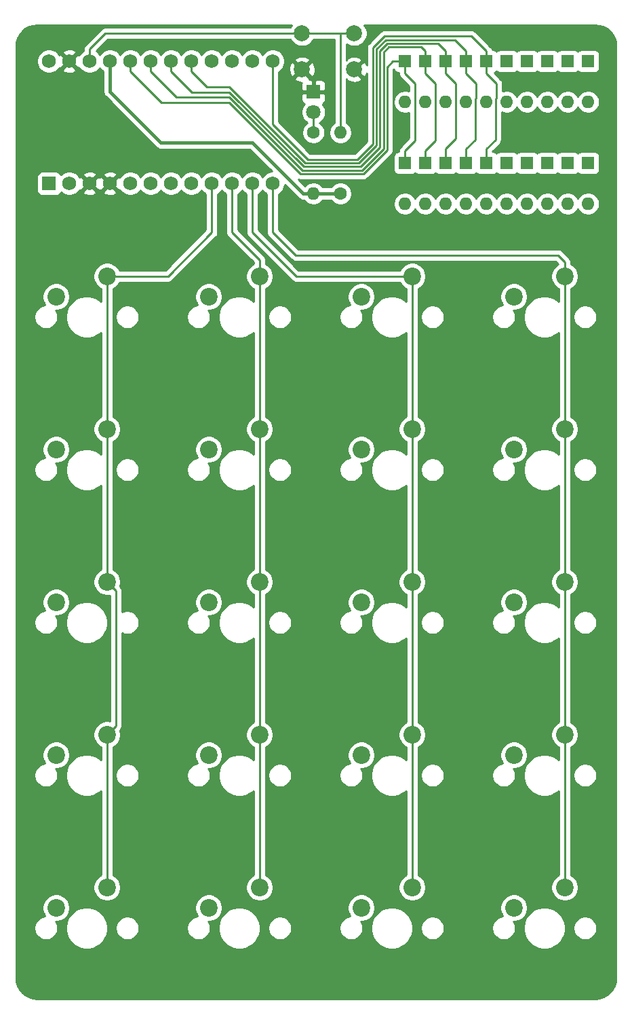
<source format=gbr>
G04 #@! TF.GenerationSoftware,KiCad,Pcbnew,(5.1.6)-1*
G04 #@! TF.CreationDate,2020-07-06T19:45:24+02:00*
G04 #@! TF.ProjectId,numpad,6e756d70-6164-42e6-9b69-6361645f7063,rev?*
G04 #@! TF.SameCoordinates,Original*
G04 #@! TF.FileFunction,Copper,L2,Bot*
G04 #@! TF.FilePolarity,Positive*
%FSLAX46Y46*%
G04 Gerber Fmt 4.6, Leading zero omitted, Abs format (unit mm)*
G04 Created by KiCad (PCBNEW (5.1.6)-1) date 2020-07-06 19:45:24*
%MOMM*%
%LPD*%
G01*
G04 APERTURE LIST*
G04 #@! TA.AperFunction,ComponentPad*
%ADD10C,1.752600*%
G04 #@! TD*
G04 #@! TA.AperFunction,ComponentPad*
%ADD11R,1.752600X1.752600*%
G04 #@! TD*
G04 #@! TA.AperFunction,ComponentPad*
%ADD12C,2.000000*%
G04 #@! TD*
G04 #@! TA.AperFunction,ComponentPad*
%ADD13C,2.200000*%
G04 #@! TD*
G04 #@! TA.AperFunction,ComponentPad*
%ADD14O,1.600000X1.600000*%
G04 #@! TD*
G04 #@! TA.AperFunction,ComponentPad*
%ADD15R,1.600000X1.600000*%
G04 #@! TD*
G04 #@! TA.AperFunction,ComponentPad*
%ADD16C,1.600000*%
G04 #@! TD*
G04 #@! TA.AperFunction,ComponentPad*
%ADD17C,1.800000*%
G04 #@! TD*
G04 #@! TA.AperFunction,ComponentPad*
%ADD18R,1.800000X1.800000*%
G04 #@! TD*
G04 #@! TA.AperFunction,Conductor*
%ADD19C,0.250000*%
G04 #@! TD*
G04 #@! TA.AperFunction,Conductor*
%ADD20C,0.381000*%
G04 #@! TD*
G04 #@! TA.AperFunction,Conductor*
%ADD21C,0.254000*%
G04 #@! TD*
G04 APERTURE END LIST*
D10*
X110490000Y-20320000D03*
X138430000Y-35560000D03*
X113030000Y-20320000D03*
X115570000Y-20320000D03*
X118110000Y-20320000D03*
X120650000Y-20320000D03*
X123190000Y-20320000D03*
X125730000Y-20320000D03*
X128270000Y-20320000D03*
X130810000Y-20320000D03*
X133350000Y-20320000D03*
X135890000Y-20320000D03*
X138430000Y-20320000D03*
X135890000Y-35560000D03*
X133350000Y-35560000D03*
X130810000Y-35560000D03*
X128270000Y-35560000D03*
X125730000Y-35560000D03*
X123190000Y-35560000D03*
X120650000Y-35560000D03*
X118110000Y-35560000D03*
X115570000Y-35560000D03*
X113030000Y-35560000D03*
D11*
X110490000Y-35560000D03*
D12*
X142090000Y-21336000D03*
X142090000Y-16836000D03*
X148590000Y-21336000D03*
X148590000Y-16836000D03*
D13*
X130429000Y-49657000D03*
X136779000Y-47117000D03*
X111379000Y-125857000D03*
X117729000Y-123317000D03*
X149479000Y-106807000D03*
X155829000Y-104267000D03*
D14*
X167640000Y-25400000D03*
D15*
X167640000Y-20320000D03*
D14*
X170180000Y-25400000D03*
D15*
X170180000Y-20320000D03*
D14*
X175260000Y-25400000D03*
D15*
X175260000Y-20320000D03*
D14*
X177800000Y-25400000D03*
D15*
X177800000Y-20320000D03*
D14*
X165100000Y-25400000D03*
D15*
X165100000Y-20320000D03*
D14*
X157480000Y-25400000D03*
D15*
X157480000Y-20320000D03*
D14*
X162560000Y-25400000D03*
D15*
X162560000Y-20320000D03*
D14*
X160020000Y-25400000D03*
D15*
X160020000Y-20320000D03*
D14*
X172720000Y-25400000D03*
D15*
X172720000Y-20320000D03*
D14*
X170180000Y-38100000D03*
D15*
X170180000Y-33020000D03*
D14*
X167640000Y-38100000D03*
D15*
X167640000Y-33020000D03*
D14*
X165100000Y-38100000D03*
D15*
X165100000Y-33020000D03*
D14*
X162560000Y-38100000D03*
D15*
X162560000Y-33020000D03*
D14*
X172720000Y-38100000D03*
D15*
X172720000Y-33020000D03*
D14*
X160020000Y-38100000D03*
D15*
X160020000Y-33020000D03*
D14*
X175260000Y-38100000D03*
D15*
X175260000Y-33020000D03*
D14*
X157480000Y-38100000D03*
D15*
X157480000Y-33020000D03*
D14*
X177800000Y-38100000D03*
D15*
X177800000Y-33020000D03*
D14*
X154940000Y-38100000D03*
D15*
X154940000Y-33020000D03*
D14*
X154940000Y-25400000D03*
D15*
X154940000Y-20320000D03*
D13*
X168529000Y-125857000D03*
X174879000Y-123317000D03*
X149479000Y-125857000D03*
X155829000Y-123317000D03*
X130429000Y-125857000D03*
X136779000Y-123317000D03*
X168529000Y-106807000D03*
X174879000Y-104267000D03*
X130429000Y-106807000D03*
X136779000Y-104267000D03*
X111379000Y-106807000D03*
X117729000Y-104267000D03*
X168529000Y-87757000D03*
X174879000Y-85217000D03*
X149479000Y-87757000D03*
X155829000Y-85217000D03*
X130429000Y-87757000D03*
X136779000Y-85217000D03*
X111379000Y-87757000D03*
X117729000Y-85217000D03*
X168529000Y-68707000D03*
X174879000Y-66167000D03*
X149479000Y-68707000D03*
X155829000Y-66167000D03*
X130429000Y-68707000D03*
X136779000Y-66167000D03*
X111379000Y-68707000D03*
X117729000Y-66167000D03*
X168529000Y-49657000D03*
X174879000Y-47117000D03*
X149479000Y-49657000D03*
X155829000Y-47117000D03*
X111379000Y-49657000D03*
X117729000Y-47117000D03*
D14*
X146864493Y-29210000D03*
D16*
X146864493Y-36830000D03*
D14*
X143510000Y-36830000D03*
D16*
X143510000Y-29210000D03*
D17*
X143510000Y-26670000D03*
D18*
X143510000Y-24130000D03*
D19*
X157570767Y-20727330D02*
X157570767Y-20718909D01*
X136779000Y-47117000D02*
X136779000Y-66167000D01*
X136779000Y-67722634D02*
X136779000Y-85217000D01*
X136779000Y-66167000D02*
X136779000Y-67722634D01*
X136779000Y-86772634D02*
X136779000Y-104267000D01*
X136779000Y-85217000D02*
X136779000Y-86772634D01*
X155829000Y-47117000D02*
X155829000Y-66167000D01*
X155829000Y-67722634D02*
X155829000Y-85217000D01*
X155829000Y-66167000D02*
X155829000Y-67722634D01*
X155829000Y-85217000D02*
X155829000Y-104267000D01*
X155829000Y-105822634D02*
X155829000Y-123317000D01*
X155829000Y-104267000D02*
X155829000Y-105822634D01*
X154940000Y-20320000D02*
X154940000Y-21844000D01*
X154940000Y-21844000D02*
X156210000Y-23114000D01*
X156210000Y-23114000D02*
X156210000Y-30226000D01*
X154940000Y-31496000D02*
X154940000Y-33020000D01*
X156210000Y-30226000D02*
X154940000Y-31496000D01*
X120650000Y-21590000D02*
X120650000Y-20320000D01*
X124515313Y-25455313D02*
X120650000Y-21590000D01*
X133020083Y-25455313D02*
X124515313Y-25455313D01*
X141907263Y-34342493D02*
X133020083Y-25455313D01*
X153416000Y-20320000D02*
X152706494Y-21029506D01*
X154940000Y-20320000D02*
X153416000Y-20320000D01*
X152706494Y-21029506D02*
X152706493Y-31401049D01*
X152706493Y-31401049D02*
X149765049Y-34342493D01*
X149765049Y-34342493D02*
X141907263Y-34342493D01*
X157480000Y-20320000D02*
X157480000Y-21844000D01*
X157480000Y-21844000D02*
X158750000Y-23114000D01*
X158750000Y-23114000D02*
X158750000Y-30226000D01*
X157480000Y-31496000D02*
X157480000Y-33020000D01*
X158750000Y-30226000D02*
X157480000Y-31496000D01*
X152256484Y-20000309D02*
X152256484Y-19955516D01*
X152256484Y-20000309D02*
X152256484Y-19193516D01*
X152256484Y-19193516D02*
X152908000Y-18542000D01*
X152908000Y-18542000D02*
X156972000Y-18542000D01*
X157480000Y-19050000D02*
X157480000Y-20320000D01*
X156972000Y-18542000D02*
X157480000Y-19050000D01*
X123190000Y-21590000D02*
X123190000Y-20320000D01*
X152256482Y-31214650D02*
X149578650Y-33892482D01*
X152256484Y-20000309D02*
X152256482Y-31214650D01*
X149578650Y-33892482D02*
X142093662Y-33892482D01*
X142093662Y-33892482D02*
X133020788Y-24819608D01*
X126419608Y-24819608D02*
X123190000Y-21590000D01*
X133020788Y-24819608D02*
X126419608Y-24819608D01*
X160020000Y-20320000D02*
X160020000Y-21844000D01*
X160020000Y-21844000D02*
X161290000Y-23114000D01*
X161290000Y-23114000D02*
X161290000Y-29972000D01*
X160020000Y-31242000D02*
X160020000Y-33020000D01*
X161290000Y-29972000D02*
X160020000Y-31242000D01*
X133021493Y-24183903D02*
X128323903Y-24183903D01*
X125730000Y-21590000D02*
X125730000Y-20320000D01*
X142280061Y-33442471D02*
X133021493Y-24183903D01*
X149392251Y-33442471D02*
X142280061Y-33442471D01*
X160020000Y-19050000D02*
X159061990Y-18091990D01*
X160020000Y-20320000D02*
X160020000Y-19050000D01*
X151806472Y-31028250D02*
X149392251Y-33442471D01*
X159061990Y-18091990D02*
X152721600Y-18091990D01*
X152721600Y-18091990D02*
X151806475Y-19007115D01*
X128323903Y-24183903D02*
X125730000Y-21590000D01*
X151806475Y-19007115D02*
X151806472Y-31028250D01*
X162560000Y-20320000D02*
X162560000Y-21844000D01*
X162560000Y-21844000D02*
X163830000Y-23114000D01*
X163830000Y-23114000D02*
X163830000Y-24892000D01*
X163685001Y-25036999D02*
X163685001Y-30116999D01*
X163830000Y-24892000D02*
X163685001Y-25036999D01*
X162560000Y-31242000D02*
X162560000Y-33020000D01*
X163685001Y-30116999D02*
X162560000Y-31242000D01*
X128270000Y-21590000D02*
X128270000Y-20320000D01*
X130228903Y-23548903D02*
X128270000Y-21590000D01*
X133022903Y-23548903D02*
X130228903Y-23548903D01*
X151356462Y-30815214D02*
X149179216Y-32992460D01*
X162560000Y-19050000D02*
X161151980Y-17641980D01*
X162560000Y-20320000D02*
X162560000Y-19050000D01*
X161151980Y-17641980D02*
X152535200Y-17641980D01*
X142466460Y-32992460D02*
X133022903Y-23548903D01*
X152535200Y-17641980D02*
X151356463Y-18820717D01*
X149179216Y-32992460D02*
X142466460Y-32992460D01*
X151356463Y-18820717D02*
X151356462Y-30815214D01*
X165100000Y-20320000D02*
X165100000Y-21844000D01*
X165100000Y-21844000D02*
X166370000Y-23114000D01*
X166225001Y-25036999D02*
X166225001Y-30116999D01*
X166370000Y-23114000D02*
X166370000Y-24892000D01*
X166370000Y-24892000D02*
X166225001Y-25036999D01*
X165100000Y-31242000D02*
X165100000Y-33020000D01*
X166225001Y-30116999D02*
X165100000Y-31242000D01*
X148992816Y-32542450D02*
X150906453Y-30628813D01*
X150906454Y-18634316D02*
X152348799Y-17191971D01*
X150906453Y-30628813D02*
X150906454Y-18634316D01*
X152348799Y-17191971D02*
X163241971Y-17191971D01*
X165100000Y-19050000D02*
X165100000Y-20320000D01*
X163241971Y-17191971D02*
X165100000Y-19050000D01*
X148992816Y-32542450D02*
X142778450Y-32542450D01*
X138430000Y-28194000D02*
X138430000Y-20320000D01*
X142778450Y-32542450D02*
X138430000Y-28194000D01*
D20*
X143510000Y-22756000D02*
X143510000Y-24130000D01*
X142090000Y-21336000D02*
X143510000Y-22756000D01*
X146864493Y-36830000D02*
X143510000Y-36830000D01*
X143510000Y-36830000D02*
X142240000Y-36830000D01*
X142240000Y-36830000D02*
X135890000Y-30480000D01*
X135890000Y-30480000D02*
X124460000Y-30480000D01*
X118110000Y-24130000D02*
X118110000Y-20320000D01*
X124460000Y-30480000D02*
X118110000Y-24130000D01*
D19*
X146864493Y-16855507D02*
X146884000Y-16836000D01*
X146864493Y-29210000D02*
X146864493Y-16855507D01*
X148590000Y-16836000D02*
X146884000Y-16836000D01*
X146884000Y-16836000D02*
X142090000Y-16836000D01*
X142090000Y-16836000D02*
X117530000Y-16836000D01*
X115570000Y-18796000D02*
X115570000Y-20320000D01*
X117530000Y-16836000D02*
X115570000Y-18796000D01*
X143510000Y-29210000D02*
X143510000Y-26670000D01*
X117729000Y-48672634D02*
X117729000Y-66167000D01*
X117729000Y-47117000D02*
X117729000Y-48672634D01*
X117729000Y-67722634D02*
X117729000Y-85217000D01*
X117729000Y-66167000D02*
X117729000Y-67722634D01*
X118828999Y-86316999D02*
X117729000Y-85217000D01*
X118828999Y-103167001D02*
X118828999Y-86316999D01*
X117729000Y-104267000D02*
X118828999Y-103167001D01*
X117729000Y-113411000D02*
X117729000Y-123317000D01*
X117729000Y-113411000D02*
X117729000Y-113665000D01*
X117729000Y-104267000D02*
X117729000Y-113411000D01*
X130810000Y-41656000D02*
X130810000Y-35560000D01*
X117729000Y-47117000D02*
X125349000Y-47117000D01*
X125349000Y-47117000D02*
X130810000Y-41656000D01*
X135890000Y-41656000D02*
X135890000Y-35560000D01*
X155829000Y-47117000D02*
X141351000Y-47117000D01*
X141351000Y-47117000D02*
X135890000Y-41656000D01*
X136779000Y-104267000D02*
X136779000Y-123317000D01*
X136779000Y-47117000D02*
X136779000Y-45085000D01*
X133350000Y-41656000D02*
X133350000Y-35560000D01*
X136779000Y-45085000D02*
X133350000Y-41656000D01*
X174879000Y-123317000D02*
X174879000Y-104267000D01*
X174879000Y-104267000D02*
X174879000Y-85217000D01*
X174879000Y-85217000D02*
X174879000Y-66167000D01*
X174879000Y-66167000D02*
X174879000Y-47117000D01*
X138430000Y-41656000D02*
X138430000Y-35560000D01*
X141276493Y-44502493D02*
X138430000Y-41656000D01*
X174042493Y-44502493D02*
X141276493Y-44502493D01*
X174879000Y-47117000D02*
X174879000Y-45339000D01*
X174879000Y-45339000D02*
X174042493Y-44502493D01*
D21*
G36*
X140641082Y-16061537D02*
G01*
X140635091Y-16076000D01*
X117567333Y-16076000D01*
X117530000Y-16072323D01*
X117492667Y-16076000D01*
X117381014Y-16086997D01*
X117237753Y-16130454D01*
X117105724Y-16201026D01*
X116989999Y-16295999D01*
X116966201Y-16324997D01*
X115059003Y-18232196D01*
X115029999Y-18255999D01*
X114985916Y-18309715D01*
X114935026Y-18371724D01*
X114874302Y-18485330D01*
X114864454Y-18503754D01*
X114820997Y-18647015D01*
X114810000Y-18758668D01*
X114810000Y-18758678D01*
X114806324Y-18796000D01*
X114810000Y-18833323D01*
X114810000Y-19010190D01*
X114606602Y-19146096D01*
X114396096Y-19356602D01*
X114287045Y-19519809D01*
X114077169Y-19452437D01*
X113209605Y-20320000D01*
X114077169Y-21187563D01*
X114287045Y-21120191D01*
X114396096Y-21283398D01*
X114606602Y-21493904D01*
X114854131Y-21659297D01*
X115129170Y-21773222D01*
X115421150Y-21831300D01*
X115718850Y-21831300D01*
X116010830Y-21773222D01*
X116285869Y-21659297D01*
X116533398Y-21493904D01*
X116743904Y-21283398D01*
X116840000Y-21139580D01*
X116936096Y-21283398D01*
X117146602Y-21493904D01*
X117284501Y-21586045D01*
X117284500Y-24089449D01*
X117280506Y-24130000D01*
X117284500Y-24170550D01*
X117284500Y-24170552D01*
X117296444Y-24291825D01*
X117329873Y-24402025D01*
X117343647Y-24447433D01*
X117420301Y-24590842D01*
X117454214Y-24632165D01*
X117523459Y-24716541D01*
X117554966Y-24742398D01*
X123847607Y-31035040D01*
X123873459Y-31066541D01*
X123924956Y-31108803D01*
X123999157Y-31169699D01*
X124083256Y-31214651D01*
X124142566Y-31246353D01*
X124298174Y-31293556D01*
X124419447Y-31305500D01*
X124419449Y-31305500D01*
X124459999Y-31309494D01*
X124500550Y-31305500D01*
X135548068Y-31305500D01*
X138291268Y-34048700D01*
X138281150Y-34048700D01*
X137989170Y-34106778D01*
X137714131Y-34220703D01*
X137466602Y-34386096D01*
X137256096Y-34596602D01*
X137160000Y-34740420D01*
X137063904Y-34596602D01*
X136853398Y-34386096D01*
X136605869Y-34220703D01*
X136330830Y-34106778D01*
X136038850Y-34048700D01*
X135741150Y-34048700D01*
X135449170Y-34106778D01*
X135174131Y-34220703D01*
X134926602Y-34386096D01*
X134716096Y-34596602D01*
X134620000Y-34740420D01*
X134523904Y-34596602D01*
X134313398Y-34386096D01*
X134065869Y-34220703D01*
X133790830Y-34106778D01*
X133498850Y-34048700D01*
X133201150Y-34048700D01*
X132909170Y-34106778D01*
X132634131Y-34220703D01*
X132386602Y-34386096D01*
X132176096Y-34596602D01*
X132080000Y-34740420D01*
X131983904Y-34596602D01*
X131773398Y-34386096D01*
X131525869Y-34220703D01*
X131250830Y-34106778D01*
X130958850Y-34048700D01*
X130661150Y-34048700D01*
X130369170Y-34106778D01*
X130094131Y-34220703D01*
X129846602Y-34386096D01*
X129636096Y-34596602D01*
X129540000Y-34740420D01*
X129443904Y-34596602D01*
X129233398Y-34386096D01*
X128985869Y-34220703D01*
X128710830Y-34106778D01*
X128418850Y-34048700D01*
X128121150Y-34048700D01*
X127829170Y-34106778D01*
X127554131Y-34220703D01*
X127306602Y-34386096D01*
X127096096Y-34596602D01*
X127000000Y-34740420D01*
X126903904Y-34596602D01*
X126693398Y-34386096D01*
X126445869Y-34220703D01*
X126170830Y-34106778D01*
X125878850Y-34048700D01*
X125581150Y-34048700D01*
X125289170Y-34106778D01*
X125014131Y-34220703D01*
X124766602Y-34386096D01*
X124556096Y-34596602D01*
X124460000Y-34740420D01*
X124363904Y-34596602D01*
X124153398Y-34386096D01*
X123905869Y-34220703D01*
X123630830Y-34106778D01*
X123338850Y-34048700D01*
X123041150Y-34048700D01*
X122749170Y-34106778D01*
X122474131Y-34220703D01*
X122226602Y-34386096D01*
X122016096Y-34596602D01*
X121920000Y-34740420D01*
X121823904Y-34596602D01*
X121613398Y-34386096D01*
X121365869Y-34220703D01*
X121090830Y-34106778D01*
X120798850Y-34048700D01*
X120501150Y-34048700D01*
X120209170Y-34106778D01*
X119934131Y-34220703D01*
X119686602Y-34386096D01*
X119476096Y-34596602D01*
X119367045Y-34759809D01*
X119157169Y-34692437D01*
X118289605Y-35560000D01*
X119157169Y-36427563D01*
X119367045Y-36360191D01*
X119476096Y-36523398D01*
X119686602Y-36733904D01*
X119934131Y-36899297D01*
X120209170Y-37013222D01*
X120501150Y-37071300D01*
X120798850Y-37071300D01*
X121090830Y-37013222D01*
X121365869Y-36899297D01*
X121613398Y-36733904D01*
X121823904Y-36523398D01*
X121920000Y-36379580D01*
X122016096Y-36523398D01*
X122226602Y-36733904D01*
X122474131Y-36899297D01*
X122749170Y-37013222D01*
X123041150Y-37071300D01*
X123338850Y-37071300D01*
X123630830Y-37013222D01*
X123905869Y-36899297D01*
X124153398Y-36733904D01*
X124363904Y-36523398D01*
X124460000Y-36379580D01*
X124556096Y-36523398D01*
X124766602Y-36733904D01*
X125014131Y-36899297D01*
X125289170Y-37013222D01*
X125581150Y-37071300D01*
X125878850Y-37071300D01*
X126170830Y-37013222D01*
X126445869Y-36899297D01*
X126693398Y-36733904D01*
X126903904Y-36523398D01*
X127000000Y-36379580D01*
X127096096Y-36523398D01*
X127306602Y-36733904D01*
X127554131Y-36899297D01*
X127829170Y-37013222D01*
X128121150Y-37071300D01*
X128418850Y-37071300D01*
X128710830Y-37013222D01*
X128985869Y-36899297D01*
X129233398Y-36733904D01*
X129443904Y-36523398D01*
X129540000Y-36379580D01*
X129636096Y-36523398D01*
X129846602Y-36733904D01*
X130050001Y-36869810D01*
X130050000Y-41341198D01*
X125034199Y-46357000D01*
X119292148Y-46357000D01*
X119266537Y-46295169D01*
X119076663Y-46011002D01*
X118834998Y-45769337D01*
X118550831Y-45579463D01*
X118235081Y-45448675D01*
X117899883Y-45382000D01*
X117558117Y-45382000D01*
X117222919Y-45448675D01*
X116907169Y-45579463D01*
X116623002Y-45769337D01*
X116381337Y-46011002D01*
X116191463Y-46295169D01*
X116060675Y-46610919D01*
X115994000Y-46946117D01*
X115994000Y-47287883D01*
X116060675Y-47623081D01*
X116191463Y-47938831D01*
X116381337Y-48222998D01*
X116623002Y-48464663D01*
X116907169Y-48654537D01*
X116969000Y-48680148D01*
X116969000Y-50250547D01*
X116868715Y-50150262D01*
X116437141Y-49861893D01*
X115957601Y-49663261D01*
X115448525Y-49562000D01*
X114929475Y-49562000D01*
X114420399Y-49663261D01*
X113940859Y-49861893D01*
X113509285Y-50150262D01*
X113142262Y-50517285D01*
X112853893Y-50948859D01*
X112655261Y-51428399D01*
X112554000Y-51937475D01*
X112554000Y-52456525D01*
X112655261Y-52965601D01*
X112853893Y-53445141D01*
X113142262Y-53876715D01*
X113509285Y-54243738D01*
X113940859Y-54532107D01*
X114420399Y-54730739D01*
X114929475Y-54832000D01*
X115448525Y-54832000D01*
X115957601Y-54730739D01*
X116437141Y-54532107D01*
X116868715Y-54243738D01*
X116969000Y-54143453D01*
X116969001Y-64603851D01*
X116907169Y-64629463D01*
X116623002Y-64819337D01*
X116381337Y-65061002D01*
X116191463Y-65345169D01*
X116060675Y-65660919D01*
X115994000Y-65996117D01*
X115994000Y-66337883D01*
X116060675Y-66673081D01*
X116191463Y-66988831D01*
X116381337Y-67272998D01*
X116623002Y-67514663D01*
X116907169Y-67704537D01*
X116969000Y-67730148D01*
X116969000Y-69300547D01*
X116868715Y-69200262D01*
X116437141Y-68911893D01*
X115957601Y-68713261D01*
X115448525Y-68612000D01*
X114929475Y-68612000D01*
X114420399Y-68713261D01*
X113940859Y-68911893D01*
X113509285Y-69200262D01*
X113142262Y-69567285D01*
X112853893Y-69998859D01*
X112655261Y-70478399D01*
X112554000Y-70987475D01*
X112554000Y-71506525D01*
X112655261Y-72015601D01*
X112853893Y-72495141D01*
X113142262Y-72926715D01*
X113509285Y-73293738D01*
X113940859Y-73582107D01*
X114420399Y-73780739D01*
X114929475Y-73882000D01*
X115448525Y-73882000D01*
X115957601Y-73780739D01*
X116437141Y-73582107D01*
X116868715Y-73293738D01*
X116969000Y-73193453D01*
X116969001Y-83653851D01*
X116907169Y-83679463D01*
X116623002Y-83869337D01*
X116381337Y-84111002D01*
X116191463Y-84395169D01*
X116060675Y-84710919D01*
X115994000Y-85046117D01*
X115994000Y-85387883D01*
X116060675Y-85723081D01*
X116191463Y-86038831D01*
X116381337Y-86322998D01*
X116623002Y-86564663D01*
X116907169Y-86754537D01*
X117222919Y-86885325D01*
X117558117Y-86952000D01*
X117899883Y-86952000D01*
X118069000Y-86918361D01*
X118068999Y-102565639D01*
X117899883Y-102532000D01*
X117558117Y-102532000D01*
X117222919Y-102598675D01*
X116907169Y-102729463D01*
X116623002Y-102919337D01*
X116381337Y-103161002D01*
X116191463Y-103445169D01*
X116060675Y-103760919D01*
X115994000Y-104096117D01*
X115994000Y-104437883D01*
X116060675Y-104773081D01*
X116191463Y-105088831D01*
X116381337Y-105372998D01*
X116623002Y-105614663D01*
X116907169Y-105804537D01*
X116969000Y-105830148D01*
X116969000Y-107400547D01*
X116868715Y-107300262D01*
X116437141Y-107011893D01*
X115957601Y-106813261D01*
X115448525Y-106712000D01*
X114929475Y-106712000D01*
X114420399Y-106813261D01*
X113940859Y-107011893D01*
X113509285Y-107300262D01*
X113142262Y-107667285D01*
X112853893Y-108098859D01*
X112655261Y-108578399D01*
X112554000Y-109087475D01*
X112554000Y-109606525D01*
X112655261Y-110115601D01*
X112853893Y-110595141D01*
X113142262Y-111026715D01*
X113509285Y-111393738D01*
X113940859Y-111682107D01*
X114420399Y-111880739D01*
X114929475Y-111982000D01*
X115448525Y-111982000D01*
X115957601Y-111880739D01*
X116437141Y-111682107D01*
X116868715Y-111393738D01*
X116969001Y-111293452D01*
X116969001Y-113373658D01*
X116969000Y-113373668D01*
X116969001Y-121753851D01*
X116907169Y-121779463D01*
X116623002Y-121969337D01*
X116381337Y-122211002D01*
X116191463Y-122495169D01*
X116060675Y-122810919D01*
X115994000Y-123146117D01*
X115994000Y-123487883D01*
X116060675Y-123823081D01*
X116191463Y-124138831D01*
X116381337Y-124422998D01*
X116623002Y-124664663D01*
X116907169Y-124854537D01*
X117222919Y-124985325D01*
X117558117Y-125052000D01*
X117899883Y-125052000D01*
X118235081Y-124985325D01*
X118550831Y-124854537D01*
X118834998Y-124664663D01*
X119076663Y-124422998D01*
X119266537Y-124138831D01*
X119397325Y-123823081D01*
X119464000Y-123487883D01*
X119464000Y-123146117D01*
X119397325Y-122810919D01*
X119266537Y-122495169D01*
X119076663Y-122211002D01*
X118834998Y-121969337D01*
X118550831Y-121779463D01*
X118489000Y-121753852D01*
X118489000Y-109200740D01*
X118784000Y-109200740D01*
X118784000Y-109493260D01*
X118841068Y-109780158D01*
X118953010Y-110050411D01*
X119115525Y-110293632D01*
X119322368Y-110500475D01*
X119565589Y-110662990D01*
X119835842Y-110774932D01*
X120122740Y-110832000D01*
X120415260Y-110832000D01*
X120702158Y-110774932D01*
X120972411Y-110662990D01*
X121215632Y-110500475D01*
X121422475Y-110293632D01*
X121584990Y-110050411D01*
X121696932Y-109780158D01*
X121754000Y-109493260D01*
X121754000Y-109200740D01*
X127674000Y-109200740D01*
X127674000Y-109493260D01*
X127731068Y-109780158D01*
X127843010Y-110050411D01*
X128005525Y-110293632D01*
X128212368Y-110500475D01*
X128455589Y-110662990D01*
X128725842Y-110774932D01*
X129012740Y-110832000D01*
X129305260Y-110832000D01*
X129592158Y-110774932D01*
X129862411Y-110662990D01*
X130105632Y-110500475D01*
X130312475Y-110293632D01*
X130474990Y-110050411D01*
X130586932Y-109780158D01*
X130644000Y-109493260D01*
X130644000Y-109200740D01*
X130586932Y-108913842D01*
X130474990Y-108643589D01*
X130407110Y-108542000D01*
X130599883Y-108542000D01*
X130935081Y-108475325D01*
X131250831Y-108344537D01*
X131534998Y-108154663D01*
X131776663Y-107912998D01*
X131966537Y-107628831D01*
X132097325Y-107313081D01*
X132164000Y-106977883D01*
X132164000Y-106636117D01*
X132097325Y-106300919D01*
X131966537Y-105985169D01*
X131776663Y-105701002D01*
X131534998Y-105459337D01*
X131250831Y-105269463D01*
X130935081Y-105138675D01*
X130599883Y-105072000D01*
X130258117Y-105072000D01*
X129922919Y-105138675D01*
X129607169Y-105269463D01*
X129323002Y-105459337D01*
X129081337Y-105701002D01*
X128891463Y-105985169D01*
X128760675Y-106300919D01*
X128694000Y-106636117D01*
X128694000Y-106977883D01*
X128760675Y-107313081D01*
X128891463Y-107628831D01*
X129047261Y-107862000D01*
X129012740Y-107862000D01*
X128725842Y-107919068D01*
X128455589Y-108031010D01*
X128212368Y-108193525D01*
X128005525Y-108400368D01*
X127843010Y-108643589D01*
X127731068Y-108913842D01*
X127674000Y-109200740D01*
X121754000Y-109200740D01*
X121696932Y-108913842D01*
X121584990Y-108643589D01*
X121422475Y-108400368D01*
X121215632Y-108193525D01*
X120972411Y-108031010D01*
X120702158Y-107919068D01*
X120415260Y-107862000D01*
X120122740Y-107862000D01*
X119835842Y-107919068D01*
X119565589Y-108031010D01*
X119322368Y-108193525D01*
X119115525Y-108400368D01*
X118953010Y-108643589D01*
X118841068Y-108913842D01*
X118784000Y-109200740D01*
X118489000Y-109200740D01*
X118489000Y-105830148D01*
X118550831Y-105804537D01*
X118834998Y-105614663D01*
X119076663Y-105372998D01*
X119266537Y-105088831D01*
X119397325Y-104773081D01*
X119464000Y-104437883D01*
X119464000Y-104096117D01*
X119397325Y-103760919D01*
X119372982Y-103702150D01*
X119463973Y-103591277D01*
X119534545Y-103459248D01*
X119578002Y-103315987D01*
X119588999Y-103204334D01*
X119588999Y-103204333D01*
X119592676Y-103167001D01*
X119588999Y-103129668D01*
X119588999Y-91622687D01*
X119835842Y-91724932D01*
X120122740Y-91782000D01*
X120415260Y-91782000D01*
X120702158Y-91724932D01*
X120972411Y-91612990D01*
X121215632Y-91450475D01*
X121422475Y-91243632D01*
X121584990Y-91000411D01*
X121696932Y-90730158D01*
X121754000Y-90443260D01*
X121754000Y-90150740D01*
X127674000Y-90150740D01*
X127674000Y-90443260D01*
X127731068Y-90730158D01*
X127843010Y-91000411D01*
X128005525Y-91243632D01*
X128212368Y-91450475D01*
X128455589Y-91612990D01*
X128725842Y-91724932D01*
X129012740Y-91782000D01*
X129305260Y-91782000D01*
X129592158Y-91724932D01*
X129862411Y-91612990D01*
X130105632Y-91450475D01*
X130312475Y-91243632D01*
X130474990Y-91000411D01*
X130586932Y-90730158D01*
X130644000Y-90443260D01*
X130644000Y-90150740D01*
X130586932Y-89863842D01*
X130474990Y-89593589D01*
X130407110Y-89492000D01*
X130599883Y-89492000D01*
X130935081Y-89425325D01*
X131250831Y-89294537D01*
X131534998Y-89104663D01*
X131776663Y-88862998D01*
X131966537Y-88578831D01*
X132097325Y-88263081D01*
X132164000Y-87927883D01*
X132164000Y-87586117D01*
X132097325Y-87250919D01*
X131966537Y-86935169D01*
X131776663Y-86651002D01*
X131534998Y-86409337D01*
X131250831Y-86219463D01*
X130935081Y-86088675D01*
X130599883Y-86022000D01*
X130258117Y-86022000D01*
X129922919Y-86088675D01*
X129607169Y-86219463D01*
X129323002Y-86409337D01*
X129081337Y-86651002D01*
X128891463Y-86935169D01*
X128760675Y-87250919D01*
X128694000Y-87586117D01*
X128694000Y-87927883D01*
X128760675Y-88263081D01*
X128891463Y-88578831D01*
X129047261Y-88812000D01*
X129012740Y-88812000D01*
X128725842Y-88869068D01*
X128455589Y-88981010D01*
X128212368Y-89143525D01*
X128005525Y-89350368D01*
X127843010Y-89593589D01*
X127731068Y-89863842D01*
X127674000Y-90150740D01*
X121754000Y-90150740D01*
X121696932Y-89863842D01*
X121584990Y-89593589D01*
X121422475Y-89350368D01*
X121215632Y-89143525D01*
X120972411Y-88981010D01*
X120702158Y-88869068D01*
X120415260Y-88812000D01*
X120122740Y-88812000D01*
X119835842Y-88869068D01*
X119588999Y-88971313D01*
X119588999Y-86354332D01*
X119592676Y-86316999D01*
X119578002Y-86168013D01*
X119534545Y-86024752D01*
X119463973Y-85892723D01*
X119392798Y-85805996D01*
X119372982Y-85781850D01*
X119397325Y-85723081D01*
X119464000Y-85387883D01*
X119464000Y-85046117D01*
X119397325Y-84710919D01*
X119266537Y-84395169D01*
X119076663Y-84111002D01*
X118834998Y-83869337D01*
X118550831Y-83679463D01*
X118489000Y-83653852D01*
X118489000Y-71100740D01*
X118784000Y-71100740D01*
X118784000Y-71393260D01*
X118841068Y-71680158D01*
X118953010Y-71950411D01*
X119115525Y-72193632D01*
X119322368Y-72400475D01*
X119565589Y-72562990D01*
X119835842Y-72674932D01*
X120122740Y-72732000D01*
X120415260Y-72732000D01*
X120702158Y-72674932D01*
X120972411Y-72562990D01*
X121215632Y-72400475D01*
X121422475Y-72193632D01*
X121584990Y-71950411D01*
X121696932Y-71680158D01*
X121754000Y-71393260D01*
X121754000Y-71100740D01*
X127674000Y-71100740D01*
X127674000Y-71393260D01*
X127731068Y-71680158D01*
X127843010Y-71950411D01*
X128005525Y-72193632D01*
X128212368Y-72400475D01*
X128455589Y-72562990D01*
X128725842Y-72674932D01*
X129012740Y-72732000D01*
X129305260Y-72732000D01*
X129592158Y-72674932D01*
X129862411Y-72562990D01*
X130105632Y-72400475D01*
X130312475Y-72193632D01*
X130474990Y-71950411D01*
X130586932Y-71680158D01*
X130644000Y-71393260D01*
X130644000Y-71100740D01*
X130586932Y-70813842D01*
X130474990Y-70543589D01*
X130407110Y-70442000D01*
X130599883Y-70442000D01*
X130935081Y-70375325D01*
X131250831Y-70244537D01*
X131534998Y-70054663D01*
X131776663Y-69812998D01*
X131966537Y-69528831D01*
X132097325Y-69213081D01*
X132164000Y-68877883D01*
X132164000Y-68536117D01*
X132097325Y-68200919D01*
X131966537Y-67885169D01*
X131776663Y-67601002D01*
X131534998Y-67359337D01*
X131250831Y-67169463D01*
X130935081Y-67038675D01*
X130599883Y-66972000D01*
X130258117Y-66972000D01*
X129922919Y-67038675D01*
X129607169Y-67169463D01*
X129323002Y-67359337D01*
X129081337Y-67601002D01*
X128891463Y-67885169D01*
X128760675Y-68200919D01*
X128694000Y-68536117D01*
X128694000Y-68877883D01*
X128760675Y-69213081D01*
X128891463Y-69528831D01*
X129047261Y-69762000D01*
X129012740Y-69762000D01*
X128725842Y-69819068D01*
X128455589Y-69931010D01*
X128212368Y-70093525D01*
X128005525Y-70300368D01*
X127843010Y-70543589D01*
X127731068Y-70813842D01*
X127674000Y-71100740D01*
X121754000Y-71100740D01*
X121696932Y-70813842D01*
X121584990Y-70543589D01*
X121422475Y-70300368D01*
X121215632Y-70093525D01*
X120972411Y-69931010D01*
X120702158Y-69819068D01*
X120415260Y-69762000D01*
X120122740Y-69762000D01*
X119835842Y-69819068D01*
X119565589Y-69931010D01*
X119322368Y-70093525D01*
X119115525Y-70300368D01*
X118953010Y-70543589D01*
X118841068Y-70813842D01*
X118784000Y-71100740D01*
X118489000Y-71100740D01*
X118489000Y-67730148D01*
X118550831Y-67704537D01*
X118834998Y-67514663D01*
X119076663Y-67272998D01*
X119266537Y-66988831D01*
X119397325Y-66673081D01*
X119464000Y-66337883D01*
X119464000Y-65996117D01*
X119397325Y-65660919D01*
X119266537Y-65345169D01*
X119076663Y-65061002D01*
X118834998Y-64819337D01*
X118550831Y-64629463D01*
X118489000Y-64603852D01*
X118489000Y-52050740D01*
X118784000Y-52050740D01*
X118784000Y-52343260D01*
X118841068Y-52630158D01*
X118953010Y-52900411D01*
X119115525Y-53143632D01*
X119322368Y-53350475D01*
X119565589Y-53512990D01*
X119835842Y-53624932D01*
X120122740Y-53682000D01*
X120415260Y-53682000D01*
X120702158Y-53624932D01*
X120972411Y-53512990D01*
X121215632Y-53350475D01*
X121422475Y-53143632D01*
X121584990Y-52900411D01*
X121696932Y-52630158D01*
X121754000Y-52343260D01*
X121754000Y-52050740D01*
X127674000Y-52050740D01*
X127674000Y-52343260D01*
X127731068Y-52630158D01*
X127843010Y-52900411D01*
X128005525Y-53143632D01*
X128212368Y-53350475D01*
X128455589Y-53512990D01*
X128725842Y-53624932D01*
X129012740Y-53682000D01*
X129305260Y-53682000D01*
X129592158Y-53624932D01*
X129862411Y-53512990D01*
X130105632Y-53350475D01*
X130312475Y-53143632D01*
X130474990Y-52900411D01*
X130586932Y-52630158D01*
X130644000Y-52343260D01*
X130644000Y-52050740D01*
X130586932Y-51763842D01*
X130474990Y-51493589D01*
X130407110Y-51392000D01*
X130599883Y-51392000D01*
X130935081Y-51325325D01*
X131250831Y-51194537D01*
X131534998Y-51004663D01*
X131776663Y-50762998D01*
X131966537Y-50478831D01*
X132097325Y-50163081D01*
X132164000Y-49827883D01*
X132164000Y-49486117D01*
X132097325Y-49150919D01*
X131966537Y-48835169D01*
X131776663Y-48551002D01*
X131534998Y-48309337D01*
X131250831Y-48119463D01*
X130935081Y-47988675D01*
X130599883Y-47922000D01*
X130258117Y-47922000D01*
X129922919Y-47988675D01*
X129607169Y-48119463D01*
X129323002Y-48309337D01*
X129081337Y-48551002D01*
X128891463Y-48835169D01*
X128760675Y-49150919D01*
X128694000Y-49486117D01*
X128694000Y-49827883D01*
X128760675Y-50163081D01*
X128891463Y-50478831D01*
X129047261Y-50712000D01*
X129012740Y-50712000D01*
X128725842Y-50769068D01*
X128455589Y-50881010D01*
X128212368Y-51043525D01*
X128005525Y-51250368D01*
X127843010Y-51493589D01*
X127731068Y-51763842D01*
X127674000Y-52050740D01*
X121754000Y-52050740D01*
X121696932Y-51763842D01*
X121584990Y-51493589D01*
X121422475Y-51250368D01*
X121215632Y-51043525D01*
X120972411Y-50881010D01*
X120702158Y-50769068D01*
X120415260Y-50712000D01*
X120122740Y-50712000D01*
X119835842Y-50769068D01*
X119565589Y-50881010D01*
X119322368Y-51043525D01*
X119115525Y-51250368D01*
X118953010Y-51493589D01*
X118841068Y-51763842D01*
X118784000Y-52050740D01*
X118489000Y-52050740D01*
X118489000Y-48680148D01*
X118550831Y-48654537D01*
X118834998Y-48464663D01*
X119076663Y-48222998D01*
X119266537Y-47938831D01*
X119292148Y-47877000D01*
X125311678Y-47877000D01*
X125349000Y-47880676D01*
X125386322Y-47877000D01*
X125386333Y-47877000D01*
X125497986Y-47866003D01*
X125641247Y-47822546D01*
X125773276Y-47751974D01*
X125889001Y-47657001D01*
X125912804Y-47627997D01*
X131321004Y-42219798D01*
X131350001Y-42196001D01*
X131444974Y-42080276D01*
X131515546Y-41948247D01*
X131559003Y-41804986D01*
X131570000Y-41693333D01*
X131570000Y-41693324D01*
X131573676Y-41656001D01*
X131570000Y-41618678D01*
X131570000Y-36869810D01*
X131773398Y-36733904D01*
X131983904Y-36523398D01*
X132080000Y-36379580D01*
X132176096Y-36523398D01*
X132386602Y-36733904D01*
X132590001Y-36869810D01*
X132590000Y-41618677D01*
X132586324Y-41656000D01*
X132590000Y-41693322D01*
X132590000Y-41693332D01*
X132600997Y-41804985D01*
X132644454Y-41948246D01*
X132715026Y-42080276D01*
X132754871Y-42128826D01*
X132809999Y-42196001D01*
X132839003Y-42219804D01*
X136019001Y-45399803D01*
X136019001Y-45553851D01*
X135957169Y-45579463D01*
X135673002Y-45769337D01*
X135431337Y-46011002D01*
X135241463Y-46295169D01*
X135110675Y-46610919D01*
X135044000Y-46946117D01*
X135044000Y-47287883D01*
X135110675Y-47623081D01*
X135241463Y-47938831D01*
X135431337Y-48222998D01*
X135673002Y-48464663D01*
X135957169Y-48654537D01*
X136019000Y-48680148D01*
X136019000Y-50250547D01*
X135918715Y-50150262D01*
X135487141Y-49861893D01*
X135007601Y-49663261D01*
X134498525Y-49562000D01*
X133979475Y-49562000D01*
X133470399Y-49663261D01*
X132990859Y-49861893D01*
X132559285Y-50150262D01*
X132192262Y-50517285D01*
X131903893Y-50948859D01*
X131705261Y-51428399D01*
X131604000Y-51937475D01*
X131604000Y-52456525D01*
X131705261Y-52965601D01*
X131903893Y-53445141D01*
X132192262Y-53876715D01*
X132559285Y-54243738D01*
X132990859Y-54532107D01*
X133470399Y-54730739D01*
X133979475Y-54832000D01*
X134498525Y-54832000D01*
X135007601Y-54730739D01*
X135487141Y-54532107D01*
X135918715Y-54243738D01*
X136019000Y-54143453D01*
X136019001Y-64603851D01*
X135957169Y-64629463D01*
X135673002Y-64819337D01*
X135431337Y-65061002D01*
X135241463Y-65345169D01*
X135110675Y-65660919D01*
X135044000Y-65996117D01*
X135044000Y-66337883D01*
X135110675Y-66673081D01*
X135241463Y-66988831D01*
X135431337Y-67272998D01*
X135673002Y-67514663D01*
X135957169Y-67704537D01*
X136019000Y-67730148D01*
X136019000Y-69300547D01*
X135918715Y-69200262D01*
X135487141Y-68911893D01*
X135007601Y-68713261D01*
X134498525Y-68612000D01*
X133979475Y-68612000D01*
X133470399Y-68713261D01*
X132990859Y-68911893D01*
X132559285Y-69200262D01*
X132192262Y-69567285D01*
X131903893Y-69998859D01*
X131705261Y-70478399D01*
X131604000Y-70987475D01*
X131604000Y-71506525D01*
X131705261Y-72015601D01*
X131903893Y-72495141D01*
X132192262Y-72926715D01*
X132559285Y-73293738D01*
X132990859Y-73582107D01*
X133470399Y-73780739D01*
X133979475Y-73882000D01*
X134498525Y-73882000D01*
X135007601Y-73780739D01*
X135487141Y-73582107D01*
X135918715Y-73293738D01*
X136019000Y-73193453D01*
X136019001Y-83653851D01*
X135957169Y-83679463D01*
X135673002Y-83869337D01*
X135431337Y-84111002D01*
X135241463Y-84395169D01*
X135110675Y-84710919D01*
X135044000Y-85046117D01*
X135044000Y-85387883D01*
X135110675Y-85723081D01*
X135241463Y-86038831D01*
X135431337Y-86322998D01*
X135673002Y-86564663D01*
X135957169Y-86754537D01*
X136019000Y-86780148D01*
X136019000Y-88350547D01*
X135918715Y-88250262D01*
X135487141Y-87961893D01*
X135007601Y-87763261D01*
X134498525Y-87662000D01*
X133979475Y-87662000D01*
X133470399Y-87763261D01*
X132990859Y-87961893D01*
X132559285Y-88250262D01*
X132192262Y-88617285D01*
X131903893Y-89048859D01*
X131705261Y-89528399D01*
X131604000Y-90037475D01*
X131604000Y-90556525D01*
X131705261Y-91065601D01*
X131903893Y-91545141D01*
X132192262Y-91976715D01*
X132559285Y-92343738D01*
X132990859Y-92632107D01*
X133470399Y-92830739D01*
X133979475Y-92932000D01*
X134498525Y-92932000D01*
X135007601Y-92830739D01*
X135487141Y-92632107D01*
X135918715Y-92343738D01*
X136019000Y-92243453D01*
X136019001Y-102703851D01*
X135957169Y-102729463D01*
X135673002Y-102919337D01*
X135431337Y-103161002D01*
X135241463Y-103445169D01*
X135110675Y-103760919D01*
X135044000Y-104096117D01*
X135044000Y-104437883D01*
X135110675Y-104773081D01*
X135241463Y-105088831D01*
X135431337Y-105372998D01*
X135673002Y-105614663D01*
X135957169Y-105804537D01*
X136019000Y-105830148D01*
X136019000Y-107400547D01*
X135918715Y-107300262D01*
X135487141Y-107011893D01*
X135007601Y-106813261D01*
X134498525Y-106712000D01*
X133979475Y-106712000D01*
X133470399Y-106813261D01*
X132990859Y-107011893D01*
X132559285Y-107300262D01*
X132192262Y-107667285D01*
X131903893Y-108098859D01*
X131705261Y-108578399D01*
X131604000Y-109087475D01*
X131604000Y-109606525D01*
X131705261Y-110115601D01*
X131903893Y-110595141D01*
X132192262Y-111026715D01*
X132559285Y-111393738D01*
X132990859Y-111682107D01*
X133470399Y-111880739D01*
X133979475Y-111982000D01*
X134498525Y-111982000D01*
X135007601Y-111880739D01*
X135487141Y-111682107D01*
X135918715Y-111393738D01*
X136019000Y-111293453D01*
X136019001Y-121753851D01*
X135957169Y-121779463D01*
X135673002Y-121969337D01*
X135431337Y-122211002D01*
X135241463Y-122495169D01*
X135110675Y-122810919D01*
X135044000Y-123146117D01*
X135044000Y-123487883D01*
X135110675Y-123823081D01*
X135241463Y-124138831D01*
X135431337Y-124422998D01*
X135673002Y-124664663D01*
X135957169Y-124854537D01*
X136272919Y-124985325D01*
X136608117Y-125052000D01*
X136949883Y-125052000D01*
X137285081Y-124985325D01*
X137600831Y-124854537D01*
X137884998Y-124664663D01*
X138126663Y-124422998D01*
X138316537Y-124138831D01*
X138447325Y-123823081D01*
X138514000Y-123487883D01*
X138514000Y-123146117D01*
X138447325Y-122810919D01*
X138316537Y-122495169D01*
X138126663Y-122211002D01*
X137884998Y-121969337D01*
X137600831Y-121779463D01*
X137539000Y-121753852D01*
X137539000Y-109200740D01*
X137834000Y-109200740D01*
X137834000Y-109493260D01*
X137891068Y-109780158D01*
X138003010Y-110050411D01*
X138165525Y-110293632D01*
X138372368Y-110500475D01*
X138615589Y-110662990D01*
X138885842Y-110774932D01*
X139172740Y-110832000D01*
X139465260Y-110832000D01*
X139752158Y-110774932D01*
X140022411Y-110662990D01*
X140265632Y-110500475D01*
X140472475Y-110293632D01*
X140634990Y-110050411D01*
X140746932Y-109780158D01*
X140804000Y-109493260D01*
X140804000Y-109200740D01*
X146724000Y-109200740D01*
X146724000Y-109493260D01*
X146781068Y-109780158D01*
X146893010Y-110050411D01*
X147055525Y-110293632D01*
X147262368Y-110500475D01*
X147505589Y-110662990D01*
X147775842Y-110774932D01*
X148062740Y-110832000D01*
X148355260Y-110832000D01*
X148642158Y-110774932D01*
X148912411Y-110662990D01*
X149155632Y-110500475D01*
X149362475Y-110293632D01*
X149524990Y-110050411D01*
X149636932Y-109780158D01*
X149694000Y-109493260D01*
X149694000Y-109200740D01*
X149636932Y-108913842D01*
X149524990Y-108643589D01*
X149457110Y-108542000D01*
X149649883Y-108542000D01*
X149985081Y-108475325D01*
X150300831Y-108344537D01*
X150584998Y-108154663D01*
X150826663Y-107912998D01*
X151016537Y-107628831D01*
X151147325Y-107313081D01*
X151214000Y-106977883D01*
X151214000Y-106636117D01*
X151147325Y-106300919D01*
X151016537Y-105985169D01*
X150826663Y-105701002D01*
X150584998Y-105459337D01*
X150300831Y-105269463D01*
X149985081Y-105138675D01*
X149649883Y-105072000D01*
X149308117Y-105072000D01*
X148972919Y-105138675D01*
X148657169Y-105269463D01*
X148373002Y-105459337D01*
X148131337Y-105701002D01*
X147941463Y-105985169D01*
X147810675Y-106300919D01*
X147744000Y-106636117D01*
X147744000Y-106977883D01*
X147810675Y-107313081D01*
X147941463Y-107628831D01*
X148097261Y-107862000D01*
X148062740Y-107862000D01*
X147775842Y-107919068D01*
X147505589Y-108031010D01*
X147262368Y-108193525D01*
X147055525Y-108400368D01*
X146893010Y-108643589D01*
X146781068Y-108913842D01*
X146724000Y-109200740D01*
X140804000Y-109200740D01*
X140746932Y-108913842D01*
X140634990Y-108643589D01*
X140472475Y-108400368D01*
X140265632Y-108193525D01*
X140022411Y-108031010D01*
X139752158Y-107919068D01*
X139465260Y-107862000D01*
X139172740Y-107862000D01*
X138885842Y-107919068D01*
X138615589Y-108031010D01*
X138372368Y-108193525D01*
X138165525Y-108400368D01*
X138003010Y-108643589D01*
X137891068Y-108913842D01*
X137834000Y-109200740D01*
X137539000Y-109200740D01*
X137539000Y-105830148D01*
X137600831Y-105804537D01*
X137884998Y-105614663D01*
X138126663Y-105372998D01*
X138316537Y-105088831D01*
X138447325Y-104773081D01*
X138514000Y-104437883D01*
X138514000Y-104096117D01*
X138447325Y-103760919D01*
X138316537Y-103445169D01*
X138126663Y-103161002D01*
X137884998Y-102919337D01*
X137600831Y-102729463D01*
X137539000Y-102703852D01*
X137539000Y-90150740D01*
X137834000Y-90150740D01*
X137834000Y-90443260D01*
X137891068Y-90730158D01*
X138003010Y-91000411D01*
X138165525Y-91243632D01*
X138372368Y-91450475D01*
X138615589Y-91612990D01*
X138885842Y-91724932D01*
X139172740Y-91782000D01*
X139465260Y-91782000D01*
X139752158Y-91724932D01*
X140022411Y-91612990D01*
X140265632Y-91450475D01*
X140472475Y-91243632D01*
X140634990Y-91000411D01*
X140746932Y-90730158D01*
X140804000Y-90443260D01*
X140804000Y-90150740D01*
X146724000Y-90150740D01*
X146724000Y-90443260D01*
X146781068Y-90730158D01*
X146893010Y-91000411D01*
X147055525Y-91243632D01*
X147262368Y-91450475D01*
X147505589Y-91612990D01*
X147775842Y-91724932D01*
X148062740Y-91782000D01*
X148355260Y-91782000D01*
X148642158Y-91724932D01*
X148912411Y-91612990D01*
X149155632Y-91450475D01*
X149362475Y-91243632D01*
X149524990Y-91000411D01*
X149636932Y-90730158D01*
X149694000Y-90443260D01*
X149694000Y-90150740D01*
X149636932Y-89863842D01*
X149524990Y-89593589D01*
X149457110Y-89492000D01*
X149649883Y-89492000D01*
X149985081Y-89425325D01*
X150300831Y-89294537D01*
X150584998Y-89104663D01*
X150826663Y-88862998D01*
X151016537Y-88578831D01*
X151147325Y-88263081D01*
X151214000Y-87927883D01*
X151214000Y-87586117D01*
X151147325Y-87250919D01*
X151016537Y-86935169D01*
X150826663Y-86651002D01*
X150584998Y-86409337D01*
X150300831Y-86219463D01*
X149985081Y-86088675D01*
X149649883Y-86022000D01*
X149308117Y-86022000D01*
X148972919Y-86088675D01*
X148657169Y-86219463D01*
X148373002Y-86409337D01*
X148131337Y-86651002D01*
X147941463Y-86935169D01*
X147810675Y-87250919D01*
X147744000Y-87586117D01*
X147744000Y-87927883D01*
X147810675Y-88263081D01*
X147941463Y-88578831D01*
X148097261Y-88812000D01*
X148062740Y-88812000D01*
X147775842Y-88869068D01*
X147505589Y-88981010D01*
X147262368Y-89143525D01*
X147055525Y-89350368D01*
X146893010Y-89593589D01*
X146781068Y-89863842D01*
X146724000Y-90150740D01*
X140804000Y-90150740D01*
X140746932Y-89863842D01*
X140634990Y-89593589D01*
X140472475Y-89350368D01*
X140265632Y-89143525D01*
X140022411Y-88981010D01*
X139752158Y-88869068D01*
X139465260Y-88812000D01*
X139172740Y-88812000D01*
X138885842Y-88869068D01*
X138615589Y-88981010D01*
X138372368Y-89143525D01*
X138165525Y-89350368D01*
X138003010Y-89593589D01*
X137891068Y-89863842D01*
X137834000Y-90150740D01*
X137539000Y-90150740D01*
X137539000Y-86780148D01*
X137600831Y-86754537D01*
X137884998Y-86564663D01*
X138126663Y-86322998D01*
X138316537Y-86038831D01*
X138447325Y-85723081D01*
X138514000Y-85387883D01*
X138514000Y-85046117D01*
X138447325Y-84710919D01*
X138316537Y-84395169D01*
X138126663Y-84111002D01*
X137884998Y-83869337D01*
X137600831Y-83679463D01*
X137539000Y-83653852D01*
X137539000Y-71100740D01*
X137834000Y-71100740D01*
X137834000Y-71393260D01*
X137891068Y-71680158D01*
X138003010Y-71950411D01*
X138165525Y-72193632D01*
X138372368Y-72400475D01*
X138615589Y-72562990D01*
X138885842Y-72674932D01*
X139172740Y-72732000D01*
X139465260Y-72732000D01*
X139752158Y-72674932D01*
X140022411Y-72562990D01*
X140265632Y-72400475D01*
X140472475Y-72193632D01*
X140634990Y-71950411D01*
X140746932Y-71680158D01*
X140804000Y-71393260D01*
X140804000Y-71100740D01*
X146724000Y-71100740D01*
X146724000Y-71393260D01*
X146781068Y-71680158D01*
X146893010Y-71950411D01*
X147055525Y-72193632D01*
X147262368Y-72400475D01*
X147505589Y-72562990D01*
X147775842Y-72674932D01*
X148062740Y-72732000D01*
X148355260Y-72732000D01*
X148642158Y-72674932D01*
X148912411Y-72562990D01*
X149155632Y-72400475D01*
X149362475Y-72193632D01*
X149524990Y-71950411D01*
X149636932Y-71680158D01*
X149694000Y-71393260D01*
X149694000Y-71100740D01*
X149636932Y-70813842D01*
X149524990Y-70543589D01*
X149457110Y-70442000D01*
X149649883Y-70442000D01*
X149985081Y-70375325D01*
X150300831Y-70244537D01*
X150584998Y-70054663D01*
X150826663Y-69812998D01*
X151016537Y-69528831D01*
X151147325Y-69213081D01*
X151214000Y-68877883D01*
X151214000Y-68536117D01*
X151147325Y-68200919D01*
X151016537Y-67885169D01*
X150826663Y-67601002D01*
X150584998Y-67359337D01*
X150300831Y-67169463D01*
X149985081Y-67038675D01*
X149649883Y-66972000D01*
X149308117Y-66972000D01*
X148972919Y-67038675D01*
X148657169Y-67169463D01*
X148373002Y-67359337D01*
X148131337Y-67601002D01*
X147941463Y-67885169D01*
X147810675Y-68200919D01*
X147744000Y-68536117D01*
X147744000Y-68877883D01*
X147810675Y-69213081D01*
X147941463Y-69528831D01*
X148097261Y-69762000D01*
X148062740Y-69762000D01*
X147775842Y-69819068D01*
X147505589Y-69931010D01*
X147262368Y-70093525D01*
X147055525Y-70300368D01*
X146893010Y-70543589D01*
X146781068Y-70813842D01*
X146724000Y-71100740D01*
X140804000Y-71100740D01*
X140746932Y-70813842D01*
X140634990Y-70543589D01*
X140472475Y-70300368D01*
X140265632Y-70093525D01*
X140022411Y-69931010D01*
X139752158Y-69819068D01*
X139465260Y-69762000D01*
X139172740Y-69762000D01*
X138885842Y-69819068D01*
X138615589Y-69931010D01*
X138372368Y-70093525D01*
X138165525Y-70300368D01*
X138003010Y-70543589D01*
X137891068Y-70813842D01*
X137834000Y-71100740D01*
X137539000Y-71100740D01*
X137539000Y-67730148D01*
X137600831Y-67704537D01*
X137884998Y-67514663D01*
X138126663Y-67272998D01*
X138316537Y-66988831D01*
X138447325Y-66673081D01*
X138514000Y-66337883D01*
X138514000Y-65996117D01*
X138447325Y-65660919D01*
X138316537Y-65345169D01*
X138126663Y-65061002D01*
X137884998Y-64819337D01*
X137600831Y-64629463D01*
X137539000Y-64603852D01*
X137539000Y-52050740D01*
X137834000Y-52050740D01*
X137834000Y-52343260D01*
X137891068Y-52630158D01*
X138003010Y-52900411D01*
X138165525Y-53143632D01*
X138372368Y-53350475D01*
X138615589Y-53512990D01*
X138885842Y-53624932D01*
X139172740Y-53682000D01*
X139465260Y-53682000D01*
X139752158Y-53624932D01*
X140022411Y-53512990D01*
X140265632Y-53350475D01*
X140472475Y-53143632D01*
X140634990Y-52900411D01*
X140746932Y-52630158D01*
X140804000Y-52343260D01*
X140804000Y-52050740D01*
X146724000Y-52050740D01*
X146724000Y-52343260D01*
X146781068Y-52630158D01*
X146893010Y-52900411D01*
X147055525Y-53143632D01*
X147262368Y-53350475D01*
X147505589Y-53512990D01*
X147775842Y-53624932D01*
X148062740Y-53682000D01*
X148355260Y-53682000D01*
X148642158Y-53624932D01*
X148912411Y-53512990D01*
X149155632Y-53350475D01*
X149362475Y-53143632D01*
X149524990Y-52900411D01*
X149636932Y-52630158D01*
X149694000Y-52343260D01*
X149694000Y-52050740D01*
X149636932Y-51763842D01*
X149524990Y-51493589D01*
X149457110Y-51392000D01*
X149649883Y-51392000D01*
X149985081Y-51325325D01*
X150300831Y-51194537D01*
X150584998Y-51004663D01*
X150826663Y-50762998D01*
X151016537Y-50478831D01*
X151147325Y-50163081D01*
X151214000Y-49827883D01*
X151214000Y-49486117D01*
X151147325Y-49150919D01*
X151016537Y-48835169D01*
X150826663Y-48551002D01*
X150584998Y-48309337D01*
X150300831Y-48119463D01*
X149985081Y-47988675D01*
X149649883Y-47922000D01*
X149308117Y-47922000D01*
X148972919Y-47988675D01*
X148657169Y-48119463D01*
X148373002Y-48309337D01*
X148131337Y-48551002D01*
X147941463Y-48835169D01*
X147810675Y-49150919D01*
X147744000Y-49486117D01*
X147744000Y-49827883D01*
X147810675Y-50163081D01*
X147941463Y-50478831D01*
X148097261Y-50712000D01*
X148062740Y-50712000D01*
X147775842Y-50769068D01*
X147505589Y-50881010D01*
X147262368Y-51043525D01*
X147055525Y-51250368D01*
X146893010Y-51493589D01*
X146781068Y-51763842D01*
X146724000Y-52050740D01*
X140804000Y-52050740D01*
X140746932Y-51763842D01*
X140634990Y-51493589D01*
X140472475Y-51250368D01*
X140265632Y-51043525D01*
X140022411Y-50881010D01*
X139752158Y-50769068D01*
X139465260Y-50712000D01*
X139172740Y-50712000D01*
X138885842Y-50769068D01*
X138615589Y-50881010D01*
X138372368Y-51043525D01*
X138165525Y-51250368D01*
X138003010Y-51493589D01*
X137891068Y-51763842D01*
X137834000Y-52050740D01*
X137539000Y-52050740D01*
X137539000Y-48680148D01*
X137600831Y-48654537D01*
X137884998Y-48464663D01*
X138126663Y-48222998D01*
X138316537Y-47938831D01*
X138447325Y-47623081D01*
X138514000Y-47287883D01*
X138514000Y-46946117D01*
X138447325Y-46610919D01*
X138316537Y-46295169D01*
X138126663Y-46011002D01*
X137884998Y-45769337D01*
X137600831Y-45579463D01*
X137539000Y-45553852D01*
X137539000Y-45122322D01*
X137542676Y-45084999D01*
X137539000Y-45047676D01*
X137539000Y-45047667D01*
X137528003Y-44936014D01*
X137484546Y-44792753D01*
X137413974Y-44660724D01*
X137319001Y-44544999D01*
X137290003Y-44521201D01*
X134110000Y-41341199D01*
X134110000Y-36869810D01*
X134313398Y-36733904D01*
X134523904Y-36523398D01*
X134620000Y-36379580D01*
X134716096Y-36523398D01*
X134926602Y-36733904D01*
X135130001Y-36869810D01*
X135130000Y-41618677D01*
X135126324Y-41656000D01*
X135130000Y-41693322D01*
X135130000Y-41693332D01*
X135140997Y-41804985D01*
X135184454Y-41948246D01*
X135255026Y-42080276D01*
X135294871Y-42128826D01*
X135349999Y-42196001D01*
X135379003Y-42219804D01*
X140787201Y-47628003D01*
X140810999Y-47657001D01*
X140926724Y-47751974D01*
X141058753Y-47822546D01*
X141202014Y-47866003D01*
X141313667Y-47877000D01*
X141313676Y-47877000D01*
X141350999Y-47880676D01*
X141388322Y-47877000D01*
X154265852Y-47877000D01*
X154291463Y-47938831D01*
X154481337Y-48222998D01*
X154723002Y-48464663D01*
X155007169Y-48654537D01*
X155069000Y-48680148D01*
X155069000Y-50250547D01*
X154968715Y-50150262D01*
X154537141Y-49861893D01*
X154057601Y-49663261D01*
X153548525Y-49562000D01*
X153029475Y-49562000D01*
X152520399Y-49663261D01*
X152040859Y-49861893D01*
X151609285Y-50150262D01*
X151242262Y-50517285D01*
X150953893Y-50948859D01*
X150755261Y-51428399D01*
X150654000Y-51937475D01*
X150654000Y-52456525D01*
X150755261Y-52965601D01*
X150953893Y-53445141D01*
X151242262Y-53876715D01*
X151609285Y-54243738D01*
X152040859Y-54532107D01*
X152520399Y-54730739D01*
X153029475Y-54832000D01*
X153548525Y-54832000D01*
X154057601Y-54730739D01*
X154537141Y-54532107D01*
X154968715Y-54243738D01*
X155069000Y-54143453D01*
X155069001Y-64603851D01*
X155007169Y-64629463D01*
X154723002Y-64819337D01*
X154481337Y-65061002D01*
X154291463Y-65345169D01*
X154160675Y-65660919D01*
X154094000Y-65996117D01*
X154094000Y-66337883D01*
X154160675Y-66673081D01*
X154291463Y-66988831D01*
X154481337Y-67272998D01*
X154723002Y-67514663D01*
X155007169Y-67704537D01*
X155069000Y-67730148D01*
X155069000Y-69300547D01*
X154968715Y-69200262D01*
X154537141Y-68911893D01*
X154057601Y-68713261D01*
X153548525Y-68612000D01*
X153029475Y-68612000D01*
X152520399Y-68713261D01*
X152040859Y-68911893D01*
X151609285Y-69200262D01*
X151242262Y-69567285D01*
X150953893Y-69998859D01*
X150755261Y-70478399D01*
X150654000Y-70987475D01*
X150654000Y-71506525D01*
X150755261Y-72015601D01*
X150953893Y-72495141D01*
X151242262Y-72926715D01*
X151609285Y-73293738D01*
X152040859Y-73582107D01*
X152520399Y-73780739D01*
X153029475Y-73882000D01*
X153548525Y-73882000D01*
X154057601Y-73780739D01*
X154537141Y-73582107D01*
X154968715Y-73293738D01*
X155069000Y-73193453D01*
X155069001Y-83653851D01*
X155007169Y-83679463D01*
X154723002Y-83869337D01*
X154481337Y-84111002D01*
X154291463Y-84395169D01*
X154160675Y-84710919D01*
X154094000Y-85046117D01*
X154094000Y-85387883D01*
X154160675Y-85723081D01*
X154291463Y-86038831D01*
X154481337Y-86322998D01*
X154723002Y-86564663D01*
X155007169Y-86754537D01*
X155069000Y-86780148D01*
X155069000Y-88350547D01*
X154968715Y-88250262D01*
X154537141Y-87961893D01*
X154057601Y-87763261D01*
X153548525Y-87662000D01*
X153029475Y-87662000D01*
X152520399Y-87763261D01*
X152040859Y-87961893D01*
X151609285Y-88250262D01*
X151242262Y-88617285D01*
X150953893Y-89048859D01*
X150755261Y-89528399D01*
X150654000Y-90037475D01*
X150654000Y-90556525D01*
X150755261Y-91065601D01*
X150953893Y-91545141D01*
X151242262Y-91976715D01*
X151609285Y-92343738D01*
X152040859Y-92632107D01*
X152520399Y-92830739D01*
X153029475Y-92932000D01*
X153548525Y-92932000D01*
X154057601Y-92830739D01*
X154537141Y-92632107D01*
X154968715Y-92343738D01*
X155069000Y-92243453D01*
X155069001Y-102703851D01*
X155007169Y-102729463D01*
X154723002Y-102919337D01*
X154481337Y-103161002D01*
X154291463Y-103445169D01*
X154160675Y-103760919D01*
X154094000Y-104096117D01*
X154094000Y-104437883D01*
X154160675Y-104773081D01*
X154291463Y-105088831D01*
X154481337Y-105372998D01*
X154723002Y-105614663D01*
X155007169Y-105804537D01*
X155069000Y-105830148D01*
X155069000Y-107400547D01*
X154968715Y-107300262D01*
X154537141Y-107011893D01*
X154057601Y-106813261D01*
X153548525Y-106712000D01*
X153029475Y-106712000D01*
X152520399Y-106813261D01*
X152040859Y-107011893D01*
X151609285Y-107300262D01*
X151242262Y-107667285D01*
X150953893Y-108098859D01*
X150755261Y-108578399D01*
X150654000Y-109087475D01*
X150654000Y-109606525D01*
X150755261Y-110115601D01*
X150953893Y-110595141D01*
X151242262Y-111026715D01*
X151609285Y-111393738D01*
X152040859Y-111682107D01*
X152520399Y-111880739D01*
X153029475Y-111982000D01*
X153548525Y-111982000D01*
X154057601Y-111880739D01*
X154537141Y-111682107D01*
X154968715Y-111393738D01*
X155069000Y-111293453D01*
X155069001Y-121753851D01*
X155007169Y-121779463D01*
X154723002Y-121969337D01*
X154481337Y-122211002D01*
X154291463Y-122495169D01*
X154160675Y-122810919D01*
X154094000Y-123146117D01*
X154094000Y-123487883D01*
X154160675Y-123823081D01*
X154291463Y-124138831D01*
X154481337Y-124422998D01*
X154723002Y-124664663D01*
X155007169Y-124854537D01*
X155322919Y-124985325D01*
X155658117Y-125052000D01*
X155999883Y-125052000D01*
X156335081Y-124985325D01*
X156650831Y-124854537D01*
X156934998Y-124664663D01*
X157176663Y-124422998D01*
X157366537Y-124138831D01*
X157497325Y-123823081D01*
X157564000Y-123487883D01*
X157564000Y-123146117D01*
X157497325Y-122810919D01*
X157366537Y-122495169D01*
X157176663Y-122211002D01*
X156934998Y-121969337D01*
X156650831Y-121779463D01*
X156589000Y-121753852D01*
X156589000Y-109200740D01*
X156884000Y-109200740D01*
X156884000Y-109493260D01*
X156941068Y-109780158D01*
X157053010Y-110050411D01*
X157215525Y-110293632D01*
X157422368Y-110500475D01*
X157665589Y-110662990D01*
X157935842Y-110774932D01*
X158222740Y-110832000D01*
X158515260Y-110832000D01*
X158802158Y-110774932D01*
X159072411Y-110662990D01*
X159315632Y-110500475D01*
X159522475Y-110293632D01*
X159684990Y-110050411D01*
X159796932Y-109780158D01*
X159854000Y-109493260D01*
X159854000Y-109200740D01*
X165774000Y-109200740D01*
X165774000Y-109493260D01*
X165831068Y-109780158D01*
X165943010Y-110050411D01*
X166105525Y-110293632D01*
X166312368Y-110500475D01*
X166555589Y-110662990D01*
X166825842Y-110774932D01*
X167112740Y-110832000D01*
X167405260Y-110832000D01*
X167692158Y-110774932D01*
X167962411Y-110662990D01*
X168205632Y-110500475D01*
X168412475Y-110293632D01*
X168574990Y-110050411D01*
X168686932Y-109780158D01*
X168744000Y-109493260D01*
X168744000Y-109200740D01*
X168686932Y-108913842D01*
X168574990Y-108643589D01*
X168507110Y-108542000D01*
X168699883Y-108542000D01*
X169035081Y-108475325D01*
X169350831Y-108344537D01*
X169634998Y-108154663D01*
X169876663Y-107912998D01*
X170066537Y-107628831D01*
X170197325Y-107313081D01*
X170264000Y-106977883D01*
X170264000Y-106636117D01*
X170197325Y-106300919D01*
X170066537Y-105985169D01*
X169876663Y-105701002D01*
X169634998Y-105459337D01*
X169350831Y-105269463D01*
X169035081Y-105138675D01*
X168699883Y-105072000D01*
X168358117Y-105072000D01*
X168022919Y-105138675D01*
X167707169Y-105269463D01*
X167423002Y-105459337D01*
X167181337Y-105701002D01*
X166991463Y-105985169D01*
X166860675Y-106300919D01*
X166794000Y-106636117D01*
X166794000Y-106977883D01*
X166860675Y-107313081D01*
X166991463Y-107628831D01*
X167147261Y-107862000D01*
X167112740Y-107862000D01*
X166825842Y-107919068D01*
X166555589Y-108031010D01*
X166312368Y-108193525D01*
X166105525Y-108400368D01*
X165943010Y-108643589D01*
X165831068Y-108913842D01*
X165774000Y-109200740D01*
X159854000Y-109200740D01*
X159796932Y-108913842D01*
X159684990Y-108643589D01*
X159522475Y-108400368D01*
X159315632Y-108193525D01*
X159072411Y-108031010D01*
X158802158Y-107919068D01*
X158515260Y-107862000D01*
X158222740Y-107862000D01*
X157935842Y-107919068D01*
X157665589Y-108031010D01*
X157422368Y-108193525D01*
X157215525Y-108400368D01*
X157053010Y-108643589D01*
X156941068Y-108913842D01*
X156884000Y-109200740D01*
X156589000Y-109200740D01*
X156589000Y-105830148D01*
X156650831Y-105804537D01*
X156934998Y-105614663D01*
X157176663Y-105372998D01*
X157366537Y-105088831D01*
X157497325Y-104773081D01*
X157564000Y-104437883D01*
X157564000Y-104096117D01*
X157497325Y-103760919D01*
X157366537Y-103445169D01*
X157176663Y-103161002D01*
X156934998Y-102919337D01*
X156650831Y-102729463D01*
X156589000Y-102703852D01*
X156589000Y-90150740D01*
X156884000Y-90150740D01*
X156884000Y-90443260D01*
X156941068Y-90730158D01*
X157053010Y-91000411D01*
X157215525Y-91243632D01*
X157422368Y-91450475D01*
X157665589Y-91612990D01*
X157935842Y-91724932D01*
X158222740Y-91782000D01*
X158515260Y-91782000D01*
X158802158Y-91724932D01*
X159072411Y-91612990D01*
X159315632Y-91450475D01*
X159522475Y-91243632D01*
X159684990Y-91000411D01*
X159796932Y-90730158D01*
X159854000Y-90443260D01*
X159854000Y-90150740D01*
X165774000Y-90150740D01*
X165774000Y-90443260D01*
X165831068Y-90730158D01*
X165943010Y-91000411D01*
X166105525Y-91243632D01*
X166312368Y-91450475D01*
X166555589Y-91612990D01*
X166825842Y-91724932D01*
X167112740Y-91782000D01*
X167405260Y-91782000D01*
X167692158Y-91724932D01*
X167962411Y-91612990D01*
X168205632Y-91450475D01*
X168412475Y-91243632D01*
X168574990Y-91000411D01*
X168686932Y-90730158D01*
X168744000Y-90443260D01*
X168744000Y-90150740D01*
X168686932Y-89863842D01*
X168574990Y-89593589D01*
X168507110Y-89492000D01*
X168699883Y-89492000D01*
X169035081Y-89425325D01*
X169350831Y-89294537D01*
X169634998Y-89104663D01*
X169876663Y-88862998D01*
X170066537Y-88578831D01*
X170197325Y-88263081D01*
X170264000Y-87927883D01*
X170264000Y-87586117D01*
X170197325Y-87250919D01*
X170066537Y-86935169D01*
X169876663Y-86651002D01*
X169634998Y-86409337D01*
X169350831Y-86219463D01*
X169035081Y-86088675D01*
X168699883Y-86022000D01*
X168358117Y-86022000D01*
X168022919Y-86088675D01*
X167707169Y-86219463D01*
X167423002Y-86409337D01*
X167181337Y-86651002D01*
X166991463Y-86935169D01*
X166860675Y-87250919D01*
X166794000Y-87586117D01*
X166794000Y-87927883D01*
X166860675Y-88263081D01*
X166991463Y-88578831D01*
X167147261Y-88812000D01*
X167112740Y-88812000D01*
X166825842Y-88869068D01*
X166555589Y-88981010D01*
X166312368Y-89143525D01*
X166105525Y-89350368D01*
X165943010Y-89593589D01*
X165831068Y-89863842D01*
X165774000Y-90150740D01*
X159854000Y-90150740D01*
X159796932Y-89863842D01*
X159684990Y-89593589D01*
X159522475Y-89350368D01*
X159315632Y-89143525D01*
X159072411Y-88981010D01*
X158802158Y-88869068D01*
X158515260Y-88812000D01*
X158222740Y-88812000D01*
X157935842Y-88869068D01*
X157665589Y-88981010D01*
X157422368Y-89143525D01*
X157215525Y-89350368D01*
X157053010Y-89593589D01*
X156941068Y-89863842D01*
X156884000Y-90150740D01*
X156589000Y-90150740D01*
X156589000Y-86780148D01*
X156650831Y-86754537D01*
X156934998Y-86564663D01*
X157176663Y-86322998D01*
X157366537Y-86038831D01*
X157497325Y-85723081D01*
X157564000Y-85387883D01*
X157564000Y-85046117D01*
X157497325Y-84710919D01*
X157366537Y-84395169D01*
X157176663Y-84111002D01*
X156934998Y-83869337D01*
X156650831Y-83679463D01*
X156589000Y-83653852D01*
X156589000Y-71100740D01*
X156884000Y-71100740D01*
X156884000Y-71393260D01*
X156941068Y-71680158D01*
X157053010Y-71950411D01*
X157215525Y-72193632D01*
X157422368Y-72400475D01*
X157665589Y-72562990D01*
X157935842Y-72674932D01*
X158222740Y-72732000D01*
X158515260Y-72732000D01*
X158802158Y-72674932D01*
X159072411Y-72562990D01*
X159315632Y-72400475D01*
X159522475Y-72193632D01*
X159684990Y-71950411D01*
X159796932Y-71680158D01*
X159854000Y-71393260D01*
X159854000Y-71100740D01*
X165774000Y-71100740D01*
X165774000Y-71393260D01*
X165831068Y-71680158D01*
X165943010Y-71950411D01*
X166105525Y-72193632D01*
X166312368Y-72400475D01*
X166555589Y-72562990D01*
X166825842Y-72674932D01*
X167112740Y-72732000D01*
X167405260Y-72732000D01*
X167692158Y-72674932D01*
X167962411Y-72562990D01*
X168205632Y-72400475D01*
X168412475Y-72193632D01*
X168574990Y-71950411D01*
X168686932Y-71680158D01*
X168744000Y-71393260D01*
X168744000Y-71100740D01*
X168686932Y-70813842D01*
X168574990Y-70543589D01*
X168507110Y-70442000D01*
X168699883Y-70442000D01*
X169035081Y-70375325D01*
X169350831Y-70244537D01*
X169634998Y-70054663D01*
X169876663Y-69812998D01*
X170066537Y-69528831D01*
X170197325Y-69213081D01*
X170264000Y-68877883D01*
X170264000Y-68536117D01*
X170197325Y-68200919D01*
X170066537Y-67885169D01*
X169876663Y-67601002D01*
X169634998Y-67359337D01*
X169350831Y-67169463D01*
X169035081Y-67038675D01*
X168699883Y-66972000D01*
X168358117Y-66972000D01*
X168022919Y-67038675D01*
X167707169Y-67169463D01*
X167423002Y-67359337D01*
X167181337Y-67601002D01*
X166991463Y-67885169D01*
X166860675Y-68200919D01*
X166794000Y-68536117D01*
X166794000Y-68877883D01*
X166860675Y-69213081D01*
X166991463Y-69528831D01*
X167147261Y-69762000D01*
X167112740Y-69762000D01*
X166825842Y-69819068D01*
X166555589Y-69931010D01*
X166312368Y-70093525D01*
X166105525Y-70300368D01*
X165943010Y-70543589D01*
X165831068Y-70813842D01*
X165774000Y-71100740D01*
X159854000Y-71100740D01*
X159796932Y-70813842D01*
X159684990Y-70543589D01*
X159522475Y-70300368D01*
X159315632Y-70093525D01*
X159072411Y-69931010D01*
X158802158Y-69819068D01*
X158515260Y-69762000D01*
X158222740Y-69762000D01*
X157935842Y-69819068D01*
X157665589Y-69931010D01*
X157422368Y-70093525D01*
X157215525Y-70300368D01*
X157053010Y-70543589D01*
X156941068Y-70813842D01*
X156884000Y-71100740D01*
X156589000Y-71100740D01*
X156589000Y-67730148D01*
X156650831Y-67704537D01*
X156934998Y-67514663D01*
X157176663Y-67272998D01*
X157366537Y-66988831D01*
X157497325Y-66673081D01*
X157564000Y-66337883D01*
X157564000Y-65996117D01*
X157497325Y-65660919D01*
X157366537Y-65345169D01*
X157176663Y-65061002D01*
X156934998Y-64819337D01*
X156650831Y-64629463D01*
X156589000Y-64603852D01*
X156589000Y-52050740D01*
X156884000Y-52050740D01*
X156884000Y-52343260D01*
X156941068Y-52630158D01*
X157053010Y-52900411D01*
X157215525Y-53143632D01*
X157422368Y-53350475D01*
X157665589Y-53512990D01*
X157935842Y-53624932D01*
X158222740Y-53682000D01*
X158515260Y-53682000D01*
X158802158Y-53624932D01*
X159072411Y-53512990D01*
X159315632Y-53350475D01*
X159522475Y-53143632D01*
X159684990Y-52900411D01*
X159796932Y-52630158D01*
X159854000Y-52343260D01*
X159854000Y-52050740D01*
X165774000Y-52050740D01*
X165774000Y-52343260D01*
X165831068Y-52630158D01*
X165943010Y-52900411D01*
X166105525Y-53143632D01*
X166312368Y-53350475D01*
X166555589Y-53512990D01*
X166825842Y-53624932D01*
X167112740Y-53682000D01*
X167405260Y-53682000D01*
X167692158Y-53624932D01*
X167962411Y-53512990D01*
X168205632Y-53350475D01*
X168412475Y-53143632D01*
X168574990Y-52900411D01*
X168686932Y-52630158D01*
X168744000Y-52343260D01*
X168744000Y-52050740D01*
X168686932Y-51763842D01*
X168574990Y-51493589D01*
X168507110Y-51392000D01*
X168699883Y-51392000D01*
X169035081Y-51325325D01*
X169350831Y-51194537D01*
X169634998Y-51004663D01*
X169876663Y-50762998D01*
X170066537Y-50478831D01*
X170197325Y-50163081D01*
X170264000Y-49827883D01*
X170264000Y-49486117D01*
X170197325Y-49150919D01*
X170066537Y-48835169D01*
X169876663Y-48551002D01*
X169634998Y-48309337D01*
X169350831Y-48119463D01*
X169035081Y-47988675D01*
X168699883Y-47922000D01*
X168358117Y-47922000D01*
X168022919Y-47988675D01*
X167707169Y-48119463D01*
X167423002Y-48309337D01*
X167181337Y-48551002D01*
X166991463Y-48835169D01*
X166860675Y-49150919D01*
X166794000Y-49486117D01*
X166794000Y-49827883D01*
X166860675Y-50163081D01*
X166991463Y-50478831D01*
X167147261Y-50712000D01*
X167112740Y-50712000D01*
X166825842Y-50769068D01*
X166555589Y-50881010D01*
X166312368Y-51043525D01*
X166105525Y-51250368D01*
X165943010Y-51493589D01*
X165831068Y-51763842D01*
X165774000Y-52050740D01*
X159854000Y-52050740D01*
X159796932Y-51763842D01*
X159684990Y-51493589D01*
X159522475Y-51250368D01*
X159315632Y-51043525D01*
X159072411Y-50881010D01*
X158802158Y-50769068D01*
X158515260Y-50712000D01*
X158222740Y-50712000D01*
X157935842Y-50769068D01*
X157665589Y-50881010D01*
X157422368Y-51043525D01*
X157215525Y-51250368D01*
X157053010Y-51493589D01*
X156941068Y-51763842D01*
X156884000Y-52050740D01*
X156589000Y-52050740D01*
X156589000Y-48680148D01*
X156650831Y-48654537D01*
X156934998Y-48464663D01*
X157176663Y-48222998D01*
X157366537Y-47938831D01*
X157497325Y-47623081D01*
X157564000Y-47287883D01*
X157564000Y-46946117D01*
X157497325Y-46610919D01*
X157366537Y-46295169D01*
X157176663Y-46011002D01*
X156934998Y-45769337D01*
X156650831Y-45579463D01*
X156335081Y-45448675D01*
X155999883Y-45382000D01*
X155658117Y-45382000D01*
X155322919Y-45448675D01*
X155007169Y-45579463D01*
X154723002Y-45769337D01*
X154481337Y-46011002D01*
X154291463Y-46295169D01*
X154265852Y-46357000D01*
X141665802Y-46357000D01*
X136650000Y-41341199D01*
X136650000Y-36869810D01*
X136853398Y-36733904D01*
X137063904Y-36523398D01*
X137160000Y-36379580D01*
X137256096Y-36523398D01*
X137466602Y-36733904D01*
X137670001Y-36869810D01*
X137670000Y-41618677D01*
X137666324Y-41656000D01*
X137670000Y-41693322D01*
X137670000Y-41693332D01*
X137680997Y-41804985D01*
X137724454Y-41948246D01*
X137795026Y-42080276D01*
X137834871Y-42128826D01*
X137889999Y-42196001D01*
X137919003Y-42219804D01*
X140712693Y-45013495D01*
X140736492Y-45042494D01*
X140765490Y-45066292D01*
X140852216Y-45137467D01*
X140950524Y-45190014D01*
X140984246Y-45208039D01*
X141127507Y-45251496D01*
X141239160Y-45262493D01*
X141239170Y-45262493D01*
X141276492Y-45266169D01*
X141313815Y-45262493D01*
X173727692Y-45262493D01*
X174049671Y-45584473D01*
X173773002Y-45769337D01*
X173531337Y-46011002D01*
X173341463Y-46295169D01*
X173210675Y-46610919D01*
X173144000Y-46946117D01*
X173144000Y-47287883D01*
X173210675Y-47623081D01*
X173341463Y-47938831D01*
X173531337Y-48222998D01*
X173773002Y-48464663D01*
X174057169Y-48654537D01*
X174119001Y-48680149D01*
X174119001Y-50250548D01*
X174018715Y-50150262D01*
X173587141Y-49861893D01*
X173107601Y-49663261D01*
X172598525Y-49562000D01*
X172079475Y-49562000D01*
X171570399Y-49663261D01*
X171090859Y-49861893D01*
X170659285Y-50150262D01*
X170292262Y-50517285D01*
X170003893Y-50948859D01*
X169805261Y-51428399D01*
X169704000Y-51937475D01*
X169704000Y-52456525D01*
X169805261Y-52965601D01*
X170003893Y-53445141D01*
X170292262Y-53876715D01*
X170659285Y-54243738D01*
X171090859Y-54532107D01*
X171570399Y-54730739D01*
X172079475Y-54832000D01*
X172598525Y-54832000D01*
X173107601Y-54730739D01*
X173587141Y-54532107D01*
X174018715Y-54243738D01*
X174119001Y-54143452D01*
X174119000Y-64603852D01*
X174057169Y-64629463D01*
X173773002Y-64819337D01*
X173531337Y-65061002D01*
X173341463Y-65345169D01*
X173210675Y-65660919D01*
X173144000Y-65996117D01*
X173144000Y-66337883D01*
X173210675Y-66673081D01*
X173341463Y-66988831D01*
X173531337Y-67272998D01*
X173773002Y-67514663D01*
X174057169Y-67704537D01*
X174119001Y-67730149D01*
X174119001Y-69300548D01*
X174018715Y-69200262D01*
X173587141Y-68911893D01*
X173107601Y-68713261D01*
X172598525Y-68612000D01*
X172079475Y-68612000D01*
X171570399Y-68713261D01*
X171090859Y-68911893D01*
X170659285Y-69200262D01*
X170292262Y-69567285D01*
X170003893Y-69998859D01*
X169805261Y-70478399D01*
X169704000Y-70987475D01*
X169704000Y-71506525D01*
X169805261Y-72015601D01*
X170003893Y-72495141D01*
X170292262Y-72926715D01*
X170659285Y-73293738D01*
X171090859Y-73582107D01*
X171570399Y-73780739D01*
X172079475Y-73882000D01*
X172598525Y-73882000D01*
X173107601Y-73780739D01*
X173587141Y-73582107D01*
X174018715Y-73293738D01*
X174119001Y-73193452D01*
X174119000Y-83653852D01*
X174057169Y-83679463D01*
X173773002Y-83869337D01*
X173531337Y-84111002D01*
X173341463Y-84395169D01*
X173210675Y-84710919D01*
X173144000Y-85046117D01*
X173144000Y-85387883D01*
X173210675Y-85723081D01*
X173341463Y-86038831D01*
X173531337Y-86322998D01*
X173773002Y-86564663D01*
X174057169Y-86754537D01*
X174119001Y-86780149D01*
X174119001Y-88350548D01*
X174018715Y-88250262D01*
X173587141Y-87961893D01*
X173107601Y-87763261D01*
X172598525Y-87662000D01*
X172079475Y-87662000D01*
X171570399Y-87763261D01*
X171090859Y-87961893D01*
X170659285Y-88250262D01*
X170292262Y-88617285D01*
X170003893Y-89048859D01*
X169805261Y-89528399D01*
X169704000Y-90037475D01*
X169704000Y-90556525D01*
X169805261Y-91065601D01*
X170003893Y-91545141D01*
X170292262Y-91976715D01*
X170659285Y-92343738D01*
X171090859Y-92632107D01*
X171570399Y-92830739D01*
X172079475Y-92932000D01*
X172598525Y-92932000D01*
X173107601Y-92830739D01*
X173587141Y-92632107D01*
X174018715Y-92343738D01*
X174119001Y-92243452D01*
X174119000Y-102703852D01*
X174057169Y-102729463D01*
X173773002Y-102919337D01*
X173531337Y-103161002D01*
X173341463Y-103445169D01*
X173210675Y-103760919D01*
X173144000Y-104096117D01*
X173144000Y-104437883D01*
X173210675Y-104773081D01*
X173341463Y-105088831D01*
X173531337Y-105372998D01*
X173773002Y-105614663D01*
X174057169Y-105804537D01*
X174119001Y-105830149D01*
X174119001Y-107400548D01*
X174018715Y-107300262D01*
X173587141Y-107011893D01*
X173107601Y-106813261D01*
X172598525Y-106712000D01*
X172079475Y-106712000D01*
X171570399Y-106813261D01*
X171090859Y-107011893D01*
X170659285Y-107300262D01*
X170292262Y-107667285D01*
X170003893Y-108098859D01*
X169805261Y-108578399D01*
X169704000Y-109087475D01*
X169704000Y-109606525D01*
X169805261Y-110115601D01*
X170003893Y-110595141D01*
X170292262Y-111026715D01*
X170659285Y-111393738D01*
X171090859Y-111682107D01*
X171570399Y-111880739D01*
X172079475Y-111982000D01*
X172598525Y-111982000D01*
X173107601Y-111880739D01*
X173587141Y-111682107D01*
X174018715Y-111393738D01*
X174119001Y-111293452D01*
X174119000Y-121753852D01*
X174057169Y-121779463D01*
X173773002Y-121969337D01*
X173531337Y-122211002D01*
X173341463Y-122495169D01*
X173210675Y-122810919D01*
X173144000Y-123146117D01*
X173144000Y-123487883D01*
X173210675Y-123823081D01*
X173341463Y-124138831D01*
X173531337Y-124422998D01*
X173773002Y-124664663D01*
X174057169Y-124854537D01*
X174372919Y-124985325D01*
X174708117Y-125052000D01*
X175049883Y-125052000D01*
X175385081Y-124985325D01*
X175700831Y-124854537D01*
X175984998Y-124664663D01*
X176226663Y-124422998D01*
X176416537Y-124138831D01*
X176547325Y-123823081D01*
X176614000Y-123487883D01*
X176614000Y-123146117D01*
X176547325Y-122810919D01*
X176416537Y-122495169D01*
X176226663Y-122211002D01*
X175984998Y-121969337D01*
X175700831Y-121779463D01*
X175639000Y-121753852D01*
X175639000Y-109200740D01*
X175934000Y-109200740D01*
X175934000Y-109493260D01*
X175991068Y-109780158D01*
X176103010Y-110050411D01*
X176265525Y-110293632D01*
X176472368Y-110500475D01*
X176715589Y-110662990D01*
X176985842Y-110774932D01*
X177272740Y-110832000D01*
X177565260Y-110832000D01*
X177852158Y-110774932D01*
X178122411Y-110662990D01*
X178365632Y-110500475D01*
X178572475Y-110293632D01*
X178734990Y-110050411D01*
X178846932Y-109780158D01*
X178904000Y-109493260D01*
X178904000Y-109200740D01*
X178846932Y-108913842D01*
X178734990Y-108643589D01*
X178572475Y-108400368D01*
X178365632Y-108193525D01*
X178122411Y-108031010D01*
X177852158Y-107919068D01*
X177565260Y-107862000D01*
X177272740Y-107862000D01*
X176985842Y-107919068D01*
X176715589Y-108031010D01*
X176472368Y-108193525D01*
X176265525Y-108400368D01*
X176103010Y-108643589D01*
X175991068Y-108913842D01*
X175934000Y-109200740D01*
X175639000Y-109200740D01*
X175639000Y-105830148D01*
X175700831Y-105804537D01*
X175984998Y-105614663D01*
X176226663Y-105372998D01*
X176416537Y-105088831D01*
X176547325Y-104773081D01*
X176614000Y-104437883D01*
X176614000Y-104096117D01*
X176547325Y-103760919D01*
X176416537Y-103445169D01*
X176226663Y-103161002D01*
X175984998Y-102919337D01*
X175700831Y-102729463D01*
X175639000Y-102703852D01*
X175639000Y-90150740D01*
X175934000Y-90150740D01*
X175934000Y-90443260D01*
X175991068Y-90730158D01*
X176103010Y-91000411D01*
X176265525Y-91243632D01*
X176472368Y-91450475D01*
X176715589Y-91612990D01*
X176985842Y-91724932D01*
X177272740Y-91782000D01*
X177565260Y-91782000D01*
X177852158Y-91724932D01*
X178122411Y-91612990D01*
X178365632Y-91450475D01*
X178572475Y-91243632D01*
X178734990Y-91000411D01*
X178846932Y-90730158D01*
X178904000Y-90443260D01*
X178904000Y-90150740D01*
X178846932Y-89863842D01*
X178734990Y-89593589D01*
X178572475Y-89350368D01*
X178365632Y-89143525D01*
X178122411Y-88981010D01*
X177852158Y-88869068D01*
X177565260Y-88812000D01*
X177272740Y-88812000D01*
X176985842Y-88869068D01*
X176715589Y-88981010D01*
X176472368Y-89143525D01*
X176265525Y-89350368D01*
X176103010Y-89593589D01*
X175991068Y-89863842D01*
X175934000Y-90150740D01*
X175639000Y-90150740D01*
X175639000Y-86780148D01*
X175700831Y-86754537D01*
X175984998Y-86564663D01*
X176226663Y-86322998D01*
X176416537Y-86038831D01*
X176547325Y-85723081D01*
X176614000Y-85387883D01*
X176614000Y-85046117D01*
X176547325Y-84710919D01*
X176416537Y-84395169D01*
X176226663Y-84111002D01*
X175984998Y-83869337D01*
X175700831Y-83679463D01*
X175639000Y-83653852D01*
X175639000Y-71100740D01*
X175934000Y-71100740D01*
X175934000Y-71393260D01*
X175991068Y-71680158D01*
X176103010Y-71950411D01*
X176265525Y-72193632D01*
X176472368Y-72400475D01*
X176715589Y-72562990D01*
X176985842Y-72674932D01*
X177272740Y-72732000D01*
X177565260Y-72732000D01*
X177852158Y-72674932D01*
X178122411Y-72562990D01*
X178365632Y-72400475D01*
X178572475Y-72193632D01*
X178734990Y-71950411D01*
X178846932Y-71680158D01*
X178904000Y-71393260D01*
X178904000Y-71100740D01*
X178846932Y-70813842D01*
X178734990Y-70543589D01*
X178572475Y-70300368D01*
X178365632Y-70093525D01*
X178122411Y-69931010D01*
X177852158Y-69819068D01*
X177565260Y-69762000D01*
X177272740Y-69762000D01*
X176985842Y-69819068D01*
X176715589Y-69931010D01*
X176472368Y-70093525D01*
X176265525Y-70300368D01*
X176103010Y-70543589D01*
X175991068Y-70813842D01*
X175934000Y-71100740D01*
X175639000Y-71100740D01*
X175639000Y-67730148D01*
X175700831Y-67704537D01*
X175984998Y-67514663D01*
X176226663Y-67272998D01*
X176416537Y-66988831D01*
X176547325Y-66673081D01*
X176614000Y-66337883D01*
X176614000Y-65996117D01*
X176547325Y-65660919D01*
X176416537Y-65345169D01*
X176226663Y-65061002D01*
X175984998Y-64819337D01*
X175700831Y-64629463D01*
X175639000Y-64603852D01*
X175639000Y-52050740D01*
X175934000Y-52050740D01*
X175934000Y-52343260D01*
X175991068Y-52630158D01*
X176103010Y-52900411D01*
X176265525Y-53143632D01*
X176472368Y-53350475D01*
X176715589Y-53512990D01*
X176985842Y-53624932D01*
X177272740Y-53682000D01*
X177565260Y-53682000D01*
X177852158Y-53624932D01*
X178122411Y-53512990D01*
X178365632Y-53350475D01*
X178572475Y-53143632D01*
X178734990Y-52900411D01*
X178846932Y-52630158D01*
X178904000Y-52343260D01*
X178904000Y-52050740D01*
X178846932Y-51763842D01*
X178734990Y-51493589D01*
X178572475Y-51250368D01*
X178365632Y-51043525D01*
X178122411Y-50881010D01*
X177852158Y-50769068D01*
X177565260Y-50712000D01*
X177272740Y-50712000D01*
X176985842Y-50769068D01*
X176715589Y-50881010D01*
X176472368Y-51043525D01*
X176265525Y-51250368D01*
X176103010Y-51493589D01*
X175991068Y-51763842D01*
X175934000Y-52050740D01*
X175639000Y-52050740D01*
X175639000Y-48680148D01*
X175700831Y-48654537D01*
X175984998Y-48464663D01*
X176226663Y-48222998D01*
X176416537Y-47938831D01*
X176547325Y-47623081D01*
X176614000Y-47287883D01*
X176614000Y-46946117D01*
X176547325Y-46610919D01*
X176416537Y-46295169D01*
X176226663Y-46011002D01*
X175984998Y-45769337D01*
X175700831Y-45579463D01*
X175639000Y-45553852D01*
X175639000Y-45376333D01*
X175642677Y-45339000D01*
X175628003Y-45190014D01*
X175584546Y-45046753D01*
X175513974Y-44914724D01*
X175442799Y-44827997D01*
X175419001Y-44798999D01*
X175390003Y-44775201D01*
X174606296Y-43991495D01*
X174582494Y-43962492D01*
X174466769Y-43867519D01*
X174334740Y-43796947D01*
X174191479Y-43753490D01*
X174079826Y-43742493D01*
X174079815Y-43742493D01*
X174042493Y-43738817D01*
X174005171Y-43742493D01*
X141591295Y-43742493D01*
X139190000Y-41341199D01*
X139190000Y-36869810D01*
X139393398Y-36733904D01*
X139603904Y-36523398D01*
X139769297Y-36275869D01*
X139883222Y-36000830D01*
X139941300Y-35708850D01*
X139941300Y-35698733D01*
X141627607Y-37385040D01*
X141653459Y-37416541D01*
X141717596Y-37469177D01*
X141779157Y-37519699D01*
X141922566Y-37596353D01*
X142078174Y-37643556D01*
X142199447Y-37655500D01*
X142199449Y-37655500D01*
X142239999Y-37659494D01*
X142280550Y-37655500D01*
X142335722Y-37655500D01*
X142395363Y-37744759D01*
X142595241Y-37944637D01*
X142830273Y-38101680D01*
X143091426Y-38209853D01*
X143368665Y-38265000D01*
X143651335Y-38265000D01*
X143928574Y-38209853D01*
X144189727Y-38101680D01*
X144424759Y-37944637D01*
X144624637Y-37744759D01*
X144684278Y-37655500D01*
X145690215Y-37655500D01*
X145749856Y-37744759D01*
X145949734Y-37944637D01*
X146184766Y-38101680D01*
X146445919Y-38209853D01*
X146723158Y-38265000D01*
X147005828Y-38265000D01*
X147283067Y-38209853D01*
X147544220Y-38101680D01*
X147758257Y-37958665D01*
X153505000Y-37958665D01*
X153505000Y-38241335D01*
X153560147Y-38518574D01*
X153668320Y-38779727D01*
X153825363Y-39014759D01*
X154025241Y-39214637D01*
X154260273Y-39371680D01*
X154521426Y-39479853D01*
X154798665Y-39535000D01*
X155081335Y-39535000D01*
X155358574Y-39479853D01*
X155619727Y-39371680D01*
X155854759Y-39214637D01*
X156054637Y-39014759D01*
X156210000Y-38782241D01*
X156365363Y-39014759D01*
X156565241Y-39214637D01*
X156800273Y-39371680D01*
X157061426Y-39479853D01*
X157338665Y-39535000D01*
X157621335Y-39535000D01*
X157898574Y-39479853D01*
X158159727Y-39371680D01*
X158394759Y-39214637D01*
X158594637Y-39014759D01*
X158750000Y-38782241D01*
X158905363Y-39014759D01*
X159105241Y-39214637D01*
X159340273Y-39371680D01*
X159601426Y-39479853D01*
X159878665Y-39535000D01*
X160161335Y-39535000D01*
X160438574Y-39479853D01*
X160699727Y-39371680D01*
X160934759Y-39214637D01*
X161134637Y-39014759D01*
X161290000Y-38782241D01*
X161445363Y-39014759D01*
X161645241Y-39214637D01*
X161880273Y-39371680D01*
X162141426Y-39479853D01*
X162418665Y-39535000D01*
X162701335Y-39535000D01*
X162978574Y-39479853D01*
X163239727Y-39371680D01*
X163474759Y-39214637D01*
X163674637Y-39014759D01*
X163830000Y-38782241D01*
X163985363Y-39014759D01*
X164185241Y-39214637D01*
X164420273Y-39371680D01*
X164681426Y-39479853D01*
X164958665Y-39535000D01*
X165241335Y-39535000D01*
X165518574Y-39479853D01*
X165779727Y-39371680D01*
X166014759Y-39214637D01*
X166214637Y-39014759D01*
X166370000Y-38782241D01*
X166525363Y-39014759D01*
X166725241Y-39214637D01*
X166960273Y-39371680D01*
X167221426Y-39479853D01*
X167498665Y-39535000D01*
X167781335Y-39535000D01*
X168058574Y-39479853D01*
X168319727Y-39371680D01*
X168554759Y-39214637D01*
X168754637Y-39014759D01*
X168910000Y-38782241D01*
X169065363Y-39014759D01*
X169265241Y-39214637D01*
X169500273Y-39371680D01*
X169761426Y-39479853D01*
X170038665Y-39535000D01*
X170321335Y-39535000D01*
X170598574Y-39479853D01*
X170859727Y-39371680D01*
X171094759Y-39214637D01*
X171294637Y-39014759D01*
X171450000Y-38782241D01*
X171605363Y-39014759D01*
X171805241Y-39214637D01*
X172040273Y-39371680D01*
X172301426Y-39479853D01*
X172578665Y-39535000D01*
X172861335Y-39535000D01*
X173138574Y-39479853D01*
X173399727Y-39371680D01*
X173634759Y-39214637D01*
X173834637Y-39014759D01*
X173990000Y-38782241D01*
X174145363Y-39014759D01*
X174345241Y-39214637D01*
X174580273Y-39371680D01*
X174841426Y-39479853D01*
X175118665Y-39535000D01*
X175401335Y-39535000D01*
X175678574Y-39479853D01*
X175939727Y-39371680D01*
X176174759Y-39214637D01*
X176374637Y-39014759D01*
X176530000Y-38782241D01*
X176685363Y-39014759D01*
X176885241Y-39214637D01*
X177120273Y-39371680D01*
X177381426Y-39479853D01*
X177658665Y-39535000D01*
X177941335Y-39535000D01*
X178218574Y-39479853D01*
X178479727Y-39371680D01*
X178714759Y-39214637D01*
X178914637Y-39014759D01*
X179071680Y-38779727D01*
X179179853Y-38518574D01*
X179235000Y-38241335D01*
X179235000Y-37958665D01*
X179179853Y-37681426D01*
X179071680Y-37420273D01*
X178914637Y-37185241D01*
X178714759Y-36985363D01*
X178479727Y-36828320D01*
X178218574Y-36720147D01*
X177941335Y-36665000D01*
X177658665Y-36665000D01*
X177381426Y-36720147D01*
X177120273Y-36828320D01*
X176885241Y-36985363D01*
X176685363Y-37185241D01*
X176530000Y-37417759D01*
X176374637Y-37185241D01*
X176174759Y-36985363D01*
X175939727Y-36828320D01*
X175678574Y-36720147D01*
X175401335Y-36665000D01*
X175118665Y-36665000D01*
X174841426Y-36720147D01*
X174580273Y-36828320D01*
X174345241Y-36985363D01*
X174145363Y-37185241D01*
X173990000Y-37417759D01*
X173834637Y-37185241D01*
X173634759Y-36985363D01*
X173399727Y-36828320D01*
X173138574Y-36720147D01*
X172861335Y-36665000D01*
X172578665Y-36665000D01*
X172301426Y-36720147D01*
X172040273Y-36828320D01*
X171805241Y-36985363D01*
X171605363Y-37185241D01*
X171450000Y-37417759D01*
X171294637Y-37185241D01*
X171094759Y-36985363D01*
X170859727Y-36828320D01*
X170598574Y-36720147D01*
X170321335Y-36665000D01*
X170038665Y-36665000D01*
X169761426Y-36720147D01*
X169500273Y-36828320D01*
X169265241Y-36985363D01*
X169065363Y-37185241D01*
X168910000Y-37417759D01*
X168754637Y-37185241D01*
X168554759Y-36985363D01*
X168319727Y-36828320D01*
X168058574Y-36720147D01*
X167781335Y-36665000D01*
X167498665Y-36665000D01*
X167221426Y-36720147D01*
X166960273Y-36828320D01*
X166725241Y-36985363D01*
X166525363Y-37185241D01*
X166370000Y-37417759D01*
X166214637Y-37185241D01*
X166014759Y-36985363D01*
X165779727Y-36828320D01*
X165518574Y-36720147D01*
X165241335Y-36665000D01*
X164958665Y-36665000D01*
X164681426Y-36720147D01*
X164420273Y-36828320D01*
X164185241Y-36985363D01*
X163985363Y-37185241D01*
X163830000Y-37417759D01*
X163674637Y-37185241D01*
X163474759Y-36985363D01*
X163239727Y-36828320D01*
X162978574Y-36720147D01*
X162701335Y-36665000D01*
X162418665Y-36665000D01*
X162141426Y-36720147D01*
X161880273Y-36828320D01*
X161645241Y-36985363D01*
X161445363Y-37185241D01*
X161290000Y-37417759D01*
X161134637Y-37185241D01*
X160934759Y-36985363D01*
X160699727Y-36828320D01*
X160438574Y-36720147D01*
X160161335Y-36665000D01*
X159878665Y-36665000D01*
X159601426Y-36720147D01*
X159340273Y-36828320D01*
X159105241Y-36985363D01*
X158905363Y-37185241D01*
X158750000Y-37417759D01*
X158594637Y-37185241D01*
X158394759Y-36985363D01*
X158159727Y-36828320D01*
X157898574Y-36720147D01*
X157621335Y-36665000D01*
X157338665Y-36665000D01*
X157061426Y-36720147D01*
X156800273Y-36828320D01*
X156565241Y-36985363D01*
X156365363Y-37185241D01*
X156210000Y-37417759D01*
X156054637Y-37185241D01*
X155854759Y-36985363D01*
X155619727Y-36828320D01*
X155358574Y-36720147D01*
X155081335Y-36665000D01*
X154798665Y-36665000D01*
X154521426Y-36720147D01*
X154260273Y-36828320D01*
X154025241Y-36985363D01*
X153825363Y-37185241D01*
X153668320Y-37420273D01*
X153560147Y-37681426D01*
X153505000Y-37958665D01*
X147758257Y-37958665D01*
X147779252Y-37944637D01*
X147979130Y-37744759D01*
X148136173Y-37509727D01*
X148244346Y-37248574D01*
X148299493Y-36971335D01*
X148299493Y-36688665D01*
X148244346Y-36411426D01*
X148136173Y-36150273D01*
X147979130Y-35915241D01*
X147779252Y-35715363D01*
X147544220Y-35558320D01*
X147283067Y-35450147D01*
X147005828Y-35395000D01*
X146723158Y-35395000D01*
X146445919Y-35450147D01*
X146184766Y-35558320D01*
X145949734Y-35715363D01*
X145749856Y-35915241D01*
X145690215Y-36004500D01*
X144684278Y-36004500D01*
X144624637Y-35915241D01*
X144424759Y-35715363D01*
X144189727Y-35558320D01*
X143928574Y-35450147D01*
X143651335Y-35395000D01*
X143368665Y-35395000D01*
X143091426Y-35450147D01*
X142830273Y-35558320D01*
X142595241Y-35715363D01*
X142444018Y-35866586D01*
X141630025Y-35052592D01*
X141758277Y-35091496D01*
X141869930Y-35102493D01*
X141869939Y-35102493D01*
X141907262Y-35106169D01*
X141944585Y-35102493D01*
X149727727Y-35102493D01*
X149765049Y-35106169D01*
X149802371Y-35102493D01*
X149802382Y-35102493D01*
X149914035Y-35091496D01*
X150057296Y-35048039D01*
X150189325Y-34977467D01*
X150305050Y-34882494D01*
X150328853Y-34853490D01*
X153217500Y-31964844D01*
X153246493Y-31941050D01*
X153270287Y-31912057D01*
X153270292Y-31912052D01*
X153341467Y-31825326D01*
X153412039Y-31693296D01*
X153455495Y-31550035D01*
X153470169Y-31401049D01*
X153466492Y-31363717D01*
X153466494Y-21344307D01*
X153526321Y-21284480D01*
X153550498Y-21364180D01*
X153609463Y-21474494D01*
X153688815Y-21571185D01*
X153785506Y-21650537D01*
X153895820Y-21709502D01*
X154015518Y-21745812D01*
X154140000Y-21758072D01*
X154180001Y-21758072D01*
X154180001Y-21806668D01*
X154176324Y-21844000D01*
X154190998Y-21992985D01*
X154234454Y-22136246D01*
X154305026Y-22268276D01*
X154363071Y-22339003D01*
X154400000Y-22384001D01*
X154428998Y-22407799D01*
X155450000Y-23428802D01*
X155450000Y-24058017D01*
X155358574Y-24020147D01*
X155081335Y-23965000D01*
X154798665Y-23965000D01*
X154521426Y-24020147D01*
X154260273Y-24128320D01*
X154025241Y-24285363D01*
X153825363Y-24485241D01*
X153668320Y-24720273D01*
X153560147Y-24981426D01*
X153505000Y-25258665D01*
X153505000Y-25541335D01*
X153560147Y-25818574D01*
X153668320Y-26079727D01*
X153825363Y-26314759D01*
X154025241Y-26514637D01*
X154260273Y-26671680D01*
X154521426Y-26779853D01*
X154798665Y-26835000D01*
X155081335Y-26835000D01*
X155358574Y-26779853D01*
X155450001Y-26741983D01*
X155450001Y-29911197D01*
X154429003Y-30932196D01*
X154399999Y-30955999D01*
X154344871Y-31023174D01*
X154305026Y-31071724D01*
X154253130Y-31168814D01*
X154234454Y-31203754D01*
X154190997Y-31347015D01*
X154180000Y-31458668D01*
X154180000Y-31458678D01*
X154176324Y-31496000D01*
X154180000Y-31533323D01*
X154180000Y-31581928D01*
X154140000Y-31581928D01*
X154015518Y-31594188D01*
X153895820Y-31630498D01*
X153785506Y-31689463D01*
X153688815Y-31768815D01*
X153609463Y-31865506D01*
X153550498Y-31975820D01*
X153514188Y-32095518D01*
X153501928Y-32220000D01*
X153501928Y-33820000D01*
X153514188Y-33944482D01*
X153550498Y-34064180D01*
X153609463Y-34174494D01*
X153688815Y-34271185D01*
X153785506Y-34350537D01*
X153895820Y-34409502D01*
X154015518Y-34445812D01*
X154140000Y-34458072D01*
X155740000Y-34458072D01*
X155864482Y-34445812D01*
X155984180Y-34409502D01*
X156094494Y-34350537D01*
X156191185Y-34271185D01*
X156210000Y-34248259D01*
X156228815Y-34271185D01*
X156325506Y-34350537D01*
X156435820Y-34409502D01*
X156555518Y-34445812D01*
X156680000Y-34458072D01*
X158280000Y-34458072D01*
X158404482Y-34445812D01*
X158524180Y-34409502D01*
X158634494Y-34350537D01*
X158731185Y-34271185D01*
X158750000Y-34248259D01*
X158768815Y-34271185D01*
X158865506Y-34350537D01*
X158975820Y-34409502D01*
X159095518Y-34445812D01*
X159220000Y-34458072D01*
X160820000Y-34458072D01*
X160944482Y-34445812D01*
X161064180Y-34409502D01*
X161174494Y-34350537D01*
X161271185Y-34271185D01*
X161290000Y-34248259D01*
X161308815Y-34271185D01*
X161405506Y-34350537D01*
X161515820Y-34409502D01*
X161635518Y-34445812D01*
X161760000Y-34458072D01*
X163360000Y-34458072D01*
X163484482Y-34445812D01*
X163604180Y-34409502D01*
X163714494Y-34350537D01*
X163811185Y-34271185D01*
X163830000Y-34248259D01*
X163848815Y-34271185D01*
X163945506Y-34350537D01*
X164055820Y-34409502D01*
X164175518Y-34445812D01*
X164300000Y-34458072D01*
X165900000Y-34458072D01*
X166024482Y-34445812D01*
X166144180Y-34409502D01*
X166254494Y-34350537D01*
X166351185Y-34271185D01*
X166370000Y-34248259D01*
X166388815Y-34271185D01*
X166485506Y-34350537D01*
X166595820Y-34409502D01*
X166715518Y-34445812D01*
X166840000Y-34458072D01*
X168440000Y-34458072D01*
X168564482Y-34445812D01*
X168684180Y-34409502D01*
X168794494Y-34350537D01*
X168891185Y-34271185D01*
X168910000Y-34248259D01*
X168928815Y-34271185D01*
X169025506Y-34350537D01*
X169135820Y-34409502D01*
X169255518Y-34445812D01*
X169380000Y-34458072D01*
X170980000Y-34458072D01*
X171104482Y-34445812D01*
X171224180Y-34409502D01*
X171334494Y-34350537D01*
X171431185Y-34271185D01*
X171450000Y-34248259D01*
X171468815Y-34271185D01*
X171565506Y-34350537D01*
X171675820Y-34409502D01*
X171795518Y-34445812D01*
X171920000Y-34458072D01*
X173520000Y-34458072D01*
X173644482Y-34445812D01*
X173764180Y-34409502D01*
X173874494Y-34350537D01*
X173971185Y-34271185D01*
X173990000Y-34248259D01*
X174008815Y-34271185D01*
X174105506Y-34350537D01*
X174215820Y-34409502D01*
X174335518Y-34445812D01*
X174460000Y-34458072D01*
X176060000Y-34458072D01*
X176184482Y-34445812D01*
X176304180Y-34409502D01*
X176414494Y-34350537D01*
X176511185Y-34271185D01*
X176530000Y-34248259D01*
X176548815Y-34271185D01*
X176645506Y-34350537D01*
X176755820Y-34409502D01*
X176875518Y-34445812D01*
X177000000Y-34458072D01*
X178600000Y-34458072D01*
X178724482Y-34445812D01*
X178844180Y-34409502D01*
X178954494Y-34350537D01*
X179051185Y-34271185D01*
X179130537Y-34174494D01*
X179189502Y-34064180D01*
X179225812Y-33944482D01*
X179238072Y-33820000D01*
X179238072Y-32220000D01*
X179225812Y-32095518D01*
X179189502Y-31975820D01*
X179130537Y-31865506D01*
X179051185Y-31768815D01*
X178954494Y-31689463D01*
X178844180Y-31630498D01*
X178724482Y-31594188D01*
X178600000Y-31581928D01*
X177000000Y-31581928D01*
X176875518Y-31594188D01*
X176755820Y-31630498D01*
X176645506Y-31689463D01*
X176548815Y-31768815D01*
X176530000Y-31791741D01*
X176511185Y-31768815D01*
X176414494Y-31689463D01*
X176304180Y-31630498D01*
X176184482Y-31594188D01*
X176060000Y-31581928D01*
X174460000Y-31581928D01*
X174335518Y-31594188D01*
X174215820Y-31630498D01*
X174105506Y-31689463D01*
X174008815Y-31768815D01*
X173990000Y-31791741D01*
X173971185Y-31768815D01*
X173874494Y-31689463D01*
X173764180Y-31630498D01*
X173644482Y-31594188D01*
X173520000Y-31581928D01*
X171920000Y-31581928D01*
X171795518Y-31594188D01*
X171675820Y-31630498D01*
X171565506Y-31689463D01*
X171468815Y-31768815D01*
X171450000Y-31791741D01*
X171431185Y-31768815D01*
X171334494Y-31689463D01*
X171224180Y-31630498D01*
X171104482Y-31594188D01*
X170980000Y-31581928D01*
X169380000Y-31581928D01*
X169255518Y-31594188D01*
X169135820Y-31630498D01*
X169025506Y-31689463D01*
X168928815Y-31768815D01*
X168910000Y-31791741D01*
X168891185Y-31768815D01*
X168794494Y-31689463D01*
X168684180Y-31630498D01*
X168564482Y-31594188D01*
X168440000Y-31581928D01*
X166840000Y-31581928D01*
X166715518Y-31594188D01*
X166595820Y-31630498D01*
X166485506Y-31689463D01*
X166388815Y-31768815D01*
X166370000Y-31791741D01*
X166351185Y-31768815D01*
X166254494Y-31689463D01*
X166144180Y-31630498D01*
X166024482Y-31594188D01*
X165900000Y-31581928D01*
X165860000Y-31581928D01*
X165860000Y-31556801D01*
X166736004Y-30680798D01*
X166765002Y-30657000D01*
X166859975Y-30541275D01*
X166930547Y-30409246D01*
X166974004Y-30265985D01*
X166985001Y-30154332D01*
X166985001Y-30154324D01*
X166988677Y-30116999D01*
X166985001Y-30079674D01*
X166985001Y-26681923D01*
X167221426Y-26779853D01*
X167498665Y-26835000D01*
X167781335Y-26835000D01*
X168058574Y-26779853D01*
X168319727Y-26671680D01*
X168554759Y-26514637D01*
X168754637Y-26314759D01*
X168910000Y-26082241D01*
X169065363Y-26314759D01*
X169265241Y-26514637D01*
X169500273Y-26671680D01*
X169761426Y-26779853D01*
X170038665Y-26835000D01*
X170321335Y-26835000D01*
X170598574Y-26779853D01*
X170859727Y-26671680D01*
X171094759Y-26514637D01*
X171294637Y-26314759D01*
X171450000Y-26082241D01*
X171605363Y-26314759D01*
X171805241Y-26514637D01*
X172040273Y-26671680D01*
X172301426Y-26779853D01*
X172578665Y-26835000D01*
X172861335Y-26835000D01*
X173138574Y-26779853D01*
X173399727Y-26671680D01*
X173634759Y-26514637D01*
X173834637Y-26314759D01*
X173990000Y-26082241D01*
X174145363Y-26314759D01*
X174345241Y-26514637D01*
X174580273Y-26671680D01*
X174841426Y-26779853D01*
X175118665Y-26835000D01*
X175401335Y-26835000D01*
X175678574Y-26779853D01*
X175939727Y-26671680D01*
X176174759Y-26514637D01*
X176374637Y-26314759D01*
X176530000Y-26082241D01*
X176685363Y-26314759D01*
X176885241Y-26514637D01*
X177120273Y-26671680D01*
X177381426Y-26779853D01*
X177658665Y-26835000D01*
X177941335Y-26835000D01*
X178218574Y-26779853D01*
X178479727Y-26671680D01*
X178714759Y-26514637D01*
X178914637Y-26314759D01*
X179071680Y-26079727D01*
X179179853Y-25818574D01*
X179235000Y-25541335D01*
X179235000Y-25258665D01*
X179179853Y-24981426D01*
X179071680Y-24720273D01*
X178914637Y-24485241D01*
X178714759Y-24285363D01*
X178479727Y-24128320D01*
X178218574Y-24020147D01*
X177941335Y-23965000D01*
X177658665Y-23965000D01*
X177381426Y-24020147D01*
X177120273Y-24128320D01*
X176885241Y-24285363D01*
X176685363Y-24485241D01*
X176530000Y-24717759D01*
X176374637Y-24485241D01*
X176174759Y-24285363D01*
X175939727Y-24128320D01*
X175678574Y-24020147D01*
X175401335Y-23965000D01*
X175118665Y-23965000D01*
X174841426Y-24020147D01*
X174580273Y-24128320D01*
X174345241Y-24285363D01*
X174145363Y-24485241D01*
X173990000Y-24717759D01*
X173834637Y-24485241D01*
X173634759Y-24285363D01*
X173399727Y-24128320D01*
X173138574Y-24020147D01*
X172861335Y-23965000D01*
X172578665Y-23965000D01*
X172301426Y-24020147D01*
X172040273Y-24128320D01*
X171805241Y-24285363D01*
X171605363Y-24485241D01*
X171450000Y-24717759D01*
X171294637Y-24485241D01*
X171094759Y-24285363D01*
X170859727Y-24128320D01*
X170598574Y-24020147D01*
X170321335Y-23965000D01*
X170038665Y-23965000D01*
X169761426Y-24020147D01*
X169500273Y-24128320D01*
X169265241Y-24285363D01*
X169065363Y-24485241D01*
X168910000Y-24717759D01*
X168754637Y-24485241D01*
X168554759Y-24285363D01*
X168319727Y-24128320D01*
X168058574Y-24020147D01*
X167781335Y-23965000D01*
X167498665Y-23965000D01*
X167221426Y-24020147D01*
X167130000Y-24058017D01*
X167130000Y-23151322D01*
X167133676Y-23113999D01*
X167130000Y-23076676D01*
X167130000Y-23076667D01*
X167119003Y-22965014D01*
X167075546Y-22821753D01*
X167004974Y-22689724D01*
X166910001Y-22573999D01*
X166881004Y-22550202D01*
X166064480Y-21733679D01*
X166144180Y-21709502D01*
X166254494Y-21650537D01*
X166351185Y-21571185D01*
X166370000Y-21548259D01*
X166388815Y-21571185D01*
X166485506Y-21650537D01*
X166595820Y-21709502D01*
X166715518Y-21745812D01*
X166840000Y-21758072D01*
X168440000Y-21758072D01*
X168564482Y-21745812D01*
X168684180Y-21709502D01*
X168794494Y-21650537D01*
X168891185Y-21571185D01*
X168910000Y-21548259D01*
X168928815Y-21571185D01*
X169025506Y-21650537D01*
X169135820Y-21709502D01*
X169255518Y-21745812D01*
X169380000Y-21758072D01*
X170980000Y-21758072D01*
X171104482Y-21745812D01*
X171224180Y-21709502D01*
X171334494Y-21650537D01*
X171431185Y-21571185D01*
X171450000Y-21548259D01*
X171468815Y-21571185D01*
X171565506Y-21650537D01*
X171675820Y-21709502D01*
X171795518Y-21745812D01*
X171920000Y-21758072D01*
X173520000Y-21758072D01*
X173644482Y-21745812D01*
X173764180Y-21709502D01*
X173874494Y-21650537D01*
X173971185Y-21571185D01*
X173990000Y-21548259D01*
X174008815Y-21571185D01*
X174105506Y-21650537D01*
X174215820Y-21709502D01*
X174335518Y-21745812D01*
X174460000Y-21758072D01*
X176060000Y-21758072D01*
X176184482Y-21745812D01*
X176304180Y-21709502D01*
X176414494Y-21650537D01*
X176511185Y-21571185D01*
X176530000Y-21548259D01*
X176548815Y-21571185D01*
X176645506Y-21650537D01*
X176755820Y-21709502D01*
X176875518Y-21745812D01*
X177000000Y-21758072D01*
X178600000Y-21758072D01*
X178724482Y-21745812D01*
X178844180Y-21709502D01*
X178954494Y-21650537D01*
X179051185Y-21571185D01*
X179130537Y-21474494D01*
X179189502Y-21364180D01*
X179225812Y-21244482D01*
X179238072Y-21120000D01*
X179238072Y-19520000D01*
X179225812Y-19395518D01*
X179189502Y-19275820D01*
X179130537Y-19165506D01*
X179051185Y-19068815D01*
X178954494Y-18989463D01*
X178844180Y-18930498D01*
X178724482Y-18894188D01*
X178600000Y-18881928D01*
X177000000Y-18881928D01*
X176875518Y-18894188D01*
X176755820Y-18930498D01*
X176645506Y-18989463D01*
X176548815Y-19068815D01*
X176530000Y-19091741D01*
X176511185Y-19068815D01*
X176414494Y-18989463D01*
X176304180Y-18930498D01*
X176184482Y-18894188D01*
X176060000Y-18881928D01*
X174460000Y-18881928D01*
X174335518Y-18894188D01*
X174215820Y-18930498D01*
X174105506Y-18989463D01*
X174008815Y-19068815D01*
X173990000Y-19091741D01*
X173971185Y-19068815D01*
X173874494Y-18989463D01*
X173764180Y-18930498D01*
X173644482Y-18894188D01*
X173520000Y-18881928D01*
X171920000Y-18881928D01*
X171795518Y-18894188D01*
X171675820Y-18930498D01*
X171565506Y-18989463D01*
X171468815Y-19068815D01*
X171450000Y-19091741D01*
X171431185Y-19068815D01*
X171334494Y-18989463D01*
X171224180Y-18930498D01*
X171104482Y-18894188D01*
X170980000Y-18881928D01*
X169380000Y-18881928D01*
X169255518Y-18894188D01*
X169135820Y-18930498D01*
X169025506Y-18989463D01*
X168928815Y-19068815D01*
X168910000Y-19091741D01*
X168891185Y-19068815D01*
X168794494Y-18989463D01*
X168684180Y-18930498D01*
X168564482Y-18894188D01*
X168440000Y-18881928D01*
X166840000Y-18881928D01*
X166715518Y-18894188D01*
X166595820Y-18930498D01*
X166485506Y-18989463D01*
X166388815Y-19068815D01*
X166370000Y-19091741D01*
X166351185Y-19068815D01*
X166254494Y-18989463D01*
X166144180Y-18930498D01*
X166024482Y-18894188D01*
X165900000Y-18881928D01*
X165843213Y-18881928D01*
X165805546Y-18757753D01*
X165734974Y-18625724D01*
X165640001Y-18509999D01*
X165611004Y-18486202D01*
X163805775Y-16680974D01*
X163781972Y-16651970D01*
X163666247Y-16556997D01*
X163534218Y-16486425D01*
X163390957Y-16442968D01*
X163279304Y-16431971D01*
X163279293Y-16431971D01*
X163241971Y-16428295D01*
X163204649Y-16431971D01*
X152386122Y-16431971D01*
X152348799Y-16428295D01*
X152311476Y-16431971D01*
X152311466Y-16431971D01*
X152199813Y-16442968D01*
X152056552Y-16486425D01*
X151924523Y-16556997D01*
X151808798Y-16651970D01*
X151785000Y-16680968D01*
X150395452Y-18070517D01*
X150366454Y-18094315D01*
X150342656Y-18123313D01*
X150342655Y-18123314D01*
X150271480Y-18210040D01*
X150200908Y-18342070D01*
X150181404Y-18406368D01*
X150157452Y-18485330D01*
X150155637Y-18503754D01*
X150142778Y-18634316D01*
X150146455Y-18671648D01*
X150146455Y-20834181D01*
X150082795Y-20649912D01*
X149989814Y-20475956D01*
X149725413Y-20380192D01*
X148769605Y-21336000D01*
X149725413Y-22291808D01*
X149989814Y-22196044D01*
X150130704Y-21906429D01*
X150146454Y-21846355D01*
X150146453Y-30314010D01*
X148678015Y-31782450D01*
X143093252Y-31782450D01*
X139190000Y-27879199D01*
X139190000Y-25030000D01*
X141971928Y-25030000D01*
X141984188Y-25154482D01*
X142020498Y-25274180D01*
X142079463Y-25384494D01*
X142158815Y-25481185D01*
X142255506Y-25560537D01*
X142365820Y-25619502D01*
X142384127Y-25625056D01*
X142317688Y-25691495D01*
X142149701Y-25942905D01*
X142033989Y-26222257D01*
X141975000Y-26518816D01*
X141975000Y-26821184D01*
X142033989Y-27117743D01*
X142149701Y-27397095D01*
X142317688Y-27648505D01*
X142531495Y-27862312D01*
X142737761Y-28000135D01*
X142595241Y-28095363D01*
X142395363Y-28295241D01*
X142238320Y-28530273D01*
X142130147Y-28791426D01*
X142075000Y-29068665D01*
X142075000Y-29351335D01*
X142130147Y-29628574D01*
X142238320Y-29889727D01*
X142395363Y-30124759D01*
X142595241Y-30324637D01*
X142830273Y-30481680D01*
X143091426Y-30589853D01*
X143368665Y-30645000D01*
X143651335Y-30645000D01*
X143928574Y-30589853D01*
X144189727Y-30481680D01*
X144424759Y-30324637D01*
X144624637Y-30124759D01*
X144781680Y-29889727D01*
X144889853Y-29628574D01*
X144945000Y-29351335D01*
X144945000Y-29068665D01*
X144889853Y-28791426D01*
X144781680Y-28530273D01*
X144624637Y-28295241D01*
X144424759Y-28095363D01*
X144282239Y-28000135D01*
X144488505Y-27862312D01*
X144702312Y-27648505D01*
X144870299Y-27397095D01*
X144986011Y-27117743D01*
X145045000Y-26821184D01*
X145045000Y-26518816D01*
X144986011Y-26222257D01*
X144870299Y-25942905D01*
X144702312Y-25691495D01*
X144635873Y-25625056D01*
X144654180Y-25619502D01*
X144764494Y-25560537D01*
X144861185Y-25481185D01*
X144940537Y-25384494D01*
X144999502Y-25274180D01*
X145035812Y-25154482D01*
X145048072Y-25030000D01*
X145045000Y-24415750D01*
X144886250Y-24257000D01*
X143637000Y-24257000D01*
X143637000Y-24277000D01*
X143383000Y-24277000D01*
X143383000Y-24257000D01*
X142133750Y-24257000D01*
X141975000Y-24415750D01*
X141971928Y-25030000D01*
X139190000Y-25030000D01*
X139190000Y-22471413D01*
X141134192Y-22471413D01*
X141229956Y-22735814D01*
X141519571Y-22876704D01*
X141831108Y-22958384D01*
X142028808Y-22970274D01*
X142020498Y-22985820D01*
X141984188Y-23105518D01*
X141971928Y-23230000D01*
X141975000Y-23844250D01*
X142133750Y-24003000D01*
X143383000Y-24003000D01*
X143383000Y-22753750D01*
X143637000Y-22753750D01*
X143637000Y-24003000D01*
X144886250Y-24003000D01*
X145045000Y-23844250D01*
X145048072Y-23230000D01*
X145035812Y-23105518D01*
X144999502Y-22985820D01*
X144940537Y-22875506D01*
X144861185Y-22778815D01*
X144764494Y-22699463D01*
X144654180Y-22640498D01*
X144534482Y-22604188D01*
X144410000Y-22591928D01*
X143795750Y-22595000D01*
X143637000Y-22753750D01*
X143383000Y-22753750D01*
X143224250Y-22595000D01*
X143001449Y-22593886D01*
X143045808Y-22471413D01*
X142090000Y-21515605D01*
X141134192Y-22471413D01*
X139190000Y-22471413D01*
X139190000Y-21629810D01*
X139393398Y-21493904D01*
X139488707Y-21398595D01*
X140448282Y-21398595D01*
X140492039Y-21717675D01*
X140597205Y-22022088D01*
X140690186Y-22196044D01*
X140954587Y-22291808D01*
X141910395Y-21336000D01*
X142269605Y-21336000D01*
X143225413Y-22291808D01*
X143489814Y-22196044D01*
X143630704Y-21906429D01*
X143712384Y-21594892D01*
X143731718Y-21273405D01*
X143687961Y-20954325D01*
X143582795Y-20649912D01*
X143489814Y-20475956D01*
X143225413Y-20380192D01*
X142269605Y-21336000D01*
X141910395Y-21336000D01*
X140954587Y-20380192D01*
X140690186Y-20475956D01*
X140549296Y-20765571D01*
X140467616Y-21077108D01*
X140448282Y-21398595D01*
X139488707Y-21398595D01*
X139603904Y-21283398D01*
X139769297Y-21035869D01*
X139883222Y-20760830D01*
X139941300Y-20468850D01*
X139941300Y-20200587D01*
X141134192Y-20200587D01*
X142090000Y-21156395D01*
X143045808Y-20200587D01*
X142950044Y-19936186D01*
X142660429Y-19795296D01*
X142348892Y-19713616D01*
X142027405Y-19694282D01*
X141708325Y-19738039D01*
X141403912Y-19843205D01*
X141229956Y-19936186D01*
X141134192Y-20200587D01*
X139941300Y-20200587D01*
X139941300Y-20171150D01*
X139883222Y-19879170D01*
X139769297Y-19604131D01*
X139603904Y-19356602D01*
X139393398Y-19146096D01*
X139145869Y-18980703D01*
X138870830Y-18866778D01*
X138578850Y-18808700D01*
X138281150Y-18808700D01*
X137989170Y-18866778D01*
X137714131Y-18980703D01*
X137466602Y-19146096D01*
X137256096Y-19356602D01*
X137160000Y-19500420D01*
X137063904Y-19356602D01*
X136853398Y-19146096D01*
X136605869Y-18980703D01*
X136330830Y-18866778D01*
X136038850Y-18808700D01*
X135741150Y-18808700D01*
X135449170Y-18866778D01*
X135174131Y-18980703D01*
X134926602Y-19146096D01*
X134716096Y-19356602D01*
X134620000Y-19500420D01*
X134523904Y-19356602D01*
X134313398Y-19146096D01*
X134065869Y-18980703D01*
X133790830Y-18866778D01*
X133498850Y-18808700D01*
X133201150Y-18808700D01*
X132909170Y-18866778D01*
X132634131Y-18980703D01*
X132386602Y-19146096D01*
X132176096Y-19356602D01*
X132080000Y-19500420D01*
X131983904Y-19356602D01*
X131773398Y-19146096D01*
X131525869Y-18980703D01*
X131250830Y-18866778D01*
X130958850Y-18808700D01*
X130661150Y-18808700D01*
X130369170Y-18866778D01*
X130094131Y-18980703D01*
X129846602Y-19146096D01*
X129636096Y-19356602D01*
X129540000Y-19500420D01*
X129443904Y-19356602D01*
X129233398Y-19146096D01*
X128985869Y-18980703D01*
X128710830Y-18866778D01*
X128418850Y-18808700D01*
X128121150Y-18808700D01*
X127829170Y-18866778D01*
X127554131Y-18980703D01*
X127306602Y-19146096D01*
X127096096Y-19356602D01*
X127000000Y-19500420D01*
X126903904Y-19356602D01*
X126693398Y-19146096D01*
X126445869Y-18980703D01*
X126170830Y-18866778D01*
X125878850Y-18808700D01*
X125581150Y-18808700D01*
X125289170Y-18866778D01*
X125014131Y-18980703D01*
X124766602Y-19146096D01*
X124556096Y-19356602D01*
X124460000Y-19500420D01*
X124363904Y-19356602D01*
X124153398Y-19146096D01*
X123905869Y-18980703D01*
X123630830Y-18866778D01*
X123338850Y-18808700D01*
X123041150Y-18808700D01*
X122749170Y-18866778D01*
X122474131Y-18980703D01*
X122226602Y-19146096D01*
X122016096Y-19356602D01*
X121920000Y-19500420D01*
X121823904Y-19356602D01*
X121613398Y-19146096D01*
X121365869Y-18980703D01*
X121090830Y-18866778D01*
X120798850Y-18808700D01*
X120501150Y-18808700D01*
X120209170Y-18866778D01*
X119934131Y-18980703D01*
X119686602Y-19146096D01*
X119476096Y-19356602D01*
X119380000Y-19500420D01*
X119283904Y-19356602D01*
X119073398Y-19146096D01*
X118825869Y-18980703D01*
X118550830Y-18866778D01*
X118258850Y-18808700D01*
X117961150Y-18808700D01*
X117669170Y-18866778D01*
X117394131Y-18980703D01*
X117146602Y-19146096D01*
X116936096Y-19356602D01*
X116840000Y-19500420D01*
X116743904Y-19356602D01*
X116533398Y-19146096D01*
X116390312Y-19050489D01*
X117844802Y-17596000D01*
X140635091Y-17596000D01*
X140641082Y-17610463D01*
X140820013Y-17878252D01*
X141047748Y-18105987D01*
X141315537Y-18284918D01*
X141613088Y-18408168D01*
X141928967Y-18471000D01*
X142251033Y-18471000D01*
X142566912Y-18408168D01*
X142864463Y-18284918D01*
X143132252Y-18105987D01*
X143359987Y-17878252D01*
X143538918Y-17610463D01*
X143544909Y-17596000D01*
X146104494Y-17596000D01*
X146104493Y-27991957D01*
X145949734Y-28095363D01*
X145749856Y-28295241D01*
X145592813Y-28530273D01*
X145484640Y-28791426D01*
X145429493Y-29068665D01*
X145429493Y-29351335D01*
X145484640Y-29628574D01*
X145592813Y-29889727D01*
X145749856Y-30124759D01*
X145949734Y-30324637D01*
X146184766Y-30481680D01*
X146445919Y-30589853D01*
X146723158Y-30645000D01*
X147005828Y-30645000D01*
X147283067Y-30589853D01*
X147544220Y-30481680D01*
X147779252Y-30324637D01*
X147979130Y-30124759D01*
X148136173Y-29889727D01*
X148244346Y-29628574D01*
X148299493Y-29351335D01*
X148299493Y-29068665D01*
X148244346Y-28791426D01*
X148136173Y-28530273D01*
X147979130Y-28295241D01*
X147779252Y-28095363D01*
X147624493Y-27991957D01*
X147624493Y-22481115D01*
X147634193Y-22471415D01*
X147729956Y-22735814D01*
X148019571Y-22876704D01*
X148331108Y-22958384D01*
X148652595Y-22977718D01*
X148971675Y-22933961D01*
X149276088Y-22828795D01*
X149450044Y-22735814D01*
X149545808Y-22471413D01*
X148590000Y-21515605D01*
X148575858Y-21529748D01*
X148396253Y-21350143D01*
X148410395Y-21336000D01*
X148396253Y-21321858D01*
X148575858Y-21142253D01*
X148590000Y-21156395D01*
X149545808Y-20200587D01*
X149450044Y-19936186D01*
X149160429Y-19795296D01*
X148848892Y-19713616D01*
X148527405Y-19694282D01*
X148208325Y-19738039D01*
X147903912Y-19843205D01*
X147729956Y-19936186D01*
X147634193Y-20200585D01*
X147624493Y-20190885D01*
X147624493Y-18157266D01*
X147815537Y-18284918D01*
X148113088Y-18408168D01*
X148428967Y-18471000D01*
X148751033Y-18471000D01*
X149066912Y-18408168D01*
X149364463Y-18284918D01*
X149632252Y-18105987D01*
X149859987Y-17878252D01*
X150038918Y-17610463D01*
X150162168Y-17312912D01*
X150225000Y-16997033D01*
X150225000Y-16674967D01*
X150162168Y-16359088D01*
X150038918Y-16061537D01*
X149872007Y-15811737D01*
X178654854Y-15811737D01*
X179193363Y-15864539D01*
X179677966Y-16010848D01*
X180124913Y-16248495D01*
X180517196Y-16568434D01*
X180839865Y-16958473D01*
X181080627Y-17403753D01*
X181230316Y-17887320D01*
X181286697Y-18423755D01*
X181286698Y-134559884D01*
X181233896Y-135098402D01*
X181087587Y-135583003D01*
X180849940Y-136029952D01*
X180529998Y-136422239D01*
X180139961Y-136744905D01*
X179694682Y-136985666D01*
X179211114Y-137135356D01*
X178674679Y-137191737D01*
X109012263Y-137191737D01*
X108473756Y-137138936D01*
X107989155Y-136992627D01*
X107542206Y-136754980D01*
X107149919Y-136435038D01*
X106827253Y-136045001D01*
X106586492Y-135599722D01*
X106436802Y-135116154D01*
X106380421Y-134579719D01*
X106380421Y-128250740D01*
X108624000Y-128250740D01*
X108624000Y-128543260D01*
X108681068Y-128830158D01*
X108793010Y-129100411D01*
X108955525Y-129343632D01*
X109162368Y-129550475D01*
X109405589Y-129712990D01*
X109675842Y-129824932D01*
X109962740Y-129882000D01*
X110255260Y-129882000D01*
X110542158Y-129824932D01*
X110812411Y-129712990D01*
X111055632Y-129550475D01*
X111262475Y-129343632D01*
X111424990Y-129100411D01*
X111536932Y-128830158D01*
X111594000Y-128543260D01*
X111594000Y-128250740D01*
X111571471Y-128137475D01*
X112554000Y-128137475D01*
X112554000Y-128656525D01*
X112655261Y-129165601D01*
X112853893Y-129645141D01*
X113142262Y-130076715D01*
X113509285Y-130443738D01*
X113940859Y-130732107D01*
X114420399Y-130930739D01*
X114929475Y-131032000D01*
X115448525Y-131032000D01*
X115957601Y-130930739D01*
X116437141Y-130732107D01*
X116868715Y-130443738D01*
X117235738Y-130076715D01*
X117524107Y-129645141D01*
X117722739Y-129165601D01*
X117824000Y-128656525D01*
X117824000Y-128250740D01*
X118784000Y-128250740D01*
X118784000Y-128543260D01*
X118841068Y-128830158D01*
X118953010Y-129100411D01*
X119115525Y-129343632D01*
X119322368Y-129550475D01*
X119565589Y-129712990D01*
X119835842Y-129824932D01*
X120122740Y-129882000D01*
X120415260Y-129882000D01*
X120702158Y-129824932D01*
X120972411Y-129712990D01*
X121215632Y-129550475D01*
X121422475Y-129343632D01*
X121584990Y-129100411D01*
X121696932Y-128830158D01*
X121754000Y-128543260D01*
X121754000Y-128250740D01*
X127674000Y-128250740D01*
X127674000Y-128543260D01*
X127731068Y-128830158D01*
X127843010Y-129100411D01*
X128005525Y-129343632D01*
X128212368Y-129550475D01*
X128455589Y-129712990D01*
X128725842Y-129824932D01*
X129012740Y-129882000D01*
X129305260Y-129882000D01*
X129592158Y-129824932D01*
X129862411Y-129712990D01*
X130105632Y-129550475D01*
X130312475Y-129343632D01*
X130474990Y-129100411D01*
X130586932Y-128830158D01*
X130644000Y-128543260D01*
X130644000Y-128250740D01*
X130621471Y-128137475D01*
X131604000Y-128137475D01*
X131604000Y-128656525D01*
X131705261Y-129165601D01*
X131903893Y-129645141D01*
X132192262Y-130076715D01*
X132559285Y-130443738D01*
X132990859Y-130732107D01*
X133470399Y-130930739D01*
X133979475Y-131032000D01*
X134498525Y-131032000D01*
X135007601Y-130930739D01*
X135487141Y-130732107D01*
X135918715Y-130443738D01*
X136285738Y-130076715D01*
X136574107Y-129645141D01*
X136772739Y-129165601D01*
X136874000Y-128656525D01*
X136874000Y-128250740D01*
X137834000Y-128250740D01*
X137834000Y-128543260D01*
X137891068Y-128830158D01*
X138003010Y-129100411D01*
X138165525Y-129343632D01*
X138372368Y-129550475D01*
X138615589Y-129712990D01*
X138885842Y-129824932D01*
X139172740Y-129882000D01*
X139465260Y-129882000D01*
X139752158Y-129824932D01*
X140022411Y-129712990D01*
X140265632Y-129550475D01*
X140472475Y-129343632D01*
X140634990Y-129100411D01*
X140746932Y-128830158D01*
X140804000Y-128543260D01*
X140804000Y-128250740D01*
X146724000Y-128250740D01*
X146724000Y-128543260D01*
X146781068Y-128830158D01*
X146893010Y-129100411D01*
X147055525Y-129343632D01*
X147262368Y-129550475D01*
X147505589Y-129712990D01*
X147775842Y-129824932D01*
X148062740Y-129882000D01*
X148355260Y-129882000D01*
X148642158Y-129824932D01*
X148912411Y-129712990D01*
X149155632Y-129550475D01*
X149362475Y-129343632D01*
X149524990Y-129100411D01*
X149636932Y-128830158D01*
X149694000Y-128543260D01*
X149694000Y-128250740D01*
X149671471Y-128137475D01*
X150654000Y-128137475D01*
X150654000Y-128656525D01*
X150755261Y-129165601D01*
X150953893Y-129645141D01*
X151242262Y-130076715D01*
X151609285Y-130443738D01*
X152040859Y-130732107D01*
X152520399Y-130930739D01*
X153029475Y-131032000D01*
X153548525Y-131032000D01*
X154057601Y-130930739D01*
X154537141Y-130732107D01*
X154968715Y-130443738D01*
X155335738Y-130076715D01*
X155624107Y-129645141D01*
X155822739Y-129165601D01*
X155924000Y-128656525D01*
X155924000Y-128250740D01*
X156884000Y-128250740D01*
X156884000Y-128543260D01*
X156941068Y-128830158D01*
X157053010Y-129100411D01*
X157215525Y-129343632D01*
X157422368Y-129550475D01*
X157665589Y-129712990D01*
X157935842Y-129824932D01*
X158222740Y-129882000D01*
X158515260Y-129882000D01*
X158802158Y-129824932D01*
X159072411Y-129712990D01*
X159315632Y-129550475D01*
X159522475Y-129343632D01*
X159684990Y-129100411D01*
X159796932Y-128830158D01*
X159854000Y-128543260D01*
X159854000Y-128250740D01*
X165774000Y-128250740D01*
X165774000Y-128543260D01*
X165831068Y-128830158D01*
X165943010Y-129100411D01*
X166105525Y-129343632D01*
X166312368Y-129550475D01*
X166555589Y-129712990D01*
X166825842Y-129824932D01*
X167112740Y-129882000D01*
X167405260Y-129882000D01*
X167692158Y-129824932D01*
X167962411Y-129712990D01*
X168205632Y-129550475D01*
X168412475Y-129343632D01*
X168574990Y-129100411D01*
X168686932Y-128830158D01*
X168744000Y-128543260D01*
X168744000Y-128250740D01*
X168721471Y-128137475D01*
X169704000Y-128137475D01*
X169704000Y-128656525D01*
X169805261Y-129165601D01*
X170003893Y-129645141D01*
X170292262Y-130076715D01*
X170659285Y-130443738D01*
X171090859Y-130732107D01*
X171570399Y-130930739D01*
X172079475Y-131032000D01*
X172598525Y-131032000D01*
X173107601Y-130930739D01*
X173587141Y-130732107D01*
X174018715Y-130443738D01*
X174385738Y-130076715D01*
X174674107Y-129645141D01*
X174872739Y-129165601D01*
X174974000Y-128656525D01*
X174974000Y-128250740D01*
X175934000Y-128250740D01*
X175934000Y-128543260D01*
X175991068Y-128830158D01*
X176103010Y-129100411D01*
X176265525Y-129343632D01*
X176472368Y-129550475D01*
X176715589Y-129712990D01*
X176985842Y-129824932D01*
X177272740Y-129882000D01*
X177565260Y-129882000D01*
X177852158Y-129824932D01*
X178122411Y-129712990D01*
X178365632Y-129550475D01*
X178572475Y-129343632D01*
X178734990Y-129100411D01*
X178846932Y-128830158D01*
X178904000Y-128543260D01*
X178904000Y-128250740D01*
X178846932Y-127963842D01*
X178734990Y-127693589D01*
X178572475Y-127450368D01*
X178365632Y-127243525D01*
X178122411Y-127081010D01*
X177852158Y-126969068D01*
X177565260Y-126912000D01*
X177272740Y-126912000D01*
X176985842Y-126969068D01*
X176715589Y-127081010D01*
X176472368Y-127243525D01*
X176265525Y-127450368D01*
X176103010Y-127693589D01*
X175991068Y-127963842D01*
X175934000Y-128250740D01*
X174974000Y-128250740D01*
X174974000Y-128137475D01*
X174872739Y-127628399D01*
X174674107Y-127148859D01*
X174385738Y-126717285D01*
X174018715Y-126350262D01*
X173587141Y-126061893D01*
X173107601Y-125863261D01*
X172598525Y-125762000D01*
X172079475Y-125762000D01*
X171570399Y-125863261D01*
X171090859Y-126061893D01*
X170659285Y-126350262D01*
X170292262Y-126717285D01*
X170003893Y-127148859D01*
X169805261Y-127628399D01*
X169704000Y-128137475D01*
X168721471Y-128137475D01*
X168686932Y-127963842D01*
X168574990Y-127693589D01*
X168507110Y-127592000D01*
X168699883Y-127592000D01*
X169035081Y-127525325D01*
X169350831Y-127394537D01*
X169634998Y-127204663D01*
X169876663Y-126962998D01*
X170066537Y-126678831D01*
X170197325Y-126363081D01*
X170264000Y-126027883D01*
X170264000Y-125686117D01*
X170197325Y-125350919D01*
X170066537Y-125035169D01*
X169876663Y-124751002D01*
X169634998Y-124509337D01*
X169350831Y-124319463D01*
X169035081Y-124188675D01*
X168699883Y-124122000D01*
X168358117Y-124122000D01*
X168022919Y-124188675D01*
X167707169Y-124319463D01*
X167423002Y-124509337D01*
X167181337Y-124751002D01*
X166991463Y-125035169D01*
X166860675Y-125350919D01*
X166794000Y-125686117D01*
X166794000Y-126027883D01*
X166860675Y-126363081D01*
X166991463Y-126678831D01*
X167147261Y-126912000D01*
X167112740Y-126912000D01*
X166825842Y-126969068D01*
X166555589Y-127081010D01*
X166312368Y-127243525D01*
X166105525Y-127450368D01*
X165943010Y-127693589D01*
X165831068Y-127963842D01*
X165774000Y-128250740D01*
X159854000Y-128250740D01*
X159796932Y-127963842D01*
X159684990Y-127693589D01*
X159522475Y-127450368D01*
X159315632Y-127243525D01*
X159072411Y-127081010D01*
X158802158Y-126969068D01*
X158515260Y-126912000D01*
X158222740Y-126912000D01*
X157935842Y-126969068D01*
X157665589Y-127081010D01*
X157422368Y-127243525D01*
X157215525Y-127450368D01*
X157053010Y-127693589D01*
X156941068Y-127963842D01*
X156884000Y-128250740D01*
X155924000Y-128250740D01*
X155924000Y-128137475D01*
X155822739Y-127628399D01*
X155624107Y-127148859D01*
X155335738Y-126717285D01*
X154968715Y-126350262D01*
X154537141Y-126061893D01*
X154057601Y-125863261D01*
X153548525Y-125762000D01*
X153029475Y-125762000D01*
X152520399Y-125863261D01*
X152040859Y-126061893D01*
X151609285Y-126350262D01*
X151242262Y-126717285D01*
X150953893Y-127148859D01*
X150755261Y-127628399D01*
X150654000Y-128137475D01*
X149671471Y-128137475D01*
X149636932Y-127963842D01*
X149524990Y-127693589D01*
X149457110Y-127592000D01*
X149649883Y-127592000D01*
X149985081Y-127525325D01*
X150300831Y-127394537D01*
X150584998Y-127204663D01*
X150826663Y-126962998D01*
X151016537Y-126678831D01*
X151147325Y-126363081D01*
X151214000Y-126027883D01*
X151214000Y-125686117D01*
X151147325Y-125350919D01*
X151016537Y-125035169D01*
X150826663Y-124751002D01*
X150584998Y-124509337D01*
X150300831Y-124319463D01*
X149985081Y-124188675D01*
X149649883Y-124122000D01*
X149308117Y-124122000D01*
X148972919Y-124188675D01*
X148657169Y-124319463D01*
X148373002Y-124509337D01*
X148131337Y-124751002D01*
X147941463Y-125035169D01*
X147810675Y-125350919D01*
X147744000Y-125686117D01*
X147744000Y-126027883D01*
X147810675Y-126363081D01*
X147941463Y-126678831D01*
X148097261Y-126912000D01*
X148062740Y-126912000D01*
X147775842Y-126969068D01*
X147505589Y-127081010D01*
X147262368Y-127243525D01*
X147055525Y-127450368D01*
X146893010Y-127693589D01*
X146781068Y-127963842D01*
X146724000Y-128250740D01*
X140804000Y-128250740D01*
X140746932Y-127963842D01*
X140634990Y-127693589D01*
X140472475Y-127450368D01*
X140265632Y-127243525D01*
X140022411Y-127081010D01*
X139752158Y-126969068D01*
X139465260Y-126912000D01*
X139172740Y-126912000D01*
X138885842Y-126969068D01*
X138615589Y-127081010D01*
X138372368Y-127243525D01*
X138165525Y-127450368D01*
X138003010Y-127693589D01*
X137891068Y-127963842D01*
X137834000Y-128250740D01*
X136874000Y-128250740D01*
X136874000Y-128137475D01*
X136772739Y-127628399D01*
X136574107Y-127148859D01*
X136285738Y-126717285D01*
X135918715Y-126350262D01*
X135487141Y-126061893D01*
X135007601Y-125863261D01*
X134498525Y-125762000D01*
X133979475Y-125762000D01*
X133470399Y-125863261D01*
X132990859Y-126061893D01*
X132559285Y-126350262D01*
X132192262Y-126717285D01*
X131903893Y-127148859D01*
X131705261Y-127628399D01*
X131604000Y-128137475D01*
X130621471Y-128137475D01*
X130586932Y-127963842D01*
X130474990Y-127693589D01*
X130407110Y-127592000D01*
X130599883Y-127592000D01*
X130935081Y-127525325D01*
X131250831Y-127394537D01*
X131534998Y-127204663D01*
X131776663Y-126962998D01*
X131966537Y-126678831D01*
X132097325Y-126363081D01*
X132164000Y-126027883D01*
X132164000Y-125686117D01*
X132097325Y-125350919D01*
X131966537Y-125035169D01*
X131776663Y-124751002D01*
X131534998Y-124509337D01*
X131250831Y-124319463D01*
X130935081Y-124188675D01*
X130599883Y-124122000D01*
X130258117Y-124122000D01*
X129922919Y-124188675D01*
X129607169Y-124319463D01*
X129323002Y-124509337D01*
X129081337Y-124751002D01*
X128891463Y-125035169D01*
X128760675Y-125350919D01*
X128694000Y-125686117D01*
X128694000Y-126027883D01*
X128760675Y-126363081D01*
X128891463Y-126678831D01*
X129047261Y-126912000D01*
X129012740Y-126912000D01*
X128725842Y-126969068D01*
X128455589Y-127081010D01*
X128212368Y-127243525D01*
X128005525Y-127450368D01*
X127843010Y-127693589D01*
X127731068Y-127963842D01*
X127674000Y-128250740D01*
X121754000Y-128250740D01*
X121696932Y-127963842D01*
X121584990Y-127693589D01*
X121422475Y-127450368D01*
X121215632Y-127243525D01*
X120972411Y-127081010D01*
X120702158Y-126969068D01*
X120415260Y-126912000D01*
X120122740Y-126912000D01*
X119835842Y-126969068D01*
X119565589Y-127081010D01*
X119322368Y-127243525D01*
X119115525Y-127450368D01*
X118953010Y-127693589D01*
X118841068Y-127963842D01*
X118784000Y-128250740D01*
X117824000Y-128250740D01*
X117824000Y-128137475D01*
X117722739Y-127628399D01*
X117524107Y-127148859D01*
X117235738Y-126717285D01*
X116868715Y-126350262D01*
X116437141Y-126061893D01*
X115957601Y-125863261D01*
X115448525Y-125762000D01*
X114929475Y-125762000D01*
X114420399Y-125863261D01*
X113940859Y-126061893D01*
X113509285Y-126350262D01*
X113142262Y-126717285D01*
X112853893Y-127148859D01*
X112655261Y-127628399D01*
X112554000Y-128137475D01*
X111571471Y-128137475D01*
X111536932Y-127963842D01*
X111424990Y-127693589D01*
X111357110Y-127592000D01*
X111549883Y-127592000D01*
X111885081Y-127525325D01*
X112200831Y-127394537D01*
X112484998Y-127204663D01*
X112726663Y-126962998D01*
X112916537Y-126678831D01*
X113047325Y-126363081D01*
X113114000Y-126027883D01*
X113114000Y-125686117D01*
X113047325Y-125350919D01*
X112916537Y-125035169D01*
X112726663Y-124751002D01*
X112484998Y-124509337D01*
X112200831Y-124319463D01*
X111885081Y-124188675D01*
X111549883Y-124122000D01*
X111208117Y-124122000D01*
X110872919Y-124188675D01*
X110557169Y-124319463D01*
X110273002Y-124509337D01*
X110031337Y-124751002D01*
X109841463Y-125035169D01*
X109710675Y-125350919D01*
X109644000Y-125686117D01*
X109644000Y-126027883D01*
X109710675Y-126363081D01*
X109841463Y-126678831D01*
X109997261Y-126912000D01*
X109962740Y-126912000D01*
X109675842Y-126969068D01*
X109405589Y-127081010D01*
X109162368Y-127243525D01*
X108955525Y-127450368D01*
X108793010Y-127693589D01*
X108681068Y-127963842D01*
X108624000Y-128250740D01*
X106380421Y-128250740D01*
X106380421Y-109200740D01*
X108624000Y-109200740D01*
X108624000Y-109493260D01*
X108681068Y-109780158D01*
X108793010Y-110050411D01*
X108955525Y-110293632D01*
X109162368Y-110500475D01*
X109405589Y-110662990D01*
X109675842Y-110774932D01*
X109962740Y-110832000D01*
X110255260Y-110832000D01*
X110542158Y-110774932D01*
X110812411Y-110662990D01*
X111055632Y-110500475D01*
X111262475Y-110293632D01*
X111424990Y-110050411D01*
X111536932Y-109780158D01*
X111594000Y-109493260D01*
X111594000Y-109200740D01*
X111536932Y-108913842D01*
X111424990Y-108643589D01*
X111357110Y-108542000D01*
X111549883Y-108542000D01*
X111885081Y-108475325D01*
X112200831Y-108344537D01*
X112484998Y-108154663D01*
X112726663Y-107912998D01*
X112916537Y-107628831D01*
X113047325Y-107313081D01*
X113114000Y-106977883D01*
X113114000Y-106636117D01*
X113047325Y-106300919D01*
X112916537Y-105985169D01*
X112726663Y-105701002D01*
X112484998Y-105459337D01*
X112200831Y-105269463D01*
X111885081Y-105138675D01*
X111549883Y-105072000D01*
X111208117Y-105072000D01*
X110872919Y-105138675D01*
X110557169Y-105269463D01*
X110273002Y-105459337D01*
X110031337Y-105701002D01*
X109841463Y-105985169D01*
X109710675Y-106300919D01*
X109644000Y-106636117D01*
X109644000Y-106977883D01*
X109710675Y-107313081D01*
X109841463Y-107628831D01*
X109997261Y-107862000D01*
X109962740Y-107862000D01*
X109675842Y-107919068D01*
X109405589Y-108031010D01*
X109162368Y-108193525D01*
X108955525Y-108400368D01*
X108793010Y-108643589D01*
X108681068Y-108913842D01*
X108624000Y-109200740D01*
X106380421Y-109200740D01*
X106380421Y-90150740D01*
X108624000Y-90150740D01*
X108624000Y-90443260D01*
X108681068Y-90730158D01*
X108793010Y-91000411D01*
X108955525Y-91243632D01*
X109162368Y-91450475D01*
X109405589Y-91612990D01*
X109675842Y-91724932D01*
X109962740Y-91782000D01*
X110255260Y-91782000D01*
X110542158Y-91724932D01*
X110812411Y-91612990D01*
X111055632Y-91450475D01*
X111262475Y-91243632D01*
X111424990Y-91000411D01*
X111536932Y-90730158D01*
X111594000Y-90443260D01*
X111594000Y-90150740D01*
X111571471Y-90037475D01*
X112554000Y-90037475D01*
X112554000Y-90556525D01*
X112655261Y-91065601D01*
X112853893Y-91545141D01*
X113142262Y-91976715D01*
X113509285Y-92343738D01*
X113940859Y-92632107D01*
X114420399Y-92830739D01*
X114929475Y-92932000D01*
X115448525Y-92932000D01*
X115957601Y-92830739D01*
X116437141Y-92632107D01*
X116868715Y-92343738D01*
X117235738Y-91976715D01*
X117524107Y-91545141D01*
X117722739Y-91065601D01*
X117824000Y-90556525D01*
X117824000Y-90037475D01*
X117722739Y-89528399D01*
X117524107Y-89048859D01*
X117235738Y-88617285D01*
X116868715Y-88250262D01*
X116437141Y-87961893D01*
X115957601Y-87763261D01*
X115448525Y-87662000D01*
X114929475Y-87662000D01*
X114420399Y-87763261D01*
X113940859Y-87961893D01*
X113509285Y-88250262D01*
X113142262Y-88617285D01*
X112853893Y-89048859D01*
X112655261Y-89528399D01*
X112554000Y-90037475D01*
X111571471Y-90037475D01*
X111536932Y-89863842D01*
X111424990Y-89593589D01*
X111357110Y-89492000D01*
X111549883Y-89492000D01*
X111885081Y-89425325D01*
X112200831Y-89294537D01*
X112484998Y-89104663D01*
X112726663Y-88862998D01*
X112916537Y-88578831D01*
X113047325Y-88263081D01*
X113114000Y-87927883D01*
X113114000Y-87586117D01*
X113047325Y-87250919D01*
X112916537Y-86935169D01*
X112726663Y-86651002D01*
X112484998Y-86409337D01*
X112200831Y-86219463D01*
X111885081Y-86088675D01*
X111549883Y-86022000D01*
X111208117Y-86022000D01*
X110872919Y-86088675D01*
X110557169Y-86219463D01*
X110273002Y-86409337D01*
X110031337Y-86651002D01*
X109841463Y-86935169D01*
X109710675Y-87250919D01*
X109644000Y-87586117D01*
X109644000Y-87927883D01*
X109710675Y-88263081D01*
X109841463Y-88578831D01*
X109997261Y-88812000D01*
X109962740Y-88812000D01*
X109675842Y-88869068D01*
X109405589Y-88981010D01*
X109162368Y-89143525D01*
X108955525Y-89350368D01*
X108793010Y-89593589D01*
X108681068Y-89863842D01*
X108624000Y-90150740D01*
X106380421Y-90150740D01*
X106380421Y-71100740D01*
X108624000Y-71100740D01*
X108624000Y-71393260D01*
X108681068Y-71680158D01*
X108793010Y-71950411D01*
X108955525Y-72193632D01*
X109162368Y-72400475D01*
X109405589Y-72562990D01*
X109675842Y-72674932D01*
X109962740Y-72732000D01*
X110255260Y-72732000D01*
X110542158Y-72674932D01*
X110812411Y-72562990D01*
X111055632Y-72400475D01*
X111262475Y-72193632D01*
X111424990Y-71950411D01*
X111536932Y-71680158D01*
X111594000Y-71393260D01*
X111594000Y-71100740D01*
X111536932Y-70813842D01*
X111424990Y-70543589D01*
X111357110Y-70442000D01*
X111549883Y-70442000D01*
X111885081Y-70375325D01*
X112200831Y-70244537D01*
X112484998Y-70054663D01*
X112726663Y-69812998D01*
X112916537Y-69528831D01*
X113047325Y-69213081D01*
X113114000Y-68877883D01*
X113114000Y-68536117D01*
X113047325Y-68200919D01*
X112916537Y-67885169D01*
X112726663Y-67601002D01*
X112484998Y-67359337D01*
X112200831Y-67169463D01*
X111885081Y-67038675D01*
X111549883Y-66972000D01*
X111208117Y-66972000D01*
X110872919Y-67038675D01*
X110557169Y-67169463D01*
X110273002Y-67359337D01*
X110031337Y-67601002D01*
X109841463Y-67885169D01*
X109710675Y-68200919D01*
X109644000Y-68536117D01*
X109644000Y-68877883D01*
X109710675Y-69213081D01*
X109841463Y-69528831D01*
X109997261Y-69762000D01*
X109962740Y-69762000D01*
X109675842Y-69819068D01*
X109405589Y-69931010D01*
X109162368Y-70093525D01*
X108955525Y-70300368D01*
X108793010Y-70543589D01*
X108681068Y-70813842D01*
X108624000Y-71100740D01*
X106380421Y-71100740D01*
X106380421Y-52050740D01*
X108624000Y-52050740D01*
X108624000Y-52343260D01*
X108681068Y-52630158D01*
X108793010Y-52900411D01*
X108955525Y-53143632D01*
X109162368Y-53350475D01*
X109405589Y-53512990D01*
X109675842Y-53624932D01*
X109962740Y-53682000D01*
X110255260Y-53682000D01*
X110542158Y-53624932D01*
X110812411Y-53512990D01*
X111055632Y-53350475D01*
X111262475Y-53143632D01*
X111424990Y-52900411D01*
X111536932Y-52630158D01*
X111594000Y-52343260D01*
X111594000Y-52050740D01*
X111536932Y-51763842D01*
X111424990Y-51493589D01*
X111357110Y-51392000D01*
X111549883Y-51392000D01*
X111885081Y-51325325D01*
X112200831Y-51194537D01*
X112484998Y-51004663D01*
X112726663Y-50762998D01*
X112916537Y-50478831D01*
X113047325Y-50163081D01*
X113114000Y-49827883D01*
X113114000Y-49486117D01*
X113047325Y-49150919D01*
X112916537Y-48835169D01*
X112726663Y-48551002D01*
X112484998Y-48309337D01*
X112200831Y-48119463D01*
X111885081Y-47988675D01*
X111549883Y-47922000D01*
X111208117Y-47922000D01*
X110872919Y-47988675D01*
X110557169Y-48119463D01*
X110273002Y-48309337D01*
X110031337Y-48551002D01*
X109841463Y-48835169D01*
X109710675Y-49150919D01*
X109644000Y-49486117D01*
X109644000Y-49827883D01*
X109710675Y-50163081D01*
X109841463Y-50478831D01*
X109997261Y-50712000D01*
X109962740Y-50712000D01*
X109675842Y-50769068D01*
X109405589Y-50881010D01*
X109162368Y-51043525D01*
X108955525Y-51250368D01*
X108793010Y-51493589D01*
X108681068Y-51763842D01*
X108624000Y-52050740D01*
X106380421Y-52050740D01*
X106380421Y-34683700D01*
X108975628Y-34683700D01*
X108975628Y-36436300D01*
X108987888Y-36560782D01*
X109024198Y-36680480D01*
X109083163Y-36790794D01*
X109162515Y-36887485D01*
X109259206Y-36966837D01*
X109369520Y-37025802D01*
X109489218Y-37062112D01*
X109613700Y-37074372D01*
X111366300Y-37074372D01*
X111490782Y-37062112D01*
X111610480Y-37025802D01*
X111720794Y-36966837D01*
X111817485Y-36887485D01*
X111896837Y-36790794D01*
X111955802Y-36680480D01*
X111969156Y-36636458D01*
X112066602Y-36733904D01*
X112314131Y-36899297D01*
X112589170Y-37013222D01*
X112881150Y-37071300D01*
X113178850Y-37071300D01*
X113470830Y-37013222D01*
X113745869Y-36899297D01*
X113993398Y-36733904D01*
X114120133Y-36607169D01*
X114702437Y-36607169D01*
X114783254Y-36858929D01*
X115051779Y-36987457D01*
X115340219Y-37061129D01*
X115637491Y-37077113D01*
X115932167Y-37034796D01*
X116212927Y-36935802D01*
X116356746Y-36858929D01*
X116437563Y-36607169D01*
X117242437Y-36607169D01*
X117323254Y-36858929D01*
X117591779Y-36987457D01*
X117880219Y-37061129D01*
X118177491Y-37077113D01*
X118472167Y-37034796D01*
X118752927Y-36935802D01*
X118896746Y-36858929D01*
X118977563Y-36607169D01*
X118110000Y-35739605D01*
X117242437Y-36607169D01*
X116437563Y-36607169D01*
X115570000Y-35739605D01*
X114702437Y-36607169D01*
X114120133Y-36607169D01*
X114203904Y-36523398D01*
X114312955Y-36360191D01*
X114522831Y-36427563D01*
X115390395Y-35560000D01*
X115749605Y-35560000D01*
X116617169Y-36427563D01*
X116840000Y-36356032D01*
X117062831Y-36427563D01*
X117930395Y-35560000D01*
X117062831Y-34692437D01*
X116840000Y-34763968D01*
X116617169Y-34692437D01*
X115749605Y-35560000D01*
X115390395Y-35560000D01*
X114522831Y-34692437D01*
X114312955Y-34759809D01*
X114203904Y-34596602D01*
X114120133Y-34512831D01*
X114702437Y-34512831D01*
X115570000Y-35380395D01*
X116437563Y-34512831D01*
X117242437Y-34512831D01*
X118110000Y-35380395D01*
X118977563Y-34512831D01*
X118896746Y-34261071D01*
X118628221Y-34132543D01*
X118339781Y-34058871D01*
X118042509Y-34042887D01*
X117747833Y-34085204D01*
X117467073Y-34184198D01*
X117323254Y-34261071D01*
X117242437Y-34512831D01*
X116437563Y-34512831D01*
X116356746Y-34261071D01*
X116088221Y-34132543D01*
X115799781Y-34058871D01*
X115502509Y-34042887D01*
X115207833Y-34085204D01*
X114927073Y-34184198D01*
X114783254Y-34261071D01*
X114702437Y-34512831D01*
X114120133Y-34512831D01*
X113993398Y-34386096D01*
X113745869Y-34220703D01*
X113470830Y-34106778D01*
X113178850Y-34048700D01*
X112881150Y-34048700D01*
X112589170Y-34106778D01*
X112314131Y-34220703D01*
X112066602Y-34386096D01*
X111969156Y-34483542D01*
X111955802Y-34439520D01*
X111896837Y-34329206D01*
X111817485Y-34232515D01*
X111720794Y-34153163D01*
X111610480Y-34094198D01*
X111490782Y-34057888D01*
X111366300Y-34045628D01*
X109613700Y-34045628D01*
X109489218Y-34057888D01*
X109369520Y-34094198D01*
X109259206Y-34153163D01*
X109162515Y-34232515D01*
X109083163Y-34329206D01*
X109024198Y-34439520D01*
X108987888Y-34559218D01*
X108975628Y-34683700D01*
X106380421Y-34683700D01*
X106380421Y-20171150D01*
X108978700Y-20171150D01*
X108978700Y-20468850D01*
X109036778Y-20760830D01*
X109150703Y-21035869D01*
X109316096Y-21283398D01*
X109526602Y-21493904D01*
X109774131Y-21659297D01*
X110049170Y-21773222D01*
X110341150Y-21831300D01*
X110638850Y-21831300D01*
X110930830Y-21773222D01*
X111205869Y-21659297D01*
X111453398Y-21493904D01*
X111580133Y-21367169D01*
X112162437Y-21367169D01*
X112243254Y-21618929D01*
X112511779Y-21747457D01*
X112800219Y-21821129D01*
X113097491Y-21837113D01*
X113392167Y-21794796D01*
X113672927Y-21695802D01*
X113816746Y-21618929D01*
X113897563Y-21367169D01*
X113030000Y-20499605D01*
X112162437Y-21367169D01*
X111580133Y-21367169D01*
X111663904Y-21283398D01*
X111772955Y-21120191D01*
X111982831Y-21187563D01*
X112850395Y-20320000D01*
X111982831Y-19452437D01*
X111772955Y-19519809D01*
X111663904Y-19356602D01*
X111580133Y-19272831D01*
X112162437Y-19272831D01*
X113030000Y-20140395D01*
X113897563Y-19272831D01*
X113816746Y-19021071D01*
X113548221Y-18892543D01*
X113259781Y-18818871D01*
X112962509Y-18802887D01*
X112667833Y-18845204D01*
X112387073Y-18944198D01*
X112243254Y-19021071D01*
X112162437Y-19272831D01*
X111580133Y-19272831D01*
X111453398Y-19146096D01*
X111205869Y-18980703D01*
X110930830Y-18866778D01*
X110638850Y-18808700D01*
X110341150Y-18808700D01*
X110049170Y-18866778D01*
X109774131Y-18980703D01*
X109526602Y-19146096D01*
X109316096Y-19356602D01*
X109150703Y-19604131D01*
X109036778Y-19879170D01*
X108978700Y-20171150D01*
X106380421Y-20171150D01*
X106380421Y-18443580D01*
X106433223Y-17905071D01*
X106579532Y-17420468D01*
X106817179Y-16973521D01*
X107137118Y-16581238D01*
X107527157Y-16258569D01*
X107972437Y-16017807D01*
X108456004Y-15868118D01*
X108992439Y-15811737D01*
X140807993Y-15811737D01*
X140641082Y-16061537D01*
G37*
X140641082Y-16061537D02*
X140635091Y-16076000D01*
X117567333Y-16076000D01*
X117530000Y-16072323D01*
X117492667Y-16076000D01*
X117381014Y-16086997D01*
X117237753Y-16130454D01*
X117105724Y-16201026D01*
X116989999Y-16295999D01*
X116966201Y-16324997D01*
X115059003Y-18232196D01*
X115029999Y-18255999D01*
X114985916Y-18309715D01*
X114935026Y-18371724D01*
X114874302Y-18485330D01*
X114864454Y-18503754D01*
X114820997Y-18647015D01*
X114810000Y-18758668D01*
X114810000Y-18758678D01*
X114806324Y-18796000D01*
X114810000Y-18833323D01*
X114810000Y-19010190D01*
X114606602Y-19146096D01*
X114396096Y-19356602D01*
X114287045Y-19519809D01*
X114077169Y-19452437D01*
X113209605Y-20320000D01*
X114077169Y-21187563D01*
X114287045Y-21120191D01*
X114396096Y-21283398D01*
X114606602Y-21493904D01*
X114854131Y-21659297D01*
X115129170Y-21773222D01*
X115421150Y-21831300D01*
X115718850Y-21831300D01*
X116010830Y-21773222D01*
X116285869Y-21659297D01*
X116533398Y-21493904D01*
X116743904Y-21283398D01*
X116840000Y-21139580D01*
X116936096Y-21283398D01*
X117146602Y-21493904D01*
X117284501Y-21586045D01*
X117284500Y-24089449D01*
X117280506Y-24130000D01*
X117284500Y-24170550D01*
X117284500Y-24170552D01*
X117296444Y-24291825D01*
X117329873Y-24402025D01*
X117343647Y-24447433D01*
X117420301Y-24590842D01*
X117454214Y-24632165D01*
X117523459Y-24716541D01*
X117554966Y-24742398D01*
X123847607Y-31035040D01*
X123873459Y-31066541D01*
X123924956Y-31108803D01*
X123999157Y-31169699D01*
X124083256Y-31214651D01*
X124142566Y-31246353D01*
X124298174Y-31293556D01*
X124419447Y-31305500D01*
X124419449Y-31305500D01*
X124459999Y-31309494D01*
X124500550Y-31305500D01*
X135548068Y-31305500D01*
X138291268Y-34048700D01*
X138281150Y-34048700D01*
X137989170Y-34106778D01*
X137714131Y-34220703D01*
X137466602Y-34386096D01*
X137256096Y-34596602D01*
X137160000Y-34740420D01*
X137063904Y-34596602D01*
X136853398Y-34386096D01*
X136605869Y-34220703D01*
X136330830Y-34106778D01*
X136038850Y-34048700D01*
X135741150Y-34048700D01*
X135449170Y-34106778D01*
X135174131Y-34220703D01*
X134926602Y-34386096D01*
X134716096Y-34596602D01*
X134620000Y-34740420D01*
X134523904Y-34596602D01*
X134313398Y-34386096D01*
X134065869Y-34220703D01*
X133790830Y-34106778D01*
X133498850Y-34048700D01*
X133201150Y-34048700D01*
X132909170Y-34106778D01*
X132634131Y-34220703D01*
X132386602Y-34386096D01*
X132176096Y-34596602D01*
X132080000Y-34740420D01*
X131983904Y-34596602D01*
X131773398Y-34386096D01*
X131525869Y-34220703D01*
X131250830Y-34106778D01*
X130958850Y-34048700D01*
X130661150Y-34048700D01*
X130369170Y-34106778D01*
X130094131Y-34220703D01*
X129846602Y-34386096D01*
X129636096Y-34596602D01*
X129540000Y-34740420D01*
X129443904Y-34596602D01*
X129233398Y-34386096D01*
X128985869Y-34220703D01*
X128710830Y-34106778D01*
X128418850Y-34048700D01*
X128121150Y-34048700D01*
X127829170Y-34106778D01*
X127554131Y-34220703D01*
X127306602Y-34386096D01*
X127096096Y-34596602D01*
X127000000Y-34740420D01*
X126903904Y-34596602D01*
X126693398Y-34386096D01*
X126445869Y-34220703D01*
X126170830Y-34106778D01*
X125878850Y-34048700D01*
X125581150Y-34048700D01*
X125289170Y-34106778D01*
X125014131Y-34220703D01*
X124766602Y-34386096D01*
X124556096Y-34596602D01*
X124460000Y-34740420D01*
X124363904Y-34596602D01*
X124153398Y-34386096D01*
X123905869Y-34220703D01*
X123630830Y-34106778D01*
X123338850Y-34048700D01*
X123041150Y-34048700D01*
X122749170Y-34106778D01*
X122474131Y-34220703D01*
X122226602Y-34386096D01*
X122016096Y-34596602D01*
X121920000Y-34740420D01*
X121823904Y-34596602D01*
X121613398Y-34386096D01*
X121365869Y-34220703D01*
X121090830Y-34106778D01*
X120798850Y-34048700D01*
X120501150Y-34048700D01*
X120209170Y-34106778D01*
X119934131Y-34220703D01*
X119686602Y-34386096D01*
X119476096Y-34596602D01*
X119367045Y-34759809D01*
X119157169Y-34692437D01*
X118289605Y-35560000D01*
X119157169Y-36427563D01*
X119367045Y-36360191D01*
X119476096Y-36523398D01*
X119686602Y-36733904D01*
X119934131Y-36899297D01*
X120209170Y-37013222D01*
X120501150Y-37071300D01*
X120798850Y-37071300D01*
X121090830Y-37013222D01*
X121365869Y-36899297D01*
X121613398Y-36733904D01*
X121823904Y-36523398D01*
X121920000Y-36379580D01*
X122016096Y-36523398D01*
X122226602Y-36733904D01*
X122474131Y-36899297D01*
X122749170Y-37013222D01*
X123041150Y-37071300D01*
X123338850Y-37071300D01*
X123630830Y-37013222D01*
X123905869Y-36899297D01*
X124153398Y-36733904D01*
X124363904Y-36523398D01*
X124460000Y-36379580D01*
X124556096Y-36523398D01*
X124766602Y-36733904D01*
X125014131Y-36899297D01*
X125289170Y-37013222D01*
X125581150Y-37071300D01*
X125878850Y-37071300D01*
X126170830Y-37013222D01*
X126445869Y-36899297D01*
X126693398Y-36733904D01*
X126903904Y-36523398D01*
X127000000Y-36379580D01*
X127096096Y-36523398D01*
X127306602Y-36733904D01*
X127554131Y-36899297D01*
X127829170Y-37013222D01*
X128121150Y-37071300D01*
X128418850Y-37071300D01*
X128710830Y-37013222D01*
X128985869Y-36899297D01*
X129233398Y-36733904D01*
X129443904Y-36523398D01*
X129540000Y-36379580D01*
X129636096Y-36523398D01*
X129846602Y-36733904D01*
X130050001Y-36869810D01*
X130050000Y-41341198D01*
X125034199Y-46357000D01*
X119292148Y-46357000D01*
X119266537Y-46295169D01*
X119076663Y-46011002D01*
X118834998Y-45769337D01*
X118550831Y-45579463D01*
X118235081Y-45448675D01*
X117899883Y-45382000D01*
X117558117Y-45382000D01*
X117222919Y-45448675D01*
X116907169Y-45579463D01*
X116623002Y-45769337D01*
X116381337Y-46011002D01*
X116191463Y-46295169D01*
X116060675Y-46610919D01*
X115994000Y-46946117D01*
X115994000Y-47287883D01*
X116060675Y-47623081D01*
X116191463Y-47938831D01*
X116381337Y-48222998D01*
X116623002Y-48464663D01*
X116907169Y-48654537D01*
X116969000Y-48680148D01*
X116969000Y-50250547D01*
X116868715Y-50150262D01*
X116437141Y-49861893D01*
X115957601Y-49663261D01*
X115448525Y-49562000D01*
X114929475Y-49562000D01*
X114420399Y-49663261D01*
X113940859Y-49861893D01*
X113509285Y-50150262D01*
X113142262Y-50517285D01*
X112853893Y-50948859D01*
X112655261Y-51428399D01*
X112554000Y-51937475D01*
X112554000Y-52456525D01*
X112655261Y-52965601D01*
X112853893Y-53445141D01*
X113142262Y-53876715D01*
X113509285Y-54243738D01*
X113940859Y-54532107D01*
X114420399Y-54730739D01*
X114929475Y-54832000D01*
X115448525Y-54832000D01*
X115957601Y-54730739D01*
X116437141Y-54532107D01*
X116868715Y-54243738D01*
X116969000Y-54143453D01*
X116969001Y-64603851D01*
X116907169Y-64629463D01*
X116623002Y-64819337D01*
X116381337Y-65061002D01*
X116191463Y-65345169D01*
X116060675Y-65660919D01*
X115994000Y-65996117D01*
X115994000Y-66337883D01*
X116060675Y-66673081D01*
X116191463Y-66988831D01*
X116381337Y-67272998D01*
X116623002Y-67514663D01*
X116907169Y-67704537D01*
X116969000Y-67730148D01*
X116969000Y-69300547D01*
X116868715Y-69200262D01*
X116437141Y-68911893D01*
X115957601Y-68713261D01*
X115448525Y-68612000D01*
X114929475Y-68612000D01*
X114420399Y-68713261D01*
X113940859Y-68911893D01*
X113509285Y-69200262D01*
X113142262Y-69567285D01*
X112853893Y-69998859D01*
X112655261Y-70478399D01*
X112554000Y-70987475D01*
X112554000Y-71506525D01*
X112655261Y-72015601D01*
X112853893Y-72495141D01*
X113142262Y-72926715D01*
X113509285Y-73293738D01*
X113940859Y-73582107D01*
X114420399Y-73780739D01*
X114929475Y-73882000D01*
X115448525Y-73882000D01*
X115957601Y-73780739D01*
X116437141Y-73582107D01*
X116868715Y-73293738D01*
X116969000Y-73193453D01*
X116969001Y-83653851D01*
X116907169Y-83679463D01*
X116623002Y-83869337D01*
X116381337Y-84111002D01*
X116191463Y-84395169D01*
X116060675Y-84710919D01*
X115994000Y-85046117D01*
X115994000Y-85387883D01*
X116060675Y-85723081D01*
X116191463Y-86038831D01*
X116381337Y-86322998D01*
X116623002Y-86564663D01*
X116907169Y-86754537D01*
X117222919Y-86885325D01*
X117558117Y-86952000D01*
X117899883Y-86952000D01*
X118069000Y-86918361D01*
X118068999Y-102565639D01*
X117899883Y-102532000D01*
X117558117Y-102532000D01*
X117222919Y-102598675D01*
X116907169Y-102729463D01*
X116623002Y-102919337D01*
X116381337Y-103161002D01*
X116191463Y-103445169D01*
X116060675Y-103760919D01*
X115994000Y-104096117D01*
X115994000Y-104437883D01*
X116060675Y-104773081D01*
X116191463Y-105088831D01*
X116381337Y-105372998D01*
X116623002Y-105614663D01*
X116907169Y-105804537D01*
X116969000Y-105830148D01*
X116969000Y-107400547D01*
X116868715Y-107300262D01*
X116437141Y-107011893D01*
X115957601Y-106813261D01*
X115448525Y-106712000D01*
X114929475Y-106712000D01*
X114420399Y-106813261D01*
X113940859Y-107011893D01*
X113509285Y-107300262D01*
X113142262Y-107667285D01*
X112853893Y-108098859D01*
X112655261Y-108578399D01*
X112554000Y-109087475D01*
X112554000Y-109606525D01*
X112655261Y-110115601D01*
X112853893Y-110595141D01*
X113142262Y-111026715D01*
X113509285Y-111393738D01*
X113940859Y-111682107D01*
X114420399Y-111880739D01*
X114929475Y-111982000D01*
X115448525Y-111982000D01*
X115957601Y-111880739D01*
X116437141Y-111682107D01*
X116868715Y-111393738D01*
X116969001Y-111293452D01*
X116969001Y-113373658D01*
X116969000Y-113373668D01*
X116969001Y-121753851D01*
X116907169Y-121779463D01*
X116623002Y-121969337D01*
X116381337Y-122211002D01*
X116191463Y-122495169D01*
X116060675Y-122810919D01*
X115994000Y-123146117D01*
X115994000Y-123487883D01*
X116060675Y-123823081D01*
X116191463Y-124138831D01*
X116381337Y-124422998D01*
X116623002Y-124664663D01*
X116907169Y-124854537D01*
X117222919Y-124985325D01*
X117558117Y-125052000D01*
X117899883Y-125052000D01*
X118235081Y-124985325D01*
X118550831Y-124854537D01*
X118834998Y-124664663D01*
X119076663Y-124422998D01*
X119266537Y-124138831D01*
X119397325Y-123823081D01*
X119464000Y-123487883D01*
X119464000Y-123146117D01*
X119397325Y-122810919D01*
X119266537Y-122495169D01*
X119076663Y-122211002D01*
X118834998Y-121969337D01*
X118550831Y-121779463D01*
X118489000Y-121753852D01*
X118489000Y-109200740D01*
X118784000Y-109200740D01*
X118784000Y-109493260D01*
X118841068Y-109780158D01*
X118953010Y-110050411D01*
X119115525Y-110293632D01*
X119322368Y-110500475D01*
X119565589Y-110662990D01*
X119835842Y-110774932D01*
X120122740Y-110832000D01*
X120415260Y-110832000D01*
X120702158Y-110774932D01*
X120972411Y-110662990D01*
X121215632Y-110500475D01*
X121422475Y-110293632D01*
X121584990Y-110050411D01*
X121696932Y-109780158D01*
X121754000Y-109493260D01*
X121754000Y-109200740D01*
X127674000Y-109200740D01*
X127674000Y-109493260D01*
X127731068Y-109780158D01*
X127843010Y-110050411D01*
X128005525Y-110293632D01*
X128212368Y-110500475D01*
X128455589Y-110662990D01*
X128725842Y-110774932D01*
X129012740Y-110832000D01*
X129305260Y-110832000D01*
X129592158Y-110774932D01*
X129862411Y-110662990D01*
X130105632Y-110500475D01*
X130312475Y-110293632D01*
X130474990Y-110050411D01*
X130586932Y-109780158D01*
X130644000Y-109493260D01*
X130644000Y-109200740D01*
X130586932Y-108913842D01*
X130474990Y-108643589D01*
X130407110Y-108542000D01*
X130599883Y-108542000D01*
X130935081Y-108475325D01*
X131250831Y-108344537D01*
X131534998Y-108154663D01*
X131776663Y-107912998D01*
X131966537Y-107628831D01*
X132097325Y-107313081D01*
X132164000Y-106977883D01*
X132164000Y-106636117D01*
X132097325Y-106300919D01*
X131966537Y-105985169D01*
X131776663Y-105701002D01*
X131534998Y-105459337D01*
X131250831Y-105269463D01*
X130935081Y-105138675D01*
X130599883Y-105072000D01*
X130258117Y-105072000D01*
X129922919Y-105138675D01*
X129607169Y-105269463D01*
X129323002Y-105459337D01*
X129081337Y-105701002D01*
X128891463Y-105985169D01*
X128760675Y-106300919D01*
X128694000Y-106636117D01*
X128694000Y-106977883D01*
X128760675Y-107313081D01*
X128891463Y-107628831D01*
X129047261Y-107862000D01*
X129012740Y-107862000D01*
X128725842Y-107919068D01*
X128455589Y-108031010D01*
X128212368Y-108193525D01*
X128005525Y-108400368D01*
X127843010Y-108643589D01*
X127731068Y-108913842D01*
X127674000Y-109200740D01*
X121754000Y-109200740D01*
X121696932Y-108913842D01*
X121584990Y-108643589D01*
X121422475Y-108400368D01*
X121215632Y-108193525D01*
X120972411Y-108031010D01*
X120702158Y-107919068D01*
X120415260Y-107862000D01*
X120122740Y-107862000D01*
X119835842Y-107919068D01*
X119565589Y-108031010D01*
X119322368Y-108193525D01*
X119115525Y-108400368D01*
X118953010Y-108643589D01*
X118841068Y-108913842D01*
X118784000Y-109200740D01*
X118489000Y-109200740D01*
X118489000Y-105830148D01*
X118550831Y-105804537D01*
X118834998Y-105614663D01*
X119076663Y-105372998D01*
X119266537Y-105088831D01*
X119397325Y-104773081D01*
X119464000Y-104437883D01*
X119464000Y-104096117D01*
X119397325Y-103760919D01*
X119372982Y-103702150D01*
X119463973Y-103591277D01*
X119534545Y-103459248D01*
X119578002Y-103315987D01*
X119588999Y-103204334D01*
X119588999Y-103204333D01*
X119592676Y-103167001D01*
X119588999Y-103129668D01*
X119588999Y-91622687D01*
X119835842Y-91724932D01*
X120122740Y-91782000D01*
X120415260Y-91782000D01*
X120702158Y-91724932D01*
X120972411Y-91612990D01*
X121215632Y-91450475D01*
X121422475Y-91243632D01*
X121584990Y-91000411D01*
X121696932Y-90730158D01*
X121754000Y-90443260D01*
X121754000Y-90150740D01*
X127674000Y-90150740D01*
X127674000Y-90443260D01*
X127731068Y-90730158D01*
X127843010Y-91000411D01*
X128005525Y-91243632D01*
X128212368Y-91450475D01*
X128455589Y-91612990D01*
X128725842Y-91724932D01*
X129012740Y-91782000D01*
X129305260Y-91782000D01*
X129592158Y-91724932D01*
X129862411Y-91612990D01*
X130105632Y-91450475D01*
X130312475Y-91243632D01*
X130474990Y-91000411D01*
X130586932Y-90730158D01*
X130644000Y-90443260D01*
X130644000Y-90150740D01*
X130586932Y-89863842D01*
X130474990Y-89593589D01*
X130407110Y-89492000D01*
X130599883Y-89492000D01*
X130935081Y-89425325D01*
X131250831Y-89294537D01*
X131534998Y-89104663D01*
X131776663Y-88862998D01*
X131966537Y-88578831D01*
X132097325Y-88263081D01*
X132164000Y-87927883D01*
X132164000Y-87586117D01*
X132097325Y-87250919D01*
X131966537Y-86935169D01*
X131776663Y-86651002D01*
X131534998Y-86409337D01*
X131250831Y-86219463D01*
X130935081Y-86088675D01*
X130599883Y-86022000D01*
X130258117Y-86022000D01*
X129922919Y-86088675D01*
X129607169Y-86219463D01*
X129323002Y-86409337D01*
X129081337Y-86651002D01*
X128891463Y-86935169D01*
X128760675Y-87250919D01*
X128694000Y-87586117D01*
X128694000Y-87927883D01*
X128760675Y-88263081D01*
X128891463Y-88578831D01*
X129047261Y-88812000D01*
X129012740Y-88812000D01*
X128725842Y-88869068D01*
X128455589Y-88981010D01*
X128212368Y-89143525D01*
X128005525Y-89350368D01*
X127843010Y-89593589D01*
X127731068Y-89863842D01*
X127674000Y-90150740D01*
X121754000Y-90150740D01*
X121696932Y-89863842D01*
X121584990Y-89593589D01*
X121422475Y-89350368D01*
X121215632Y-89143525D01*
X120972411Y-88981010D01*
X120702158Y-88869068D01*
X120415260Y-88812000D01*
X120122740Y-88812000D01*
X119835842Y-88869068D01*
X119588999Y-88971313D01*
X119588999Y-86354332D01*
X119592676Y-86316999D01*
X119578002Y-86168013D01*
X119534545Y-86024752D01*
X119463973Y-85892723D01*
X119392798Y-85805996D01*
X119372982Y-85781850D01*
X119397325Y-85723081D01*
X119464000Y-85387883D01*
X119464000Y-85046117D01*
X119397325Y-84710919D01*
X119266537Y-84395169D01*
X119076663Y-84111002D01*
X118834998Y-83869337D01*
X118550831Y-83679463D01*
X118489000Y-83653852D01*
X118489000Y-71100740D01*
X118784000Y-71100740D01*
X118784000Y-71393260D01*
X118841068Y-71680158D01*
X118953010Y-71950411D01*
X119115525Y-72193632D01*
X119322368Y-72400475D01*
X119565589Y-72562990D01*
X119835842Y-72674932D01*
X120122740Y-72732000D01*
X120415260Y-72732000D01*
X120702158Y-72674932D01*
X120972411Y-72562990D01*
X121215632Y-72400475D01*
X121422475Y-72193632D01*
X121584990Y-71950411D01*
X121696932Y-71680158D01*
X121754000Y-71393260D01*
X121754000Y-71100740D01*
X127674000Y-71100740D01*
X127674000Y-71393260D01*
X127731068Y-71680158D01*
X127843010Y-71950411D01*
X128005525Y-72193632D01*
X128212368Y-72400475D01*
X128455589Y-72562990D01*
X128725842Y-72674932D01*
X129012740Y-72732000D01*
X129305260Y-72732000D01*
X129592158Y-72674932D01*
X129862411Y-72562990D01*
X130105632Y-72400475D01*
X130312475Y-72193632D01*
X130474990Y-71950411D01*
X130586932Y-71680158D01*
X130644000Y-71393260D01*
X130644000Y-71100740D01*
X130586932Y-70813842D01*
X130474990Y-70543589D01*
X130407110Y-70442000D01*
X130599883Y-70442000D01*
X130935081Y-70375325D01*
X131250831Y-70244537D01*
X131534998Y-70054663D01*
X131776663Y-69812998D01*
X131966537Y-69528831D01*
X132097325Y-69213081D01*
X132164000Y-68877883D01*
X132164000Y-68536117D01*
X132097325Y-68200919D01*
X131966537Y-67885169D01*
X131776663Y-67601002D01*
X131534998Y-67359337D01*
X131250831Y-67169463D01*
X130935081Y-67038675D01*
X130599883Y-66972000D01*
X130258117Y-66972000D01*
X129922919Y-67038675D01*
X129607169Y-67169463D01*
X129323002Y-67359337D01*
X129081337Y-67601002D01*
X128891463Y-67885169D01*
X128760675Y-68200919D01*
X128694000Y-68536117D01*
X128694000Y-68877883D01*
X128760675Y-69213081D01*
X128891463Y-69528831D01*
X129047261Y-69762000D01*
X129012740Y-69762000D01*
X128725842Y-69819068D01*
X128455589Y-69931010D01*
X128212368Y-70093525D01*
X128005525Y-70300368D01*
X127843010Y-70543589D01*
X127731068Y-70813842D01*
X127674000Y-71100740D01*
X121754000Y-71100740D01*
X121696932Y-70813842D01*
X121584990Y-70543589D01*
X121422475Y-70300368D01*
X121215632Y-70093525D01*
X120972411Y-69931010D01*
X120702158Y-69819068D01*
X120415260Y-69762000D01*
X120122740Y-69762000D01*
X119835842Y-69819068D01*
X119565589Y-69931010D01*
X119322368Y-70093525D01*
X119115525Y-70300368D01*
X118953010Y-70543589D01*
X118841068Y-70813842D01*
X118784000Y-71100740D01*
X118489000Y-71100740D01*
X118489000Y-67730148D01*
X118550831Y-67704537D01*
X118834998Y-67514663D01*
X119076663Y-67272998D01*
X119266537Y-66988831D01*
X119397325Y-66673081D01*
X119464000Y-66337883D01*
X119464000Y-65996117D01*
X119397325Y-65660919D01*
X119266537Y-65345169D01*
X119076663Y-65061002D01*
X118834998Y-64819337D01*
X118550831Y-64629463D01*
X118489000Y-64603852D01*
X118489000Y-52050740D01*
X118784000Y-52050740D01*
X118784000Y-52343260D01*
X118841068Y-52630158D01*
X118953010Y-52900411D01*
X119115525Y-53143632D01*
X119322368Y-53350475D01*
X119565589Y-53512990D01*
X119835842Y-53624932D01*
X120122740Y-53682000D01*
X120415260Y-53682000D01*
X120702158Y-53624932D01*
X120972411Y-53512990D01*
X121215632Y-53350475D01*
X121422475Y-53143632D01*
X121584990Y-52900411D01*
X121696932Y-52630158D01*
X121754000Y-52343260D01*
X121754000Y-52050740D01*
X127674000Y-52050740D01*
X127674000Y-52343260D01*
X127731068Y-52630158D01*
X127843010Y-52900411D01*
X128005525Y-53143632D01*
X128212368Y-53350475D01*
X128455589Y-53512990D01*
X128725842Y-53624932D01*
X129012740Y-53682000D01*
X129305260Y-53682000D01*
X129592158Y-53624932D01*
X129862411Y-53512990D01*
X130105632Y-53350475D01*
X130312475Y-53143632D01*
X130474990Y-52900411D01*
X130586932Y-52630158D01*
X130644000Y-52343260D01*
X130644000Y-52050740D01*
X130586932Y-51763842D01*
X130474990Y-51493589D01*
X130407110Y-51392000D01*
X130599883Y-51392000D01*
X130935081Y-51325325D01*
X131250831Y-51194537D01*
X131534998Y-51004663D01*
X131776663Y-50762998D01*
X131966537Y-50478831D01*
X132097325Y-50163081D01*
X132164000Y-49827883D01*
X132164000Y-49486117D01*
X132097325Y-49150919D01*
X131966537Y-48835169D01*
X131776663Y-48551002D01*
X131534998Y-48309337D01*
X131250831Y-48119463D01*
X130935081Y-47988675D01*
X130599883Y-47922000D01*
X130258117Y-47922000D01*
X129922919Y-47988675D01*
X129607169Y-48119463D01*
X129323002Y-48309337D01*
X129081337Y-48551002D01*
X128891463Y-48835169D01*
X128760675Y-49150919D01*
X128694000Y-49486117D01*
X128694000Y-49827883D01*
X128760675Y-50163081D01*
X128891463Y-50478831D01*
X129047261Y-50712000D01*
X129012740Y-50712000D01*
X128725842Y-50769068D01*
X128455589Y-50881010D01*
X128212368Y-51043525D01*
X128005525Y-51250368D01*
X127843010Y-51493589D01*
X127731068Y-51763842D01*
X127674000Y-52050740D01*
X121754000Y-52050740D01*
X121696932Y-51763842D01*
X121584990Y-51493589D01*
X121422475Y-51250368D01*
X121215632Y-51043525D01*
X120972411Y-50881010D01*
X120702158Y-50769068D01*
X120415260Y-50712000D01*
X120122740Y-50712000D01*
X119835842Y-50769068D01*
X119565589Y-50881010D01*
X119322368Y-51043525D01*
X119115525Y-51250368D01*
X118953010Y-51493589D01*
X118841068Y-51763842D01*
X118784000Y-52050740D01*
X118489000Y-52050740D01*
X118489000Y-48680148D01*
X118550831Y-48654537D01*
X118834998Y-48464663D01*
X119076663Y-48222998D01*
X119266537Y-47938831D01*
X119292148Y-47877000D01*
X125311678Y-47877000D01*
X125349000Y-47880676D01*
X125386322Y-47877000D01*
X125386333Y-47877000D01*
X125497986Y-47866003D01*
X125641247Y-47822546D01*
X125773276Y-47751974D01*
X125889001Y-47657001D01*
X125912804Y-47627997D01*
X131321004Y-42219798D01*
X131350001Y-42196001D01*
X131444974Y-42080276D01*
X131515546Y-41948247D01*
X131559003Y-41804986D01*
X131570000Y-41693333D01*
X131570000Y-41693324D01*
X131573676Y-41656001D01*
X131570000Y-41618678D01*
X131570000Y-36869810D01*
X131773398Y-36733904D01*
X131983904Y-36523398D01*
X132080000Y-36379580D01*
X132176096Y-36523398D01*
X132386602Y-36733904D01*
X132590001Y-36869810D01*
X132590000Y-41618677D01*
X132586324Y-41656000D01*
X132590000Y-41693322D01*
X132590000Y-41693332D01*
X132600997Y-41804985D01*
X132644454Y-41948246D01*
X132715026Y-42080276D01*
X132754871Y-42128826D01*
X132809999Y-42196001D01*
X132839003Y-42219804D01*
X136019001Y-45399803D01*
X136019001Y-45553851D01*
X135957169Y-45579463D01*
X135673002Y-45769337D01*
X135431337Y-46011002D01*
X135241463Y-46295169D01*
X135110675Y-46610919D01*
X135044000Y-46946117D01*
X135044000Y-47287883D01*
X135110675Y-47623081D01*
X135241463Y-47938831D01*
X135431337Y-48222998D01*
X135673002Y-48464663D01*
X135957169Y-48654537D01*
X136019000Y-48680148D01*
X136019000Y-50250547D01*
X135918715Y-50150262D01*
X135487141Y-49861893D01*
X135007601Y-49663261D01*
X134498525Y-49562000D01*
X133979475Y-49562000D01*
X133470399Y-49663261D01*
X132990859Y-49861893D01*
X132559285Y-50150262D01*
X132192262Y-50517285D01*
X131903893Y-50948859D01*
X131705261Y-51428399D01*
X131604000Y-51937475D01*
X131604000Y-52456525D01*
X131705261Y-52965601D01*
X131903893Y-53445141D01*
X132192262Y-53876715D01*
X132559285Y-54243738D01*
X132990859Y-54532107D01*
X133470399Y-54730739D01*
X133979475Y-54832000D01*
X134498525Y-54832000D01*
X135007601Y-54730739D01*
X135487141Y-54532107D01*
X135918715Y-54243738D01*
X136019000Y-54143453D01*
X136019001Y-64603851D01*
X135957169Y-64629463D01*
X135673002Y-64819337D01*
X135431337Y-65061002D01*
X135241463Y-65345169D01*
X135110675Y-65660919D01*
X135044000Y-65996117D01*
X135044000Y-66337883D01*
X135110675Y-66673081D01*
X135241463Y-66988831D01*
X135431337Y-67272998D01*
X135673002Y-67514663D01*
X135957169Y-67704537D01*
X136019000Y-67730148D01*
X136019000Y-69300547D01*
X135918715Y-69200262D01*
X135487141Y-68911893D01*
X135007601Y-68713261D01*
X134498525Y-68612000D01*
X133979475Y-68612000D01*
X133470399Y-68713261D01*
X132990859Y-68911893D01*
X132559285Y-69200262D01*
X132192262Y-69567285D01*
X131903893Y-69998859D01*
X131705261Y-70478399D01*
X131604000Y-70987475D01*
X131604000Y-71506525D01*
X131705261Y-72015601D01*
X131903893Y-72495141D01*
X132192262Y-72926715D01*
X132559285Y-73293738D01*
X132990859Y-73582107D01*
X133470399Y-73780739D01*
X133979475Y-73882000D01*
X134498525Y-73882000D01*
X135007601Y-73780739D01*
X135487141Y-73582107D01*
X135918715Y-73293738D01*
X136019000Y-73193453D01*
X136019001Y-83653851D01*
X135957169Y-83679463D01*
X135673002Y-83869337D01*
X135431337Y-84111002D01*
X135241463Y-84395169D01*
X135110675Y-84710919D01*
X135044000Y-85046117D01*
X135044000Y-85387883D01*
X135110675Y-85723081D01*
X135241463Y-86038831D01*
X135431337Y-86322998D01*
X135673002Y-86564663D01*
X135957169Y-86754537D01*
X136019000Y-86780148D01*
X136019000Y-88350547D01*
X135918715Y-88250262D01*
X135487141Y-87961893D01*
X135007601Y-87763261D01*
X134498525Y-87662000D01*
X133979475Y-87662000D01*
X133470399Y-87763261D01*
X132990859Y-87961893D01*
X132559285Y-88250262D01*
X132192262Y-88617285D01*
X131903893Y-89048859D01*
X131705261Y-89528399D01*
X131604000Y-90037475D01*
X131604000Y-90556525D01*
X131705261Y-91065601D01*
X131903893Y-91545141D01*
X132192262Y-91976715D01*
X132559285Y-92343738D01*
X132990859Y-92632107D01*
X133470399Y-92830739D01*
X133979475Y-92932000D01*
X134498525Y-92932000D01*
X135007601Y-92830739D01*
X135487141Y-92632107D01*
X135918715Y-92343738D01*
X136019000Y-92243453D01*
X136019001Y-102703851D01*
X135957169Y-102729463D01*
X135673002Y-102919337D01*
X135431337Y-103161002D01*
X135241463Y-103445169D01*
X135110675Y-103760919D01*
X135044000Y-104096117D01*
X135044000Y-104437883D01*
X135110675Y-104773081D01*
X135241463Y-105088831D01*
X135431337Y-105372998D01*
X135673002Y-105614663D01*
X135957169Y-105804537D01*
X136019000Y-105830148D01*
X136019000Y-107400547D01*
X135918715Y-107300262D01*
X135487141Y-107011893D01*
X135007601Y-106813261D01*
X134498525Y-106712000D01*
X133979475Y-106712000D01*
X133470399Y-106813261D01*
X132990859Y-107011893D01*
X132559285Y-107300262D01*
X132192262Y-107667285D01*
X131903893Y-108098859D01*
X131705261Y-108578399D01*
X131604000Y-109087475D01*
X131604000Y-109606525D01*
X131705261Y-110115601D01*
X131903893Y-110595141D01*
X132192262Y-111026715D01*
X132559285Y-111393738D01*
X132990859Y-111682107D01*
X133470399Y-111880739D01*
X133979475Y-111982000D01*
X134498525Y-111982000D01*
X135007601Y-111880739D01*
X135487141Y-111682107D01*
X135918715Y-111393738D01*
X136019000Y-111293453D01*
X136019001Y-121753851D01*
X135957169Y-121779463D01*
X135673002Y-121969337D01*
X135431337Y-122211002D01*
X135241463Y-122495169D01*
X135110675Y-122810919D01*
X135044000Y-123146117D01*
X135044000Y-123487883D01*
X135110675Y-123823081D01*
X135241463Y-124138831D01*
X135431337Y-124422998D01*
X135673002Y-124664663D01*
X135957169Y-124854537D01*
X136272919Y-124985325D01*
X136608117Y-125052000D01*
X136949883Y-125052000D01*
X137285081Y-124985325D01*
X137600831Y-124854537D01*
X137884998Y-124664663D01*
X138126663Y-124422998D01*
X138316537Y-124138831D01*
X138447325Y-123823081D01*
X138514000Y-123487883D01*
X138514000Y-123146117D01*
X138447325Y-122810919D01*
X138316537Y-122495169D01*
X138126663Y-122211002D01*
X137884998Y-121969337D01*
X137600831Y-121779463D01*
X137539000Y-121753852D01*
X137539000Y-109200740D01*
X137834000Y-109200740D01*
X137834000Y-109493260D01*
X137891068Y-109780158D01*
X138003010Y-110050411D01*
X138165525Y-110293632D01*
X138372368Y-110500475D01*
X138615589Y-110662990D01*
X138885842Y-110774932D01*
X139172740Y-110832000D01*
X139465260Y-110832000D01*
X139752158Y-110774932D01*
X140022411Y-110662990D01*
X140265632Y-110500475D01*
X140472475Y-110293632D01*
X140634990Y-110050411D01*
X140746932Y-109780158D01*
X140804000Y-109493260D01*
X140804000Y-109200740D01*
X146724000Y-109200740D01*
X146724000Y-109493260D01*
X146781068Y-109780158D01*
X146893010Y-110050411D01*
X147055525Y-110293632D01*
X147262368Y-110500475D01*
X147505589Y-110662990D01*
X147775842Y-110774932D01*
X148062740Y-110832000D01*
X148355260Y-110832000D01*
X148642158Y-110774932D01*
X148912411Y-110662990D01*
X149155632Y-110500475D01*
X149362475Y-110293632D01*
X149524990Y-110050411D01*
X149636932Y-109780158D01*
X149694000Y-109493260D01*
X149694000Y-109200740D01*
X149636932Y-108913842D01*
X149524990Y-108643589D01*
X149457110Y-108542000D01*
X149649883Y-108542000D01*
X149985081Y-108475325D01*
X150300831Y-108344537D01*
X150584998Y-108154663D01*
X150826663Y-107912998D01*
X151016537Y-107628831D01*
X151147325Y-107313081D01*
X151214000Y-106977883D01*
X151214000Y-106636117D01*
X151147325Y-106300919D01*
X151016537Y-105985169D01*
X150826663Y-105701002D01*
X150584998Y-105459337D01*
X150300831Y-105269463D01*
X149985081Y-105138675D01*
X149649883Y-105072000D01*
X149308117Y-105072000D01*
X148972919Y-105138675D01*
X148657169Y-105269463D01*
X148373002Y-105459337D01*
X148131337Y-105701002D01*
X147941463Y-105985169D01*
X147810675Y-106300919D01*
X147744000Y-106636117D01*
X147744000Y-106977883D01*
X147810675Y-107313081D01*
X147941463Y-107628831D01*
X148097261Y-107862000D01*
X148062740Y-107862000D01*
X147775842Y-107919068D01*
X147505589Y-108031010D01*
X147262368Y-108193525D01*
X147055525Y-108400368D01*
X146893010Y-108643589D01*
X146781068Y-108913842D01*
X146724000Y-109200740D01*
X140804000Y-109200740D01*
X140746932Y-108913842D01*
X140634990Y-108643589D01*
X140472475Y-108400368D01*
X140265632Y-108193525D01*
X140022411Y-108031010D01*
X139752158Y-107919068D01*
X139465260Y-107862000D01*
X139172740Y-107862000D01*
X138885842Y-107919068D01*
X138615589Y-108031010D01*
X138372368Y-108193525D01*
X138165525Y-108400368D01*
X138003010Y-108643589D01*
X137891068Y-108913842D01*
X137834000Y-109200740D01*
X137539000Y-109200740D01*
X137539000Y-105830148D01*
X137600831Y-105804537D01*
X137884998Y-105614663D01*
X138126663Y-105372998D01*
X138316537Y-105088831D01*
X138447325Y-104773081D01*
X138514000Y-104437883D01*
X138514000Y-104096117D01*
X138447325Y-103760919D01*
X138316537Y-103445169D01*
X138126663Y-103161002D01*
X137884998Y-102919337D01*
X137600831Y-102729463D01*
X137539000Y-102703852D01*
X137539000Y-90150740D01*
X137834000Y-90150740D01*
X137834000Y-90443260D01*
X137891068Y-90730158D01*
X138003010Y-91000411D01*
X138165525Y-91243632D01*
X138372368Y-91450475D01*
X138615589Y-91612990D01*
X138885842Y-91724932D01*
X139172740Y-91782000D01*
X139465260Y-91782000D01*
X139752158Y-91724932D01*
X140022411Y-91612990D01*
X140265632Y-91450475D01*
X140472475Y-91243632D01*
X140634990Y-91000411D01*
X140746932Y-90730158D01*
X140804000Y-90443260D01*
X140804000Y-90150740D01*
X146724000Y-90150740D01*
X146724000Y-90443260D01*
X146781068Y-90730158D01*
X146893010Y-91000411D01*
X147055525Y-91243632D01*
X147262368Y-91450475D01*
X147505589Y-91612990D01*
X147775842Y-91724932D01*
X148062740Y-91782000D01*
X148355260Y-91782000D01*
X148642158Y-91724932D01*
X148912411Y-91612990D01*
X149155632Y-91450475D01*
X149362475Y-91243632D01*
X149524990Y-91000411D01*
X149636932Y-90730158D01*
X149694000Y-90443260D01*
X149694000Y-90150740D01*
X149636932Y-89863842D01*
X149524990Y-89593589D01*
X149457110Y-89492000D01*
X149649883Y-89492000D01*
X149985081Y-89425325D01*
X150300831Y-89294537D01*
X150584998Y-89104663D01*
X150826663Y-88862998D01*
X151016537Y-88578831D01*
X151147325Y-88263081D01*
X151214000Y-87927883D01*
X151214000Y-87586117D01*
X151147325Y-87250919D01*
X151016537Y-86935169D01*
X150826663Y-86651002D01*
X150584998Y-86409337D01*
X150300831Y-86219463D01*
X149985081Y-86088675D01*
X149649883Y-86022000D01*
X149308117Y-86022000D01*
X148972919Y-86088675D01*
X148657169Y-86219463D01*
X148373002Y-86409337D01*
X148131337Y-86651002D01*
X147941463Y-86935169D01*
X147810675Y-87250919D01*
X147744000Y-87586117D01*
X147744000Y-87927883D01*
X147810675Y-88263081D01*
X147941463Y-88578831D01*
X148097261Y-88812000D01*
X148062740Y-88812000D01*
X147775842Y-88869068D01*
X147505589Y-88981010D01*
X147262368Y-89143525D01*
X147055525Y-89350368D01*
X146893010Y-89593589D01*
X146781068Y-89863842D01*
X146724000Y-90150740D01*
X140804000Y-90150740D01*
X140746932Y-89863842D01*
X140634990Y-89593589D01*
X140472475Y-89350368D01*
X140265632Y-89143525D01*
X140022411Y-88981010D01*
X139752158Y-88869068D01*
X139465260Y-88812000D01*
X139172740Y-88812000D01*
X138885842Y-88869068D01*
X138615589Y-88981010D01*
X138372368Y-89143525D01*
X138165525Y-89350368D01*
X138003010Y-89593589D01*
X137891068Y-89863842D01*
X137834000Y-90150740D01*
X137539000Y-90150740D01*
X137539000Y-86780148D01*
X137600831Y-86754537D01*
X137884998Y-86564663D01*
X138126663Y-86322998D01*
X138316537Y-86038831D01*
X138447325Y-85723081D01*
X138514000Y-85387883D01*
X138514000Y-85046117D01*
X138447325Y-84710919D01*
X138316537Y-84395169D01*
X138126663Y-84111002D01*
X137884998Y-83869337D01*
X137600831Y-83679463D01*
X137539000Y-83653852D01*
X137539000Y-71100740D01*
X137834000Y-71100740D01*
X137834000Y-71393260D01*
X137891068Y-71680158D01*
X138003010Y-71950411D01*
X138165525Y-72193632D01*
X138372368Y-72400475D01*
X138615589Y-72562990D01*
X138885842Y-72674932D01*
X139172740Y-72732000D01*
X139465260Y-72732000D01*
X139752158Y-72674932D01*
X140022411Y-72562990D01*
X140265632Y-72400475D01*
X140472475Y-72193632D01*
X140634990Y-71950411D01*
X140746932Y-71680158D01*
X140804000Y-71393260D01*
X140804000Y-71100740D01*
X146724000Y-71100740D01*
X146724000Y-71393260D01*
X146781068Y-71680158D01*
X146893010Y-71950411D01*
X147055525Y-72193632D01*
X147262368Y-72400475D01*
X147505589Y-72562990D01*
X147775842Y-72674932D01*
X148062740Y-72732000D01*
X148355260Y-72732000D01*
X148642158Y-72674932D01*
X148912411Y-72562990D01*
X149155632Y-72400475D01*
X149362475Y-72193632D01*
X149524990Y-71950411D01*
X149636932Y-71680158D01*
X149694000Y-71393260D01*
X149694000Y-71100740D01*
X149636932Y-70813842D01*
X149524990Y-70543589D01*
X149457110Y-70442000D01*
X149649883Y-70442000D01*
X149985081Y-70375325D01*
X150300831Y-70244537D01*
X150584998Y-70054663D01*
X150826663Y-69812998D01*
X151016537Y-69528831D01*
X151147325Y-69213081D01*
X151214000Y-68877883D01*
X151214000Y-68536117D01*
X151147325Y-68200919D01*
X151016537Y-67885169D01*
X150826663Y-67601002D01*
X150584998Y-67359337D01*
X150300831Y-67169463D01*
X149985081Y-67038675D01*
X149649883Y-66972000D01*
X149308117Y-66972000D01*
X148972919Y-67038675D01*
X148657169Y-67169463D01*
X148373002Y-67359337D01*
X148131337Y-67601002D01*
X147941463Y-67885169D01*
X147810675Y-68200919D01*
X147744000Y-68536117D01*
X147744000Y-68877883D01*
X147810675Y-69213081D01*
X147941463Y-69528831D01*
X148097261Y-69762000D01*
X148062740Y-69762000D01*
X147775842Y-69819068D01*
X147505589Y-69931010D01*
X147262368Y-70093525D01*
X147055525Y-70300368D01*
X146893010Y-70543589D01*
X146781068Y-70813842D01*
X146724000Y-71100740D01*
X140804000Y-71100740D01*
X140746932Y-70813842D01*
X140634990Y-70543589D01*
X140472475Y-70300368D01*
X140265632Y-70093525D01*
X140022411Y-69931010D01*
X139752158Y-69819068D01*
X139465260Y-69762000D01*
X139172740Y-69762000D01*
X138885842Y-69819068D01*
X138615589Y-69931010D01*
X138372368Y-70093525D01*
X138165525Y-70300368D01*
X138003010Y-70543589D01*
X137891068Y-70813842D01*
X137834000Y-71100740D01*
X137539000Y-71100740D01*
X137539000Y-67730148D01*
X137600831Y-67704537D01*
X137884998Y-67514663D01*
X138126663Y-67272998D01*
X138316537Y-66988831D01*
X138447325Y-66673081D01*
X138514000Y-66337883D01*
X138514000Y-65996117D01*
X138447325Y-65660919D01*
X138316537Y-65345169D01*
X138126663Y-65061002D01*
X137884998Y-64819337D01*
X137600831Y-64629463D01*
X137539000Y-64603852D01*
X137539000Y-52050740D01*
X137834000Y-52050740D01*
X137834000Y-52343260D01*
X137891068Y-52630158D01*
X138003010Y-52900411D01*
X138165525Y-53143632D01*
X138372368Y-53350475D01*
X138615589Y-53512990D01*
X138885842Y-53624932D01*
X139172740Y-53682000D01*
X139465260Y-53682000D01*
X139752158Y-53624932D01*
X140022411Y-53512990D01*
X140265632Y-53350475D01*
X140472475Y-53143632D01*
X140634990Y-52900411D01*
X140746932Y-52630158D01*
X140804000Y-52343260D01*
X140804000Y-52050740D01*
X146724000Y-52050740D01*
X146724000Y-52343260D01*
X146781068Y-52630158D01*
X146893010Y-52900411D01*
X147055525Y-53143632D01*
X147262368Y-53350475D01*
X147505589Y-53512990D01*
X147775842Y-53624932D01*
X148062740Y-53682000D01*
X148355260Y-53682000D01*
X148642158Y-53624932D01*
X148912411Y-53512990D01*
X149155632Y-53350475D01*
X149362475Y-53143632D01*
X149524990Y-52900411D01*
X149636932Y-52630158D01*
X149694000Y-52343260D01*
X149694000Y-52050740D01*
X149636932Y-51763842D01*
X149524990Y-51493589D01*
X149457110Y-51392000D01*
X149649883Y-51392000D01*
X149985081Y-51325325D01*
X150300831Y-51194537D01*
X150584998Y-51004663D01*
X150826663Y-50762998D01*
X151016537Y-50478831D01*
X151147325Y-50163081D01*
X151214000Y-49827883D01*
X151214000Y-49486117D01*
X151147325Y-49150919D01*
X151016537Y-48835169D01*
X150826663Y-48551002D01*
X150584998Y-48309337D01*
X150300831Y-48119463D01*
X149985081Y-47988675D01*
X149649883Y-47922000D01*
X149308117Y-47922000D01*
X148972919Y-47988675D01*
X148657169Y-48119463D01*
X148373002Y-48309337D01*
X148131337Y-48551002D01*
X147941463Y-48835169D01*
X147810675Y-49150919D01*
X147744000Y-49486117D01*
X147744000Y-49827883D01*
X147810675Y-50163081D01*
X147941463Y-50478831D01*
X148097261Y-50712000D01*
X148062740Y-50712000D01*
X147775842Y-50769068D01*
X147505589Y-50881010D01*
X147262368Y-51043525D01*
X147055525Y-51250368D01*
X146893010Y-51493589D01*
X146781068Y-51763842D01*
X146724000Y-52050740D01*
X140804000Y-52050740D01*
X140746932Y-51763842D01*
X140634990Y-51493589D01*
X140472475Y-51250368D01*
X140265632Y-51043525D01*
X140022411Y-50881010D01*
X139752158Y-50769068D01*
X139465260Y-50712000D01*
X139172740Y-50712000D01*
X138885842Y-50769068D01*
X138615589Y-50881010D01*
X138372368Y-51043525D01*
X138165525Y-51250368D01*
X138003010Y-51493589D01*
X137891068Y-51763842D01*
X137834000Y-52050740D01*
X137539000Y-52050740D01*
X137539000Y-48680148D01*
X137600831Y-48654537D01*
X137884998Y-48464663D01*
X138126663Y-48222998D01*
X138316537Y-47938831D01*
X138447325Y-47623081D01*
X138514000Y-47287883D01*
X138514000Y-46946117D01*
X138447325Y-46610919D01*
X138316537Y-46295169D01*
X138126663Y-46011002D01*
X137884998Y-45769337D01*
X137600831Y-45579463D01*
X137539000Y-45553852D01*
X137539000Y-45122322D01*
X137542676Y-45084999D01*
X137539000Y-45047676D01*
X137539000Y-45047667D01*
X137528003Y-44936014D01*
X137484546Y-44792753D01*
X137413974Y-44660724D01*
X137319001Y-44544999D01*
X137290003Y-44521201D01*
X134110000Y-41341199D01*
X134110000Y-36869810D01*
X134313398Y-36733904D01*
X134523904Y-36523398D01*
X134620000Y-36379580D01*
X134716096Y-36523398D01*
X134926602Y-36733904D01*
X135130001Y-36869810D01*
X135130000Y-41618677D01*
X135126324Y-41656000D01*
X135130000Y-41693322D01*
X135130000Y-41693332D01*
X135140997Y-41804985D01*
X135184454Y-41948246D01*
X135255026Y-42080276D01*
X135294871Y-42128826D01*
X135349999Y-42196001D01*
X135379003Y-42219804D01*
X140787201Y-47628003D01*
X140810999Y-47657001D01*
X140926724Y-47751974D01*
X141058753Y-47822546D01*
X141202014Y-47866003D01*
X141313667Y-47877000D01*
X141313676Y-47877000D01*
X141350999Y-47880676D01*
X141388322Y-47877000D01*
X154265852Y-47877000D01*
X154291463Y-47938831D01*
X154481337Y-48222998D01*
X154723002Y-48464663D01*
X155007169Y-48654537D01*
X155069000Y-48680148D01*
X155069000Y-50250547D01*
X154968715Y-50150262D01*
X154537141Y-49861893D01*
X154057601Y-49663261D01*
X153548525Y-49562000D01*
X153029475Y-49562000D01*
X152520399Y-49663261D01*
X152040859Y-49861893D01*
X151609285Y-50150262D01*
X151242262Y-50517285D01*
X150953893Y-50948859D01*
X150755261Y-51428399D01*
X150654000Y-51937475D01*
X150654000Y-52456525D01*
X150755261Y-52965601D01*
X150953893Y-53445141D01*
X151242262Y-53876715D01*
X151609285Y-54243738D01*
X152040859Y-54532107D01*
X152520399Y-54730739D01*
X153029475Y-54832000D01*
X153548525Y-54832000D01*
X154057601Y-54730739D01*
X154537141Y-54532107D01*
X154968715Y-54243738D01*
X155069000Y-54143453D01*
X155069001Y-64603851D01*
X155007169Y-64629463D01*
X154723002Y-64819337D01*
X154481337Y-65061002D01*
X154291463Y-65345169D01*
X154160675Y-65660919D01*
X154094000Y-65996117D01*
X154094000Y-66337883D01*
X154160675Y-66673081D01*
X154291463Y-66988831D01*
X154481337Y-67272998D01*
X154723002Y-67514663D01*
X155007169Y-67704537D01*
X155069000Y-67730148D01*
X155069000Y-69300547D01*
X154968715Y-69200262D01*
X154537141Y-68911893D01*
X154057601Y-68713261D01*
X153548525Y-68612000D01*
X153029475Y-68612000D01*
X152520399Y-68713261D01*
X152040859Y-68911893D01*
X151609285Y-69200262D01*
X151242262Y-69567285D01*
X150953893Y-69998859D01*
X150755261Y-70478399D01*
X150654000Y-70987475D01*
X150654000Y-71506525D01*
X150755261Y-72015601D01*
X150953893Y-72495141D01*
X151242262Y-72926715D01*
X151609285Y-73293738D01*
X152040859Y-73582107D01*
X152520399Y-73780739D01*
X153029475Y-73882000D01*
X153548525Y-73882000D01*
X154057601Y-73780739D01*
X154537141Y-73582107D01*
X154968715Y-73293738D01*
X155069000Y-73193453D01*
X155069001Y-83653851D01*
X155007169Y-83679463D01*
X154723002Y-83869337D01*
X154481337Y-84111002D01*
X154291463Y-84395169D01*
X154160675Y-84710919D01*
X154094000Y-85046117D01*
X154094000Y-85387883D01*
X154160675Y-85723081D01*
X154291463Y-86038831D01*
X154481337Y-86322998D01*
X154723002Y-86564663D01*
X155007169Y-86754537D01*
X155069000Y-86780148D01*
X155069000Y-88350547D01*
X154968715Y-88250262D01*
X154537141Y-87961893D01*
X154057601Y-87763261D01*
X153548525Y-87662000D01*
X153029475Y-87662000D01*
X152520399Y-87763261D01*
X152040859Y-87961893D01*
X151609285Y-88250262D01*
X151242262Y-88617285D01*
X150953893Y-89048859D01*
X150755261Y-89528399D01*
X150654000Y-90037475D01*
X150654000Y-90556525D01*
X150755261Y-91065601D01*
X150953893Y-91545141D01*
X151242262Y-91976715D01*
X151609285Y-92343738D01*
X152040859Y-92632107D01*
X152520399Y-92830739D01*
X153029475Y-92932000D01*
X153548525Y-92932000D01*
X154057601Y-92830739D01*
X154537141Y-92632107D01*
X154968715Y-92343738D01*
X155069000Y-92243453D01*
X155069001Y-102703851D01*
X155007169Y-102729463D01*
X154723002Y-102919337D01*
X154481337Y-103161002D01*
X154291463Y-103445169D01*
X154160675Y-103760919D01*
X154094000Y-104096117D01*
X154094000Y-104437883D01*
X154160675Y-104773081D01*
X154291463Y-105088831D01*
X154481337Y-105372998D01*
X154723002Y-105614663D01*
X155007169Y-105804537D01*
X155069000Y-105830148D01*
X155069000Y-107400547D01*
X154968715Y-107300262D01*
X154537141Y-107011893D01*
X154057601Y-106813261D01*
X153548525Y-106712000D01*
X153029475Y-106712000D01*
X152520399Y-106813261D01*
X152040859Y-107011893D01*
X151609285Y-107300262D01*
X151242262Y-107667285D01*
X150953893Y-108098859D01*
X150755261Y-108578399D01*
X150654000Y-109087475D01*
X150654000Y-109606525D01*
X150755261Y-110115601D01*
X150953893Y-110595141D01*
X151242262Y-111026715D01*
X151609285Y-111393738D01*
X152040859Y-111682107D01*
X152520399Y-111880739D01*
X153029475Y-111982000D01*
X153548525Y-111982000D01*
X154057601Y-111880739D01*
X154537141Y-111682107D01*
X154968715Y-111393738D01*
X155069000Y-111293453D01*
X155069001Y-121753851D01*
X155007169Y-121779463D01*
X154723002Y-121969337D01*
X154481337Y-122211002D01*
X154291463Y-122495169D01*
X154160675Y-122810919D01*
X154094000Y-123146117D01*
X154094000Y-123487883D01*
X154160675Y-123823081D01*
X154291463Y-124138831D01*
X154481337Y-124422998D01*
X154723002Y-124664663D01*
X155007169Y-124854537D01*
X155322919Y-124985325D01*
X155658117Y-125052000D01*
X155999883Y-125052000D01*
X156335081Y-124985325D01*
X156650831Y-124854537D01*
X156934998Y-124664663D01*
X157176663Y-124422998D01*
X157366537Y-124138831D01*
X157497325Y-123823081D01*
X157564000Y-123487883D01*
X157564000Y-123146117D01*
X157497325Y-122810919D01*
X157366537Y-122495169D01*
X157176663Y-122211002D01*
X156934998Y-121969337D01*
X156650831Y-121779463D01*
X156589000Y-121753852D01*
X156589000Y-109200740D01*
X156884000Y-109200740D01*
X156884000Y-109493260D01*
X156941068Y-109780158D01*
X157053010Y-110050411D01*
X157215525Y-110293632D01*
X157422368Y-110500475D01*
X157665589Y-110662990D01*
X157935842Y-110774932D01*
X158222740Y-110832000D01*
X158515260Y-110832000D01*
X158802158Y-110774932D01*
X159072411Y-110662990D01*
X159315632Y-110500475D01*
X159522475Y-110293632D01*
X159684990Y-110050411D01*
X159796932Y-109780158D01*
X159854000Y-109493260D01*
X159854000Y-109200740D01*
X165774000Y-109200740D01*
X165774000Y-109493260D01*
X165831068Y-109780158D01*
X165943010Y-110050411D01*
X166105525Y-110293632D01*
X166312368Y-110500475D01*
X166555589Y-110662990D01*
X166825842Y-110774932D01*
X167112740Y-110832000D01*
X167405260Y-110832000D01*
X167692158Y-110774932D01*
X167962411Y-110662990D01*
X168205632Y-110500475D01*
X168412475Y-110293632D01*
X168574990Y-110050411D01*
X168686932Y-109780158D01*
X168744000Y-109493260D01*
X168744000Y-109200740D01*
X168686932Y-108913842D01*
X168574990Y-108643589D01*
X168507110Y-108542000D01*
X168699883Y-108542000D01*
X169035081Y-108475325D01*
X169350831Y-108344537D01*
X169634998Y-108154663D01*
X169876663Y-107912998D01*
X170066537Y-107628831D01*
X170197325Y-107313081D01*
X170264000Y-106977883D01*
X170264000Y-106636117D01*
X170197325Y-106300919D01*
X170066537Y-105985169D01*
X169876663Y-105701002D01*
X169634998Y-105459337D01*
X169350831Y-105269463D01*
X169035081Y-105138675D01*
X168699883Y-105072000D01*
X168358117Y-105072000D01*
X168022919Y-105138675D01*
X167707169Y-105269463D01*
X167423002Y-105459337D01*
X167181337Y-105701002D01*
X166991463Y-105985169D01*
X166860675Y-106300919D01*
X166794000Y-106636117D01*
X166794000Y-106977883D01*
X166860675Y-107313081D01*
X166991463Y-107628831D01*
X167147261Y-107862000D01*
X167112740Y-107862000D01*
X166825842Y-107919068D01*
X166555589Y-108031010D01*
X166312368Y-108193525D01*
X166105525Y-108400368D01*
X165943010Y-108643589D01*
X165831068Y-108913842D01*
X165774000Y-109200740D01*
X159854000Y-109200740D01*
X159796932Y-108913842D01*
X159684990Y-108643589D01*
X159522475Y-108400368D01*
X159315632Y-108193525D01*
X159072411Y-108031010D01*
X158802158Y-107919068D01*
X158515260Y-107862000D01*
X158222740Y-107862000D01*
X157935842Y-107919068D01*
X157665589Y-108031010D01*
X157422368Y-108193525D01*
X157215525Y-108400368D01*
X157053010Y-108643589D01*
X156941068Y-108913842D01*
X156884000Y-109200740D01*
X156589000Y-109200740D01*
X156589000Y-105830148D01*
X156650831Y-105804537D01*
X156934998Y-105614663D01*
X157176663Y-105372998D01*
X157366537Y-105088831D01*
X157497325Y-104773081D01*
X157564000Y-104437883D01*
X157564000Y-104096117D01*
X157497325Y-103760919D01*
X157366537Y-103445169D01*
X157176663Y-103161002D01*
X156934998Y-102919337D01*
X156650831Y-102729463D01*
X156589000Y-102703852D01*
X156589000Y-90150740D01*
X156884000Y-90150740D01*
X156884000Y-90443260D01*
X156941068Y-90730158D01*
X157053010Y-91000411D01*
X157215525Y-91243632D01*
X157422368Y-91450475D01*
X157665589Y-91612990D01*
X157935842Y-91724932D01*
X158222740Y-91782000D01*
X158515260Y-91782000D01*
X158802158Y-91724932D01*
X159072411Y-91612990D01*
X159315632Y-91450475D01*
X159522475Y-91243632D01*
X159684990Y-91000411D01*
X159796932Y-90730158D01*
X159854000Y-90443260D01*
X159854000Y-90150740D01*
X165774000Y-90150740D01*
X165774000Y-90443260D01*
X165831068Y-90730158D01*
X165943010Y-91000411D01*
X166105525Y-91243632D01*
X166312368Y-91450475D01*
X166555589Y-91612990D01*
X166825842Y-91724932D01*
X167112740Y-91782000D01*
X167405260Y-91782000D01*
X167692158Y-91724932D01*
X167962411Y-91612990D01*
X168205632Y-91450475D01*
X168412475Y-91243632D01*
X168574990Y-91000411D01*
X168686932Y-90730158D01*
X168744000Y-90443260D01*
X168744000Y-90150740D01*
X168686932Y-89863842D01*
X168574990Y-89593589D01*
X168507110Y-89492000D01*
X168699883Y-89492000D01*
X169035081Y-89425325D01*
X169350831Y-89294537D01*
X169634998Y-89104663D01*
X169876663Y-88862998D01*
X170066537Y-88578831D01*
X170197325Y-88263081D01*
X170264000Y-87927883D01*
X170264000Y-87586117D01*
X170197325Y-87250919D01*
X170066537Y-86935169D01*
X169876663Y-86651002D01*
X169634998Y-86409337D01*
X169350831Y-86219463D01*
X169035081Y-86088675D01*
X168699883Y-86022000D01*
X168358117Y-86022000D01*
X168022919Y-86088675D01*
X167707169Y-86219463D01*
X167423002Y-86409337D01*
X167181337Y-86651002D01*
X166991463Y-86935169D01*
X166860675Y-87250919D01*
X166794000Y-87586117D01*
X166794000Y-87927883D01*
X166860675Y-88263081D01*
X166991463Y-88578831D01*
X167147261Y-88812000D01*
X167112740Y-88812000D01*
X166825842Y-88869068D01*
X166555589Y-88981010D01*
X166312368Y-89143525D01*
X166105525Y-89350368D01*
X165943010Y-89593589D01*
X165831068Y-89863842D01*
X165774000Y-90150740D01*
X159854000Y-90150740D01*
X159796932Y-89863842D01*
X159684990Y-89593589D01*
X159522475Y-89350368D01*
X159315632Y-89143525D01*
X159072411Y-88981010D01*
X158802158Y-88869068D01*
X158515260Y-88812000D01*
X158222740Y-88812000D01*
X157935842Y-88869068D01*
X157665589Y-88981010D01*
X157422368Y-89143525D01*
X157215525Y-89350368D01*
X157053010Y-89593589D01*
X156941068Y-89863842D01*
X156884000Y-90150740D01*
X156589000Y-90150740D01*
X156589000Y-86780148D01*
X156650831Y-86754537D01*
X156934998Y-86564663D01*
X157176663Y-86322998D01*
X157366537Y-86038831D01*
X157497325Y-85723081D01*
X157564000Y-85387883D01*
X157564000Y-85046117D01*
X157497325Y-84710919D01*
X157366537Y-84395169D01*
X157176663Y-84111002D01*
X156934998Y-83869337D01*
X156650831Y-83679463D01*
X156589000Y-83653852D01*
X156589000Y-71100740D01*
X156884000Y-71100740D01*
X156884000Y-71393260D01*
X156941068Y-71680158D01*
X157053010Y-71950411D01*
X157215525Y-72193632D01*
X157422368Y-72400475D01*
X157665589Y-72562990D01*
X157935842Y-72674932D01*
X158222740Y-72732000D01*
X158515260Y-72732000D01*
X158802158Y-72674932D01*
X159072411Y-72562990D01*
X159315632Y-72400475D01*
X159522475Y-72193632D01*
X159684990Y-71950411D01*
X159796932Y-71680158D01*
X159854000Y-71393260D01*
X159854000Y-71100740D01*
X165774000Y-71100740D01*
X165774000Y-71393260D01*
X165831068Y-71680158D01*
X165943010Y-71950411D01*
X166105525Y-72193632D01*
X166312368Y-72400475D01*
X166555589Y-72562990D01*
X166825842Y-72674932D01*
X167112740Y-72732000D01*
X167405260Y-72732000D01*
X167692158Y-72674932D01*
X167962411Y-72562990D01*
X168205632Y-72400475D01*
X168412475Y-72193632D01*
X168574990Y-71950411D01*
X168686932Y-71680158D01*
X168744000Y-71393260D01*
X168744000Y-71100740D01*
X168686932Y-70813842D01*
X168574990Y-70543589D01*
X168507110Y-70442000D01*
X168699883Y-70442000D01*
X169035081Y-70375325D01*
X169350831Y-70244537D01*
X169634998Y-70054663D01*
X169876663Y-69812998D01*
X170066537Y-69528831D01*
X170197325Y-69213081D01*
X170264000Y-68877883D01*
X170264000Y-68536117D01*
X170197325Y-68200919D01*
X170066537Y-67885169D01*
X169876663Y-67601002D01*
X169634998Y-67359337D01*
X169350831Y-67169463D01*
X169035081Y-67038675D01*
X168699883Y-66972000D01*
X168358117Y-66972000D01*
X168022919Y-67038675D01*
X167707169Y-67169463D01*
X167423002Y-67359337D01*
X167181337Y-67601002D01*
X166991463Y-67885169D01*
X166860675Y-68200919D01*
X166794000Y-68536117D01*
X166794000Y-68877883D01*
X166860675Y-69213081D01*
X166991463Y-69528831D01*
X167147261Y-69762000D01*
X167112740Y-69762000D01*
X166825842Y-69819068D01*
X166555589Y-69931010D01*
X166312368Y-70093525D01*
X166105525Y-70300368D01*
X165943010Y-70543589D01*
X165831068Y-70813842D01*
X165774000Y-71100740D01*
X159854000Y-71100740D01*
X159796932Y-70813842D01*
X159684990Y-70543589D01*
X159522475Y-70300368D01*
X159315632Y-70093525D01*
X159072411Y-69931010D01*
X158802158Y-69819068D01*
X158515260Y-69762000D01*
X158222740Y-69762000D01*
X157935842Y-69819068D01*
X157665589Y-69931010D01*
X157422368Y-70093525D01*
X157215525Y-70300368D01*
X157053010Y-70543589D01*
X156941068Y-70813842D01*
X156884000Y-71100740D01*
X156589000Y-71100740D01*
X156589000Y-67730148D01*
X156650831Y-67704537D01*
X156934998Y-67514663D01*
X157176663Y-67272998D01*
X157366537Y-66988831D01*
X157497325Y-66673081D01*
X157564000Y-66337883D01*
X157564000Y-65996117D01*
X157497325Y-65660919D01*
X157366537Y-65345169D01*
X157176663Y-65061002D01*
X156934998Y-64819337D01*
X156650831Y-64629463D01*
X156589000Y-64603852D01*
X156589000Y-52050740D01*
X156884000Y-52050740D01*
X156884000Y-52343260D01*
X156941068Y-52630158D01*
X157053010Y-52900411D01*
X157215525Y-53143632D01*
X157422368Y-53350475D01*
X157665589Y-53512990D01*
X157935842Y-53624932D01*
X158222740Y-53682000D01*
X158515260Y-53682000D01*
X158802158Y-53624932D01*
X159072411Y-53512990D01*
X159315632Y-53350475D01*
X159522475Y-53143632D01*
X159684990Y-52900411D01*
X159796932Y-52630158D01*
X159854000Y-52343260D01*
X159854000Y-52050740D01*
X165774000Y-52050740D01*
X165774000Y-52343260D01*
X165831068Y-52630158D01*
X165943010Y-52900411D01*
X166105525Y-53143632D01*
X166312368Y-53350475D01*
X166555589Y-53512990D01*
X166825842Y-53624932D01*
X167112740Y-53682000D01*
X167405260Y-53682000D01*
X167692158Y-53624932D01*
X167962411Y-53512990D01*
X168205632Y-53350475D01*
X168412475Y-53143632D01*
X168574990Y-52900411D01*
X168686932Y-52630158D01*
X168744000Y-52343260D01*
X168744000Y-52050740D01*
X168686932Y-51763842D01*
X168574990Y-51493589D01*
X168507110Y-51392000D01*
X168699883Y-51392000D01*
X169035081Y-51325325D01*
X169350831Y-51194537D01*
X169634998Y-51004663D01*
X169876663Y-50762998D01*
X170066537Y-50478831D01*
X170197325Y-50163081D01*
X170264000Y-49827883D01*
X170264000Y-49486117D01*
X170197325Y-49150919D01*
X170066537Y-48835169D01*
X169876663Y-48551002D01*
X169634998Y-48309337D01*
X169350831Y-48119463D01*
X169035081Y-47988675D01*
X168699883Y-47922000D01*
X168358117Y-47922000D01*
X168022919Y-47988675D01*
X167707169Y-48119463D01*
X167423002Y-48309337D01*
X167181337Y-48551002D01*
X166991463Y-48835169D01*
X166860675Y-49150919D01*
X166794000Y-49486117D01*
X166794000Y-49827883D01*
X166860675Y-50163081D01*
X166991463Y-50478831D01*
X167147261Y-50712000D01*
X167112740Y-50712000D01*
X166825842Y-50769068D01*
X166555589Y-50881010D01*
X166312368Y-51043525D01*
X166105525Y-51250368D01*
X165943010Y-51493589D01*
X165831068Y-51763842D01*
X165774000Y-52050740D01*
X159854000Y-52050740D01*
X159796932Y-51763842D01*
X159684990Y-51493589D01*
X159522475Y-51250368D01*
X159315632Y-51043525D01*
X159072411Y-50881010D01*
X158802158Y-50769068D01*
X158515260Y-50712000D01*
X158222740Y-50712000D01*
X157935842Y-50769068D01*
X157665589Y-50881010D01*
X157422368Y-51043525D01*
X157215525Y-51250368D01*
X157053010Y-51493589D01*
X156941068Y-51763842D01*
X156884000Y-52050740D01*
X156589000Y-52050740D01*
X156589000Y-48680148D01*
X156650831Y-48654537D01*
X156934998Y-48464663D01*
X157176663Y-48222998D01*
X157366537Y-47938831D01*
X157497325Y-47623081D01*
X157564000Y-47287883D01*
X157564000Y-46946117D01*
X157497325Y-46610919D01*
X157366537Y-46295169D01*
X157176663Y-46011002D01*
X156934998Y-45769337D01*
X156650831Y-45579463D01*
X156335081Y-45448675D01*
X155999883Y-45382000D01*
X155658117Y-45382000D01*
X155322919Y-45448675D01*
X155007169Y-45579463D01*
X154723002Y-45769337D01*
X154481337Y-46011002D01*
X154291463Y-46295169D01*
X154265852Y-46357000D01*
X141665802Y-46357000D01*
X136650000Y-41341199D01*
X136650000Y-36869810D01*
X136853398Y-36733904D01*
X137063904Y-36523398D01*
X137160000Y-36379580D01*
X137256096Y-36523398D01*
X137466602Y-36733904D01*
X137670001Y-36869810D01*
X137670000Y-41618677D01*
X137666324Y-41656000D01*
X137670000Y-41693322D01*
X137670000Y-41693332D01*
X137680997Y-41804985D01*
X137724454Y-41948246D01*
X137795026Y-42080276D01*
X137834871Y-42128826D01*
X137889999Y-42196001D01*
X137919003Y-42219804D01*
X140712693Y-45013495D01*
X140736492Y-45042494D01*
X140765490Y-45066292D01*
X140852216Y-45137467D01*
X140950524Y-45190014D01*
X140984246Y-45208039D01*
X141127507Y-45251496D01*
X141239160Y-45262493D01*
X141239170Y-45262493D01*
X141276492Y-45266169D01*
X141313815Y-45262493D01*
X173727692Y-45262493D01*
X174049671Y-45584473D01*
X173773002Y-45769337D01*
X173531337Y-46011002D01*
X173341463Y-46295169D01*
X173210675Y-46610919D01*
X173144000Y-46946117D01*
X173144000Y-47287883D01*
X173210675Y-47623081D01*
X173341463Y-47938831D01*
X173531337Y-48222998D01*
X173773002Y-48464663D01*
X174057169Y-48654537D01*
X174119001Y-48680149D01*
X174119001Y-50250548D01*
X174018715Y-50150262D01*
X173587141Y-49861893D01*
X173107601Y-49663261D01*
X172598525Y-49562000D01*
X172079475Y-49562000D01*
X171570399Y-49663261D01*
X171090859Y-49861893D01*
X170659285Y-50150262D01*
X170292262Y-50517285D01*
X170003893Y-50948859D01*
X169805261Y-51428399D01*
X169704000Y-51937475D01*
X169704000Y-52456525D01*
X169805261Y-52965601D01*
X170003893Y-53445141D01*
X170292262Y-53876715D01*
X170659285Y-54243738D01*
X171090859Y-54532107D01*
X171570399Y-54730739D01*
X172079475Y-54832000D01*
X172598525Y-54832000D01*
X173107601Y-54730739D01*
X173587141Y-54532107D01*
X174018715Y-54243738D01*
X174119001Y-54143452D01*
X174119000Y-64603852D01*
X174057169Y-64629463D01*
X173773002Y-64819337D01*
X173531337Y-65061002D01*
X173341463Y-65345169D01*
X173210675Y-65660919D01*
X173144000Y-65996117D01*
X173144000Y-66337883D01*
X173210675Y-66673081D01*
X173341463Y-66988831D01*
X173531337Y-67272998D01*
X173773002Y-67514663D01*
X174057169Y-67704537D01*
X174119001Y-67730149D01*
X174119001Y-69300548D01*
X174018715Y-69200262D01*
X173587141Y-68911893D01*
X173107601Y-68713261D01*
X172598525Y-68612000D01*
X172079475Y-68612000D01*
X171570399Y-68713261D01*
X171090859Y-68911893D01*
X170659285Y-69200262D01*
X170292262Y-69567285D01*
X170003893Y-69998859D01*
X169805261Y-70478399D01*
X169704000Y-70987475D01*
X169704000Y-71506525D01*
X169805261Y-72015601D01*
X170003893Y-72495141D01*
X170292262Y-72926715D01*
X170659285Y-73293738D01*
X171090859Y-73582107D01*
X171570399Y-73780739D01*
X172079475Y-73882000D01*
X172598525Y-73882000D01*
X173107601Y-73780739D01*
X173587141Y-73582107D01*
X174018715Y-73293738D01*
X174119001Y-73193452D01*
X174119000Y-83653852D01*
X174057169Y-83679463D01*
X173773002Y-83869337D01*
X173531337Y-84111002D01*
X173341463Y-84395169D01*
X173210675Y-84710919D01*
X173144000Y-85046117D01*
X173144000Y-85387883D01*
X173210675Y-85723081D01*
X173341463Y-86038831D01*
X173531337Y-86322998D01*
X173773002Y-86564663D01*
X174057169Y-86754537D01*
X174119001Y-86780149D01*
X174119001Y-88350548D01*
X174018715Y-88250262D01*
X173587141Y-87961893D01*
X173107601Y-87763261D01*
X172598525Y-87662000D01*
X172079475Y-87662000D01*
X171570399Y-87763261D01*
X171090859Y-87961893D01*
X170659285Y-88250262D01*
X170292262Y-88617285D01*
X170003893Y-89048859D01*
X169805261Y-89528399D01*
X169704000Y-90037475D01*
X169704000Y-90556525D01*
X169805261Y-91065601D01*
X170003893Y-91545141D01*
X170292262Y-91976715D01*
X170659285Y-92343738D01*
X171090859Y-92632107D01*
X171570399Y-92830739D01*
X172079475Y-92932000D01*
X172598525Y-92932000D01*
X173107601Y-92830739D01*
X173587141Y-92632107D01*
X174018715Y-92343738D01*
X174119001Y-92243452D01*
X174119000Y-102703852D01*
X174057169Y-102729463D01*
X173773002Y-102919337D01*
X173531337Y-103161002D01*
X173341463Y-103445169D01*
X173210675Y-103760919D01*
X173144000Y-104096117D01*
X173144000Y-104437883D01*
X173210675Y-104773081D01*
X173341463Y-105088831D01*
X173531337Y-105372998D01*
X173773002Y-105614663D01*
X174057169Y-105804537D01*
X174119001Y-105830149D01*
X174119001Y-107400548D01*
X174018715Y-107300262D01*
X173587141Y-107011893D01*
X173107601Y-106813261D01*
X172598525Y-106712000D01*
X172079475Y-106712000D01*
X171570399Y-106813261D01*
X171090859Y-107011893D01*
X170659285Y-107300262D01*
X170292262Y-107667285D01*
X170003893Y-108098859D01*
X169805261Y-108578399D01*
X169704000Y-109087475D01*
X169704000Y-109606525D01*
X169805261Y-110115601D01*
X170003893Y-110595141D01*
X170292262Y-111026715D01*
X170659285Y-111393738D01*
X171090859Y-111682107D01*
X171570399Y-111880739D01*
X172079475Y-111982000D01*
X172598525Y-111982000D01*
X173107601Y-111880739D01*
X173587141Y-111682107D01*
X174018715Y-111393738D01*
X174119001Y-111293452D01*
X174119000Y-121753852D01*
X174057169Y-121779463D01*
X173773002Y-121969337D01*
X173531337Y-122211002D01*
X173341463Y-122495169D01*
X173210675Y-122810919D01*
X173144000Y-123146117D01*
X173144000Y-123487883D01*
X173210675Y-123823081D01*
X173341463Y-124138831D01*
X173531337Y-124422998D01*
X173773002Y-124664663D01*
X174057169Y-124854537D01*
X174372919Y-124985325D01*
X174708117Y-125052000D01*
X175049883Y-125052000D01*
X175385081Y-124985325D01*
X175700831Y-124854537D01*
X175984998Y-124664663D01*
X176226663Y-124422998D01*
X176416537Y-124138831D01*
X176547325Y-123823081D01*
X176614000Y-123487883D01*
X176614000Y-123146117D01*
X176547325Y-122810919D01*
X176416537Y-122495169D01*
X176226663Y-122211002D01*
X175984998Y-121969337D01*
X175700831Y-121779463D01*
X175639000Y-121753852D01*
X175639000Y-109200740D01*
X175934000Y-109200740D01*
X175934000Y-109493260D01*
X175991068Y-109780158D01*
X176103010Y-110050411D01*
X176265525Y-110293632D01*
X176472368Y-110500475D01*
X176715589Y-110662990D01*
X176985842Y-110774932D01*
X177272740Y-110832000D01*
X177565260Y-110832000D01*
X177852158Y-110774932D01*
X178122411Y-110662990D01*
X178365632Y-110500475D01*
X178572475Y-110293632D01*
X178734990Y-110050411D01*
X178846932Y-109780158D01*
X178904000Y-109493260D01*
X178904000Y-109200740D01*
X178846932Y-108913842D01*
X178734990Y-108643589D01*
X178572475Y-108400368D01*
X178365632Y-108193525D01*
X178122411Y-108031010D01*
X177852158Y-107919068D01*
X177565260Y-107862000D01*
X177272740Y-107862000D01*
X176985842Y-107919068D01*
X176715589Y-108031010D01*
X176472368Y-108193525D01*
X176265525Y-108400368D01*
X176103010Y-108643589D01*
X175991068Y-108913842D01*
X175934000Y-109200740D01*
X175639000Y-109200740D01*
X175639000Y-105830148D01*
X175700831Y-105804537D01*
X175984998Y-105614663D01*
X176226663Y-105372998D01*
X176416537Y-105088831D01*
X176547325Y-104773081D01*
X176614000Y-104437883D01*
X176614000Y-104096117D01*
X176547325Y-103760919D01*
X176416537Y-103445169D01*
X176226663Y-103161002D01*
X175984998Y-102919337D01*
X175700831Y-102729463D01*
X175639000Y-102703852D01*
X175639000Y-90150740D01*
X175934000Y-90150740D01*
X175934000Y-90443260D01*
X175991068Y-90730158D01*
X176103010Y-91000411D01*
X176265525Y-91243632D01*
X176472368Y-91450475D01*
X176715589Y-91612990D01*
X176985842Y-91724932D01*
X177272740Y-91782000D01*
X177565260Y-91782000D01*
X177852158Y-91724932D01*
X178122411Y-91612990D01*
X178365632Y-91450475D01*
X178572475Y-91243632D01*
X178734990Y-91000411D01*
X178846932Y-90730158D01*
X178904000Y-90443260D01*
X178904000Y-90150740D01*
X178846932Y-89863842D01*
X178734990Y-89593589D01*
X178572475Y-89350368D01*
X178365632Y-89143525D01*
X178122411Y-88981010D01*
X177852158Y-88869068D01*
X177565260Y-88812000D01*
X177272740Y-88812000D01*
X176985842Y-88869068D01*
X176715589Y-88981010D01*
X176472368Y-89143525D01*
X176265525Y-89350368D01*
X176103010Y-89593589D01*
X175991068Y-89863842D01*
X175934000Y-90150740D01*
X175639000Y-90150740D01*
X175639000Y-86780148D01*
X175700831Y-86754537D01*
X175984998Y-86564663D01*
X176226663Y-86322998D01*
X176416537Y-86038831D01*
X176547325Y-85723081D01*
X176614000Y-85387883D01*
X176614000Y-85046117D01*
X176547325Y-84710919D01*
X176416537Y-84395169D01*
X176226663Y-84111002D01*
X175984998Y-83869337D01*
X175700831Y-83679463D01*
X175639000Y-83653852D01*
X175639000Y-71100740D01*
X175934000Y-71100740D01*
X175934000Y-71393260D01*
X175991068Y-71680158D01*
X176103010Y-71950411D01*
X176265525Y-72193632D01*
X176472368Y-72400475D01*
X176715589Y-72562990D01*
X176985842Y-72674932D01*
X177272740Y-72732000D01*
X177565260Y-72732000D01*
X177852158Y-72674932D01*
X178122411Y-72562990D01*
X178365632Y-72400475D01*
X178572475Y-72193632D01*
X178734990Y-71950411D01*
X178846932Y-71680158D01*
X178904000Y-71393260D01*
X178904000Y-71100740D01*
X178846932Y-70813842D01*
X178734990Y-70543589D01*
X178572475Y-70300368D01*
X178365632Y-70093525D01*
X178122411Y-69931010D01*
X177852158Y-69819068D01*
X177565260Y-69762000D01*
X177272740Y-69762000D01*
X176985842Y-69819068D01*
X176715589Y-69931010D01*
X176472368Y-70093525D01*
X176265525Y-70300368D01*
X176103010Y-70543589D01*
X175991068Y-70813842D01*
X175934000Y-71100740D01*
X175639000Y-71100740D01*
X175639000Y-67730148D01*
X175700831Y-67704537D01*
X175984998Y-67514663D01*
X176226663Y-67272998D01*
X176416537Y-66988831D01*
X176547325Y-66673081D01*
X176614000Y-66337883D01*
X176614000Y-65996117D01*
X176547325Y-65660919D01*
X176416537Y-65345169D01*
X176226663Y-65061002D01*
X175984998Y-64819337D01*
X175700831Y-64629463D01*
X175639000Y-64603852D01*
X175639000Y-52050740D01*
X175934000Y-52050740D01*
X175934000Y-52343260D01*
X175991068Y-52630158D01*
X176103010Y-52900411D01*
X176265525Y-53143632D01*
X176472368Y-53350475D01*
X176715589Y-53512990D01*
X176985842Y-53624932D01*
X177272740Y-53682000D01*
X177565260Y-53682000D01*
X177852158Y-53624932D01*
X178122411Y-53512990D01*
X178365632Y-53350475D01*
X178572475Y-53143632D01*
X178734990Y-52900411D01*
X178846932Y-52630158D01*
X178904000Y-52343260D01*
X178904000Y-52050740D01*
X178846932Y-51763842D01*
X178734990Y-51493589D01*
X178572475Y-51250368D01*
X178365632Y-51043525D01*
X178122411Y-50881010D01*
X177852158Y-50769068D01*
X177565260Y-50712000D01*
X177272740Y-50712000D01*
X176985842Y-50769068D01*
X176715589Y-50881010D01*
X176472368Y-51043525D01*
X176265525Y-51250368D01*
X176103010Y-51493589D01*
X175991068Y-51763842D01*
X175934000Y-52050740D01*
X175639000Y-52050740D01*
X175639000Y-48680148D01*
X175700831Y-48654537D01*
X175984998Y-48464663D01*
X176226663Y-48222998D01*
X176416537Y-47938831D01*
X176547325Y-47623081D01*
X176614000Y-47287883D01*
X176614000Y-46946117D01*
X176547325Y-46610919D01*
X176416537Y-46295169D01*
X176226663Y-46011002D01*
X175984998Y-45769337D01*
X175700831Y-45579463D01*
X175639000Y-45553852D01*
X175639000Y-45376333D01*
X175642677Y-45339000D01*
X175628003Y-45190014D01*
X175584546Y-45046753D01*
X175513974Y-44914724D01*
X175442799Y-44827997D01*
X175419001Y-44798999D01*
X175390003Y-44775201D01*
X174606296Y-43991495D01*
X174582494Y-43962492D01*
X174466769Y-43867519D01*
X174334740Y-43796947D01*
X174191479Y-43753490D01*
X174079826Y-43742493D01*
X174079815Y-43742493D01*
X174042493Y-43738817D01*
X174005171Y-43742493D01*
X141591295Y-43742493D01*
X139190000Y-41341199D01*
X139190000Y-36869810D01*
X139393398Y-36733904D01*
X139603904Y-36523398D01*
X139769297Y-36275869D01*
X139883222Y-36000830D01*
X139941300Y-35708850D01*
X139941300Y-35698733D01*
X141627607Y-37385040D01*
X141653459Y-37416541D01*
X141717596Y-37469177D01*
X141779157Y-37519699D01*
X141922566Y-37596353D01*
X142078174Y-37643556D01*
X142199447Y-37655500D01*
X142199449Y-37655500D01*
X142239999Y-37659494D01*
X142280550Y-37655500D01*
X142335722Y-37655500D01*
X142395363Y-37744759D01*
X142595241Y-37944637D01*
X142830273Y-38101680D01*
X143091426Y-38209853D01*
X143368665Y-38265000D01*
X143651335Y-38265000D01*
X143928574Y-38209853D01*
X144189727Y-38101680D01*
X144424759Y-37944637D01*
X144624637Y-37744759D01*
X144684278Y-37655500D01*
X145690215Y-37655500D01*
X145749856Y-37744759D01*
X145949734Y-37944637D01*
X146184766Y-38101680D01*
X146445919Y-38209853D01*
X146723158Y-38265000D01*
X147005828Y-38265000D01*
X147283067Y-38209853D01*
X147544220Y-38101680D01*
X147758257Y-37958665D01*
X153505000Y-37958665D01*
X153505000Y-38241335D01*
X153560147Y-38518574D01*
X153668320Y-38779727D01*
X153825363Y-39014759D01*
X154025241Y-39214637D01*
X154260273Y-39371680D01*
X154521426Y-39479853D01*
X154798665Y-39535000D01*
X155081335Y-39535000D01*
X155358574Y-39479853D01*
X155619727Y-39371680D01*
X155854759Y-39214637D01*
X156054637Y-39014759D01*
X156210000Y-38782241D01*
X156365363Y-39014759D01*
X156565241Y-39214637D01*
X156800273Y-39371680D01*
X157061426Y-39479853D01*
X157338665Y-39535000D01*
X157621335Y-39535000D01*
X157898574Y-39479853D01*
X158159727Y-39371680D01*
X158394759Y-39214637D01*
X158594637Y-39014759D01*
X158750000Y-38782241D01*
X158905363Y-39014759D01*
X159105241Y-39214637D01*
X159340273Y-39371680D01*
X159601426Y-39479853D01*
X159878665Y-39535000D01*
X160161335Y-39535000D01*
X160438574Y-39479853D01*
X160699727Y-39371680D01*
X160934759Y-39214637D01*
X161134637Y-39014759D01*
X161290000Y-38782241D01*
X161445363Y-39014759D01*
X161645241Y-39214637D01*
X161880273Y-39371680D01*
X162141426Y-39479853D01*
X162418665Y-39535000D01*
X162701335Y-39535000D01*
X162978574Y-39479853D01*
X163239727Y-39371680D01*
X163474759Y-39214637D01*
X163674637Y-39014759D01*
X163830000Y-38782241D01*
X163985363Y-39014759D01*
X164185241Y-39214637D01*
X164420273Y-39371680D01*
X164681426Y-39479853D01*
X164958665Y-39535000D01*
X165241335Y-39535000D01*
X165518574Y-39479853D01*
X165779727Y-39371680D01*
X166014759Y-39214637D01*
X166214637Y-39014759D01*
X166370000Y-38782241D01*
X166525363Y-39014759D01*
X166725241Y-39214637D01*
X166960273Y-39371680D01*
X167221426Y-39479853D01*
X167498665Y-39535000D01*
X167781335Y-39535000D01*
X168058574Y-39479853D01*
X168319727Y-39371680D01*
X168554759Y-39214637D01*
X168754637Y-39014759D01*
X168910000Y-38782241D01*
X169065363Y-39014759D01*
X169265241Y-39214637D01*
X169500273Y-39371680D01*
X169761426Y-39479853D01*
X170038665Y-39535000D01*
X170321335Y-39535000D01*
X170598574Y-39479853D01*
X170859727Y-39371680D01*
X171094759Y-39214637D01*
X171294637Y-39014759D01*
X171450000Y-38782241D01*
X171605363Y-39014759D01*
X171805241Y-39214637D01*
X172040273Y-39371680D01*
X172301426Y-39479853D01*
X172578665Y-39535000D01*
X172861335Y-39535000D01*
X173138574Y-39479853D01*
X173399727Y-39371680D01*
X173634759Y-39214637D01*
X173834637Y-39014759D01*
X173990000Y-38782241D01*
X174145363Y-39014759D01*
X174345241Y-39214637D01*
X174580273Y-39371680D01*
X174841426Y-39479853D01*
X175118665Y-39535000D01*
X175401335Y-39535000D01*
X175678574Y-39479853D01*
X175939727Y-39371680D01*
X176174759Y-39214637D01*
X176374637Y-39014759D01*
X176530000Y-38782241D01*
X176685363Y-39014759D01*
X176885241Y-39214637D01*
X177120273Y-39371680D01*
X177381426Y-39479853D01*
X177658665Y-39535000D01*
X177941335Y-39535000D01*
X178218574Y-39479853D01*
X178479727Y-39371680D01*
X178714759Y-39214637D01*
X178914637Y-39014759D01*
X179071680Y-38779727D01*
X179179853Y-38518574D01*
X179235000Y-38241335D01*
X179235000Y-37958665D01*
X179179853Y-37681426D01*
X179071680Y-37420273D01*
X178914637Y-37185241D01*
X178714759Y-36985363D01*
X178479727Y-36828320D01*
X178218574Y-36720147D01*
X177941335Y-36665000D01*
X177658665Y-36665000D01*
X177381426Y-36720147D01*
X177120273Y-36828320D01*
X176885241Y-36985363D01*
X176685363Y-37185241D01*
X176530000Y-37417759D01*
X176374637Y-37185241D
... [51824 chars truncated]
</source>
